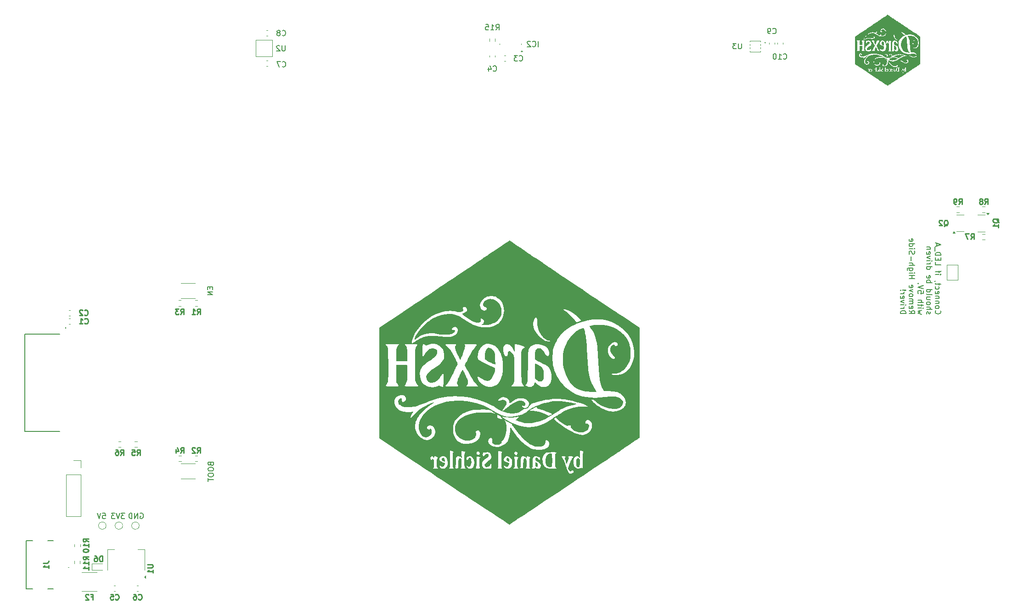
<source format=gbr>
%TF.GenerationSoftware,KiCad,Pcbnew,8.0.9*%
%TF.CreationDate,2025-09-15T10:43:43+02:00*%
%TF.ProjectId,iot_weatherstation_full_vcut,696f745f-7765-4617-9468-657273746174,rev?*%
%TF.SameCoordinates,Original*%
%TF.FileFunction,Legend,Bot*%
%TF.FilePolarity,Positive*%
%FSLAX46Y46*%
G04 Gerber Fmt 4.6, Leading zero omitted, Abs format (unit mm)*
G04 Created by KiCad (PCBNEW 8.0.9) date 2025-09-15 10:43:43*
%MOMM*%
%LPD*%
G01*
G04 APERTURE LIST*
%ADD10C,0.200000*%
%ADD11C,0.250000*%
%ADD12C,0.120000*%
%ADD13C,0.000000*%
%ADD14C,0.100000*%
G04 APERTURE END LIST*
D10*
X144772336Y-198130219D02*
X145248526Y-198130219D01*
X145248526Y-198130219D02*
X145296145Y-198606409D01*
X145296145Y-198606409D02*
X145248526Y-198558790D01*
X145248526Y-198558790D02*
X145153288Y-198511171D01*
X145153288Y-198511171D02*
X144915193Y-198511171D01*
X144915193Y-198511171D02*
X144819955Y-198558790D01*
X144819955Y-198558790D02*
X144772336Y-198606409D01*
X144772336Y-198606409D02*
X144724717Y-198701647D01*
X144724717Y-198701647D02*
X144724717Y-198939742D01*
X144724717Y-198939742D02*
X144772336Y-199034980D01*
X144772336Y-199034980D02*
X144819955Y-199082600D01*
X144819955Y-199082600D02*
X144915193Y-199130219D01*
X144915193Y-199130219D02*
X145153288Y-199130219D01*
X145153288Y-199130219D02*
X145248526Y-199082600D01*
X145248526Y-199082600D02*
X145296145Y-199034980D01*
X144439002Y-198130219D02*
X144105669Y-199130219D01*
X144105669Y-199130219D02*
X143772336Y-198130219D01*
X164570409Y-156376473D02*
X164570409Y-156709806D01*
X165094219Y-156852663D02*
X165094219Y-156376473D01*
X165094219Y-156376473D02*
X164094219Y-156376473D01*
X164094219Y-156376473D02*
X164094219Y-156852663D01*
X165094219Y-157281235D02*
X164094219Y-157281235D01*
X164094219Y-157281235D02*
X165094219Y-157852663D01*
X165094219Y-157852663D02*
X164094219Y-157852663D01*
X164697409Y-189069406D02*
X164745028Y-189212263D01*
X164745028Y-189212263D02*
X164792647Y-189259882D01*
X164792647Y-189259882D02*
X164887885Y-189307501D01*
X164887885Y-189307501D02*
X165030742Y-189307501D01*
X165030742Y-189307501D02*
X165125980Y-189259882D01*
X165125980Y-189259882D02*
X165173600Y-189212263D01*
X165173600Y-189212263D02*
X165221219Y-189117025D01*
X165221219Y-189117025D02*
X165221219Y-188736073D01*
X165221219Y-188736073D02*
X164221219Y-188736073D01*
X164221219Y-188736073D02*
X164221219Y-189069406D01*
X164221219Y-189069406D02*
X164268838Y-189164644D01*
X164268838Y-189164644D02*
X164316457Y-189212263D01*
X164316457Y-189212263D02*
X164411695Y-189259882D01*
X164411695Y-189259882D02*
X164506933Y-189259882D01*
X164506933Y-189259882D02*
X164602171Y-189212263D01*
X164602171Y-189212263D02*
X164649790Y-189164644D01*
X164649790Y-189164644D02*
X164697409Y-189069406D01*
X164697409Y-189069406D02*
X164697409Y-188736073D01*
X164221219Y-189926549D02*
X164221219Y-190117025D01*
X164221219Y-190117025D02*
X164268838Y-190212263D01*
X164268838Y-190212263D02*
X164364076Y-190307501D01*
X164364076Y-190307501D02*
X164554552Y-190355120D01*
X164554552Y-190355120D02*
X164887885Y-190355120D01*
X164887885Y-190355120D02*
X165078361Y-190307501D01*
X165078361Y-190307501D02*
X165173600Y-190212263D01*
X165173600Y-190212263D02*
X165221219Y-190117025D01*
X165221219Y-190117025D02*
X165221219Y-189926549D01*
X165221219Y-189926549D02*
X165173600Y-189831311D01*
X165173600Y-189831311D02*
X165078361Y-189736073D01*
X165078361Y-189736073D02*
X164887885Y-189688454D01*
X164887885Y-189688454D02*
X164554552Y-189688454D01*
X164554552Y-189688454D02*
X164364076Y-189736073D01*
X164364076Y-189736073D02*
X164268838Y-189831311D01*
X164268838Y-189831311D02*
X164221219Y-189926549D01*
X164221219Y-190974168D02*
X164221219Y-191164644D01*
X164221219Y-191164644D02*
X164268838Y-191259882D01*
X164268838Y-191259882D02*
X164364076Y-191355120D01*
X164364076Y-191355120D02*
X164554552Y-191402739D01*
X164554552Y-191402739D02*
X164887885Y-191402739D01*
X164887885Y-191402739D02*
X165078361Y-191355120D01*
X165078361Y-191355120D02*
X165173600Y-191259882D01*
X165173600Y-191259882D02*
X165221219Y-191164644D01*
X165221219Y-191164644D02*
X165221219Y-190974168D01*
X165221219Y-190974168D02*
X165173600Y-190878930D01*
X165173600Y-190878930D02*
X165078361Y-190783692D01*
X165078361Y-190783692D02*
X164887885Y-190736073D01*
X164887885Y-190736073D02*
X164554552Y-190736073D01*
X164554552Y-190736073D02*
X164364076Y-190783692D01*
X164364076Y-190783692D02*
X164268838Y-190878930D01*
X164268838Y-190878930D02*
X164221219Y-190974168D01*
X164221219Y-191688454D02*
X164221219Y-192259882D01*
X165221219Y-191974168D02*
X164221219Y-191974168D01*
X298412195Y-160755298D02*
X298364576Y-160802917D01*
X298364576Y-160802917D02*
X298316956Y-160945774D01*
X298316956Y-160945774D02*
X298316956Y-161041012D01*
X298316956Y-161041012D02*
X298364576Y-161183869D01*
X298364576Y-161183869D02*
X298459814Y-161279107D01*
X298459814Y-161279107D02*
X298555052Y-161326726D01*
X298555052Y-161326726D02*
X298745528Y-161374345D01*
X298745528Y-161374345D02*
X298888385Y-161374345D01*
X298888385Y-161374345D02*
X299078861Y-161326726D01*
X299078861Y-161326726D02*
X299174099Y-161279107D01*
X299174099Y-161279107D02*
X299269337Y-161183869D01*
X299269337Y-161183869D02*
X299316956Y-161041012D01*
X299316956Y-161041012D02*
X299316956Y-160945774D01*
X299316956Y-160945774D02*
X299269337Y-160802917D01*
X299269337Y-160802917D02*
X299221718Y-160755298D01*
X298316956Y-160183869D02*
X298364576Y-160279107D01*
X298364576Y-160279107D02*
X298412195Y-160326726D01*
X298412195Y-160326726D02*
X298507433Y-160374345D01*
X298507433Y-160374345D02*
X298793147Y-160374345D01*
X298793147Y-160374345D02*
X298888385Y-160326726D01*
X298888385Y-160326726D02*
X298936004Y-160279107D01*
X298936004Y-160279107D02*
X298983623Y-160183869D01*
X298983623Y-160183869D02*
X298983623Y-160041012D01*
X298983623Y-160041012D02*
X298936004Y-159945774D01*
X298936004Y-159945774D02*
X298888385Y-159898155D01*
X298888385Y-159898155D02*
X298793147Y-159850536D01*
X298793147Y-159850536D02*
X298507433Y-159850536D01*
X298507433Y-159850536D02*
X298412195Y-159898155D01*
X298412195Y-159898155D02*
X298364576Y-159945774D01*
X298364576Y-159945774D02*
X298316956Y-160041012D01*
X298316956Y-160041012D02*
X298316956Y-160183869D01*
X298983623Y-159421964D02*
X298316956Y-159421964D01*
X298888385Y-159421964D02*
X298936004Y-159374345D01*
X298936004Y-159374345D02*
X298983623Y-159279107D01*
X298983623Y-159279107D02*
X298983623Y-159136250D01*
X298983623Y-159136250D02*
X298936004Y-159041012D01*
X298936004Y-159041012D02*
X298840766Y-158993393D01*
X298840766Y-158993393D02*
X298316956Y-158993393D01*
X298983623Y-158517202D02*
X298316956Y-158517202D01*
X298888385Y-158517202D02*
X298936004Y-158469583D01*
X298936004Y-158469583D02*
X298983623Y-158374345D01*
X298983623Y-158374345D02*
X298983623Y-158231488D01*
X298983623Y-158231488D02*
X298936004Y-158136250D01*
X298936004Y-158136250D02*
X298840766Y-158088631D01*
X298840766Y-158088631D02*
X298316956Y-158088631D01*
X298364576Y-157231488D02*
X298316956Y-157326726D01*
X298316956Y-157326726D02*
X298316956Y-157517202D01*
X298316956Y-157517202D02*
X298364576Y-157612440D01*
X298364576Y-157612440D02*
X298459814Y-157660059D01*
X298459814Y-157660059D02*
X298840766Y-157660059D01*
X298840766Y-157660059D02*
X298936004Y-157612440D01*
X298936004Y-157612440D02*
X298983623Y-157517202D01*
X298983623Y-157517202D02*
X298983623Y-157326726D01*
X298983623Y-157326726D02*
X298936004Y-157231488D01*
X298936004Y-157231488D02*
X298840766Y-157183869D01*
X298840766Y-157183869D02*
X298745528Y-157183869D01*
X298745528Y-157183869D02*
X298650290Y-157660059D01*
X298364576Y-156326726D02*
X298316956Y-156421964D01*
X298316956Y-156421964D02*
X298316956Y-156612440D01*
X298316956Y-156612440D02*
X298364576Y-156707678D01*
X298364576Y-156707678D02*
X298412195Y-156755297D01*
X298412195Y-156755297D02*
X298507433Y-156802916D01*
X298507433Y-156802916D02*
X298793147Y-156802916D01*
X298793147Y-156802916D02*
X298888385Y-156755297D01*
X298888385Y-156755297D02*
X298936004Y-156707678D01*
X298936004Y-156707678D02*
X298983623Y-156612440D01*
X298983623Y-156612440D02*
X298983623Y-156421964D01*
X298983623Y-156421964D02*
X298936004Y-156326726D01*
X298983623Y-156041011D02*
X298983623Y-155660059D01*
X299316956Y-155898154D02*
X298459814Y-155898154D01*
X298459814Y-155898154D02*
X298364576Y-155850535D01*
X298364576Y-155850535D02*
X298316956Y-155755297D01*
X298316956Y-155755297D02*
X298316956Y-155660059D01*
X298364576Y-155279106D02*
X298316956Y-155279106D01*
X298316956Y-155279106D02*
X298221718Y-155326725D01*
X298221718Y-155326725D02*
X298174099Y-155374344D01*
X298316956Y-154088630D02*
X298983623Y-154088630D01*
X299316956Y-154088630D02*
X299269337Y-154136249D01*
X299269337Y-154136249D02*
X299221718Y-154088630D01*
X299221718Y-154088630D02*
X299269337Y-154041011D01*
X299269337Y-154041011D02*
X299316956Y-154088630D01*
X299316956Y-154088630D02*
X299221718Y-154088630D01*
X298983623Y-153755297D02*
X298983623Y-153374345D01*
X298316956Y-153612440D02*
X299174099Y-153612440D01*
X299174099Y-153612440D02*
X299269337Y-153564821D01*
X299269337Y-153564821D02*
X299316956Y-153469583D01*
X299316956Y-153469583D02*
X299316956Y-153374345D01*
X298316956Y-151802916D02*
X298316956Y-152279106D01*
X298316956Y-152279106D02*
X299316956Y-152279106D01*
X298840766Y-151469582D02*
X298840766Y-151136249D01*
X298316956Y-150993392D02*
X298316956Y-151469582D01*
X298316956Y-151469582D02*
X299316956Y-151469582D01*
X299316956Y-151469582D02*
X299316956Y-150993392D01*
X298316956Y-150564820D02*
X299316956Y-150564820D01*
X299316956Y-150564820D02*
X299316956Y-150326725D01*
X299316956Y-150326725D02*
X299269337Y-150183868D01*
X299269337Y-150183868D02*
X299174099Y-150088630D01*
X299174099Y-150088630D02*
X299078861Y-150041011D01*
X299078861Y-150041011D02*
X298888385Y-149993392D01*
X298888385Y-149993392D02*
X298745528Y-149993392D01*
X298745528Y-149993392D02*
X298555052Y-150041011D01*
X298555052Y-150041011D02*
X298459814Y-150088630D01*
X298459814Y-150088630D02*
X298364576Y-150183868D01*
X298364576Y-150183868D02*
X298316956Y-150326725D01*
X298316956Y-150326725D02*
X298316956Y-150564820D01*
X298221718Y-149802916D02*
X298221718Y-149041011D01*
X298602671Y-148850534D02*
X298602671Y-148374344D01*
X298316956Y-148945772D02*
X299316956Y-148612439D01*
X299316956Y-148612439D02*
X298316956Y-148279106D01*
X296754632Y-161374345D02*
X296707012Y-161279107D01*
X296707012Y-161279107D02*
X296707012Y-161088631D01*
X296707012Y-161088631D02*
X296754632Y-160993393D01*
X296754632Y-160993393D02*
X296849870Y-160945774D01*
X296849870Y-160945774D02*
X296897489Y-160945774D01*
X296897489Y-160945774D02*
X296992727Y-160993393D01*
X296992727Y-160993393D02*
X297040346Y-161088631D01*
X297040346Y-161088631D02*
X297040346Y-161231488D01*
X297040346Y-161231488D02*
X297087965Y-161326726D01*
X297087965Y-161326726D02*
X297183203Y-161374345D01*
X297183203Y-161374345D02*
X297230822Y-161374345D01*
X297230822Y-161374345D02*
X297326060Y-161326726D01*
X297326060Y-161326726D02*
X297373679Y-161231488D01*
X297373679Y-161231488D02*
X297373679Y-161088631D01*
X297373679Y-161088631D02*
X297326060Y-160993393D01*
X296707012Y-160517202D02*
X297707012Y-160517202D01*
X296707012Y-160088631D02*
X297230822Y-160088631D01*
X297230822Y-160088631D02*
X297326060Y-160136250D01*
X297326060Y-160136250D02*
X297373679Y-160231488D01*
X297373679Y-160231488D02*
X297373679Y-160374345D01*
X297373679Y-160374345D02*
X297326060Y-160469583D01*
X297326060Y-160469583D02*
X297278441Y-160517202D01*
X296707012Y-159469583D02*
X296754632Y-159564821D01*
X296754632Y-159564821D02*
X296802251Y-159612440D01*
X296802251Y-159612440D02*
X296897489Y-159660059D01*
X296897489Y-159660059D02*
X297183203Y-159660059D01*
X297183203Y-159660059D02*
X297278441Y-159612440D01*
X297278441Y-159612440D02*
X297326060Y-159564821D01*
X297326060Y-159564821D02*
X297373679Y-159469583D01*
X297373679Y-159469583D02*
X297373679Y-159326726D01*
X297373679Y-159326726D02*
X297326060Y-159231488D01*
X297326060Y-159231488D02*
X297278441Y-159183869D01*
X297278441Y-159183869D02*
X297183203Y-159136250D01*
X297183203Y-159136250D02*
X296897489Y-159136250D01*
X296897489Y-159136250D02*
X296802251Y-159183869D01*
X296802251Y-159183869D02*
X296754632Y-159231488D01*
X296754632Y-159231488D02*
X296707012Y-159326726D01*
X296707012Y-159326726D02*
X296707012Y-159469583D01*
X297373679Y-158279107D02*
X296707012Y-158279107D01*
X297373679Y-158707678D02*
X296849870Y-158707678D01*
X296849870Y-158707678D02*
X296754632Y-158660059D01*
X296754632Y-158660059D02*
X296707012Y-158564821D01*
X296707012Y-158564821D02*
X296707012Y-158421964D01*
X296707012Y-158421964D02*
X296754632Y-158326726D01*
X296754632Y-158326726D02*
X296802251Y-158279107D01*
X296707012Y-157660059D02*
X296754632Y-157755297D01*
X296754632Y-157755297D02*
X296849870Y-157802916D01*
X296849870Y-157802916D02*
X297707012Y-157802916D01*
X296707012Y-156850535D02*
X297707012Y-156850535D01*
X296754632Y-156850535D02*
X296707012Y-156945773D01*
X296707012Y-156945773D02*
X296707012Y-157136249D01*
X296707012Y-157136249D02*
X296754632Y-157231487D01*
X296754632Y-157231487D02*
X296802251Y-157279106D01*
X296802251Y-157279106D02*
X296897489Y-157326725D01*
X296897489Y-157326725D02*
X297183203Y-157326725D01*
X297183203Y-157326725D02*
X297278441Y-157279106D01*
X297278441Y-157279106D02*
X297326060Y-157231487D01*
X297326060Y-157231487D02*
X297373679Y-157136249D01*
X297373679Y-157136249D02*
X297373679Y-156945773D01*
X297373679Y-156945773D02*
X297326060Y-156850535D01*
X296707012Y-155612439D02*
X297707012Y-155612439D01*
X297326060Y-155612439D02*
X297373679Y-155517201D01*
X297373679Y-155517201D02*
X297373679Y-155326725D01*
X297373679Y-155326725D02*
X297326060Y-155231487D01*
X297326060Y-155231487D02*
X297278441Y-155183868D01*
X297278441Y-155183868D02*
X297183203Y-155136249D01*
X297183203Y-155136249D02*
X296897489Y-155136249D01*
X296897489Y-155136249D02*
X296802251Y-155183868D01*
X296802251Y-155183868D02*
X296754632Y-155231487D01*
X296754632Y-155231487D02*
X296707012Y-155326725D01*
X296707012Y-155326725D02*
X296707012Y-155517201D01*
X296707012Y-155517201D02*
X296754632Y-155612439D01*
X296754632Y-154326725D02*
X296707012Y-154421963D01*
X296707012Y-154421963D02*
X296707012Y-154612439D01*
X296707012Y-154612439D02*
X296754632Y-154707677D01*
X296754632Y-154707677D02*
X296849870Y-154755296D01*
X296849870Y-154755296D02*
X297230822Y-154755296D01*
X297230822Y-154755296D02*
X297326060Y-154707677D01*
X297326060Y-154707677D02*
X297373679Y-154612439D01*
X297373679Y-154612439D02*
X297373679Y-154421963D01*
X297373679Y-154421963D02*
X297326060Y-154326725D01*
X297326060Y-154326725D02*
X297230822Y-154279106D01*
X297230822Y-154279106D02*
X297135584Y-154279106D01*
X297135584Y-154279106D02*
X297040346Y-154755296D01*
X296707012Y-152660058D02*
X297707012Y-152660058D01*
X296754632Y-152660058D02*
X296707012Y-152755296D01*
X296707012Y-152755296D02*
X296707012Y-152945772D01*
X296707012Y-152945772D02*
X296754632Y-153041010D01*
X296754632Y-153041010D02*
X296802251Y-153088629D01*
X296802251Y-153088629D02*
X296897489Y-153136248D01*
X296897489Y-153136248D02*
X297183203Y-153136248D01*
X297183203Y-153136248D02*
X297278441Y-153088629D01*
X297278441Y-153088629D02*
X297326060Y-153041010D01*
X297326060Y-153041010D02*
X297373679Y-152945772D01*
X297373679Y-152945772D02*
X297373679Y-152755296D01*
X297373679Y-152755296D02*
X297326060Y-152660058D01*
X296707012Y-152183867D02*
X297373679Y-152183867D01*
X297183203Y-152183867D02*
X297278441Y-152136248D01*
X297278441Y-152136248D02*
X297326060Y-152088629D01*
X297326060Y-152088629D02*
X297373679Y-151993391D01*
X297373679Y-151993391D02*
X297373679Y-151898153D01*
X296707012Y-151564819D02*
X297373679Y-151564819D01*
X297707012Y-151564819D02*
X297659393Y-151612438D01*
X297659393Y-151612438D02*
X297611774Y-151564819D01*
X297611774Y-151564819D02*
X297659393Y-151517200D01*
X297659393Y-151517200D02*
X297707012Y-151564819D01*
X297707012Y-151564819D02*
X297611774Y-151564819D01*
X297373679Y-151183867D02*
X296707012Y-150945772D01*
X296707012Y-150945772D02*
X297373679Y-150707677D01*
X296754632Y-149945772D02*
X296707012Y-150041010D01*
X296707012Y-150041010D02*
X296707012Y-150231486D01*
X296707012Y-150231486D02*
X296754632Y-150326724D01*
X296754632Y-150326724D02*
X296849870Y-150374343D01*
X296849870Y-150374343D02*
X297230822Y-150374343D01*
X297230822Y-150374343D02*
X297326060Y-150326724D01*
X297326060Y-150326724D02*
X297373679Y-150231486D01*
X297373679Y-150231486D02*
X297373679Y-150041010D01*
X297373679Y-150041010D02*
X297326060Y-149945772D01*
X297326060Y-149945772D02*
X297230822Y-149898153D01*
X297230822Y-149898153D02*
X297135584Y-149898153D01*
X297135584Y-149898153D02*
X297040346Y-150374343D01*
X297373679Y-149469581D02*
X296707012Y-149469581D01*
X297278441Y-149469581D02*
X297326060Y-149421962D01*
X297326060Y-149421962D02*
X297373679Y-149326724D01*
X297373679Y-149326724D02*
X297373679Y-149183867D01*
X297373679Y-149183867D02*
X297326060Y-149088629D01*
X297326060Y-149088629D02*
X297230822Y-149041010D01*
X297230822Y-149041010D02*
X296707012Y-149041010D01*
X295763735Y-161421964D02*
X295097068Y-161231488D01*
X295097068Y-161231488D02*
X295573259Y-161041012D01*
X295573259Y-161041012D02*
X295097068Y-160850536D01*
X295097068Y-160850536D02*
X295763735Y-160660060D01*
X295097068Y-160279107D02*
X295763735Y-160279107D01*
X296097068Y-160279107D02*
X296049449Y-160326726D01*
X296049449Y-160326726D02*
X296001830Y-160279107D01*
X296001830Y-160279107D02*
X296049449Y-160231488D01*
X296049449Y-160231488D02*
X296097068Y-160279107D01*
X296097068Y-160279107D02*
X296001830Y-160279107D01*
X295763735Y-159945774D02*
X295763735Y-159564822D01*
X296097068Y-159802917D02*
X295239926Y-159802917D01*
X295239926Y-159802917D02*
X295144688Y-159755298D01*
X295144688Y-159755298D02*
X295097068Y-159660060D01*
X295097068Y-159660060D02*
X295097068Y-159564822D01*
X295097068Y-159231488D02*
X296097068Y-159231488D01*
X295097068Y-158802917D02*
X295620878Y-158802917D01*
X295620878Y-158802917D02*
X295716116Y-158850536D01*
X295716116Y-158850536D02*
X295763735Y-158945774D01*
X295763735Y-158945774D02*
X295763735Y-159088631D01*
X295763735Y-159088631D02*
X295716116Y-159183869D01*
X295716116Y-159183869D02*
X295668497Y-159231488D01*
X296097068Y-157088631D02*
X296097068Y-157564821D01*
X296097068Y-157564821D02*
X295620878Y-157612440D01*
X295620878Y-157612440D02*
X295668497Y-157564821D01*
X295668497Y-157564821D02*
X295716116Y-157469583D01*
X295716116Y-157469583D02*
X295716116Y-157231488D01*
X295716116Y-157231488D02*
X295668497Y-157136250D01*
X295668497Y-157136250D02*
X295620878Y-157088631D01*
X295620878Y-157088631D02*
X295525640Y-157041012D01*
X295525640Y-157041012D02*
X295287545Y-157041012D01*
X295287545Y-157041012D02*
X295192307Y-157088631D01*
X295192307Y-157088631D02*
X295144688Y-157136250D01*
X295144688Y-157136250D02*
X295097068Y-157231488D01*
X295097068Y-157231488D02*
X295097068Y-157469583D01*
X295097068Y-157469583D02*
X295144688Y-157564821D01*
X295144688Y-157564821D02*
X295192307Y-157612440D01*
X296097068Y-156755297D02*
X295097068Y-156421964D01*
X295097068Y-156421964D02*
X296097068Y-156088631D01*
X295192307Y-155755297D02*
X295144688Y-155707678D01*
X295144688Y-155707678D02*
X295097068Y-155755297D01*
X295097068Y-155755297D02*
X295144688Y-155802916D01*
X295144688Y-155802916D02*
X295192307Y-155755297D01*
X295192307Y-155755297D02*
X295097068Y-155755297D01*
X293487124Y-160755298D02*
X293963315Y-161088631D01*
X293487124Y-161326726D02*
X294487124Y-161326726D01*
X294487124Y-161326726D02*
X294487124Y-160945774D01*
X294487124Y-160945774D02*
X294439505Y-160850536D01*
X294439505Y-160850536D02*
X294391886Y-160802917D01*
X294391886Y-160802917D02*
X294296648Y-160755298D01*
X294296648Y-160755298D02*
X294153791Y-160755298D01*
X294153791Y-160755298D02*
X294058553Y-160802917D01*
X294058553Y-160802917D02*
X294010934Y-160850536D01*
X294010934Y-160850536D02*
X293963315Y-160945774D01*
X293963315Y-160945774D02*
X293963315Y-161326726D01*
X293534744Y-159945774D02*
X293487124Y-160041012D01*
X293487124Y-160041012D02*
X293487124Y-160231488D01*
X293487124Y-160231488D02*
X293534744Y-160326726D01*
X293534744Y-160326726D02*
X293629982Y-160374345D01*
X293629982Y-160374345D02*
X294010934Y-160374345D01*
X294010934Y-160374345D02*
X294106172Y-160326726D01*
X294106172Y-160326726D02*
X294153791Y-160231488D01*
X294153791Y-160231488D02*
X294153791Y-160041012D01*
X294153791Y-160041012D02*
X294106172Y-159945774D01*
X294106172Y-159945774D02*
X294010934Y-159898155D01*
X294010934Y-159898155D02*
X293915696Y-159898155D01*
X293915696Y-159898155D02*
X293820458Y-160374345D01*
X293487124Y-159469583D02*
X294153791Y-159469583D01*
X294058553Y-159469583D02*
X294106172Y-159421964D01*
X294106172Y-159421964D02*
X294153791Y-159326726D01*
X294153791Y-159326726D02*
X294153791Y-159183869D01*
X294153791Y-159183869D02*
X294106172Y-159088631D01*
X294106172Y-159088631D02*
X294010934Y-159041012D01*
X294010934Y-159041012D02*
X293487124Y-159041012D01*
X294010934Y-159041012D02*
X294106172Y-158993393D01*
X294106172Y-158993393D02*
X294153791Y-158898155D01*
X294153791Y-158898155D02*
X294153791Y-158755298D01*
X294153791Y-158755298D02*
X294106172Y-158660059D01*
X294106172Y-158660059D02*
X294010934Y-158612440D01*
X294010934Y-158612440D02*
X293487124Y-158612440D01*
X293487124Y-157993393D02*
X293534744Y-158088631D01*
X293534744Y-158088631D02*
X293582363Y-158136250D01*
X293582363Y-158136250D02*
X293677601Y-158183869D01*
X293677601Y-158183869D02*
X293963315Y-158183869D01*
X293963315Y-158183869D02*
X294058553Y-158136250D01*
X294058553Y-158136250D02*
X294106172Y-158088631D01*
X294106172Y-158088631D02*
X294153791Y-157993393D01*
X294153791Y-157993393D02*
X294153791Y-157850536D01*
X294153791Y-157850536D02*
X294106172Y-157755298D01*
X294106172Y-157755298D02*
X294058553Y-157707679D01*
X294058553Y-157707679D02*
X293963315Y-157660060D01*
X293963315Y-157660060D02*
X293677601Y-157660060D01*
X293677601Y-157660060D02*
X293582363Y-157707679D01*
X293582363Y-157707679D02*
X293534744Y-157755298D01*
X293534744Y-157755298D02*
X293487124Y-157850536D01*
X293487124Y-157850536D02*
X293487124Y-157993393D01*
X294153791Y-157326726D02*
X293487124Y-157088631D01*
X293487124Y-157088631D02*
X294153791Y-156850536D01*
X293534744Y-156088631D02*
X293487124Y-156183869D01*
X293487124Y-156183869D02*
X293487124Y-156374345D01*
X293487124Y-156374345D02*
X293534744Y-156469583D01*
X293534744Y-156469583D02*
X293629982Y-156517202D01*
X293629982Y-156517202D02*
X294010934Y-156517202D01*
X294010934Y-156517202D02*
X294106172Y-156469583D01*
X294106172Y-156469583D02*
X294153791Y-156374345D01*
X294153791Y-156374345D02*
X294153791Y-156183869D01*
X294153791Y-156183869D02*
X294106172Y-156088631D01*
X294106172Y-156088631D02*
X294010934Y-156041012D01*
X294010934Y-156041012D02*
X293915696Y-156041012D01*
X293915696Y-156041012D02*
X293820458Y-156517202D01*
X293487124Y-154850535D02*
X294487124Y-154850535D01*
X294010934Y-154850535D02*
X294010934Y-154279107D01*
X293487124Y-154279107D02*
X294487124Y-154279107D01*
X293487124Y-153802916D02*
X294153791Y-153802916D01*
X294487124Y-153802916D02*
X294439505Y-153850535D01*
X294439505Y-153850535D02*
X294391886Y-153802916D01*
X294391886Y-153802916D02*
X294439505Y-153755297D01*
X294439505Y-153755297D02*
X294487124Y-153802916D01*
X294487124Y-153802916D02*
X294391886Y-153802916D01*
X294153791Y-152898155D02*
X293344267Y-152898155D01*
X293344267Y-152898155D02*
X293249029Y-152945774D01*
X293249029Y-152945774D02*
X293201410Y-152993393D01*
X293201410Y-152993393D02*
X293153791Y-153088631D01*
X293153791Y-153088631D02*
X293153791Y-153231488D01*
X293153791Y-153231488D02*
X293201410Y-153326726D01*
X293534744Y-152898155D02*
X293487124Y-152993393D01*
X293487124Y-152993393D02*
X293487124Y-153183869D01*
X293487124Y-153183869D02*
X293534744Y-153279107D01*
X293534744Y-153279107D02*
X293582363Y-153326726D01*
X293582363Y-153326726D02*
X293677601Y-153374345D01*
X293677601Y-153374345D02*
X293963315Y-153374345D01*
X293963315Y-153374345D02*
X294058553Y-153326726D01*
X294058553Y-153326726D02*
X294106172Y-153279107D01*
X294106172Y-153279107D02*
X294153791Y-153183869D01*
X294153791Y-153183869D02*
X294153791Y-152993393D01*
X294153791Y-152993393D02*
X294106172Y-152898155D01*
X293487124Y-152421964D02*
X294487124Y-152421964D01*
X293487124Y-151993393D02*
X294010934Y-151993393D01*
X294010934Y-151993393D02*
X294106172Y-152041012D01*
X294106172Y-152041012D02*
X294153791Y-152136250D01*
X294153791Y-152136250D02*
X294153791Y-152279107D01*
X294153791Y-152279107D02*
X294106172Y-152374345D01*
X294106172Y-152374345D02*
X294058553Y-152421964D01*
X293868077Y-151517202D02*
X293868077Y-150755298D01*
X293534744Y-150326726D02*
X293487124Y-150183869D01*
X293487124Y-150183869D02*
X293487124Y-149945774D01*
X293487124Y-149945774D02*
X293534744Y-149850536D01*
X293534744Y-149850536D02*
X293582363Y-149802917D01*
X293582363Y-149802917D02*
X293677601Y-149755298D01*
X293677601Y-149755298D02*
X293772839Y-149755298D01*
X293772839Y-149755298D02*
X293868077Y-149802917D01*
X293868077Y-149802917D02*
X293915696Y-149850536D01*
X293915696Y-149850536D02*
X293963315Y-149945774D01*
X293963315Y-149945774D02*
X294010934Y-150136250D01*
X294010934Y-150136250D02*
X294058553Y-150231488D01*
X294058553Y-150231488D02*
X294106172Y-150279107D01*
X294106172Y-150279107D02*
X294201410Y-150326726D01*
X294201410Y-150326726D02*
X294296648Y-150326726D01*
X294296648Y-150326726D02*
X294391886Y-150279107D01*
X294391886Y-150279107D02*
X294439505Y-150231488D01*
X294439505Y-150231488D02*
X294487124Y-150136250D01*
X294487124Y-150136250D02*
X294487124Y-149898155D01*
X294487124Y-149898155D02*
X294439505Y-149755298D01*
X293487124Y-149326726D02*
X294153791Y-149326726D01*
X294487124Y-149326726D02*
X294439505Y-149374345D01*
X294439505Y-149374345D02*
X294391886Y-149326726D01*
X294391886Y-149326726D02*
X294439505Y-149279107D01*
X294439505Y-149279107D02*
X294487124Y-149326726D01*
X294487124Y-149326726D02*
X294391886Y-149326726D01*
X293487124Y-148421965D02*
X294487124Y-148421965D01*
X293534744Y-148421965D02*
X293487124Y-148517203D01*
X293487124Y-148517203D02*
X293487124Y-148707679D01*
X293487124Y-148707679D02*
X293534744Y-148802917D01*
X293534744Y-148802917D02*
X293582363Y-148850536D01*
X293582363Y-148850536D02*
X293677601Y-148898155D01*
X293677601Y-148898155D02*
X293963315Y-148898155D01*
X293963315Y-148898155D02*
X294058553Y-148850536D01*
X294058553Y-148850536D02*
X294106172Y-148802917D01*
X294106172Y-148802917D02*
X294153791Y-148707679D01*
X294153791Y-148707679D02*
X294153791Y-148517203D01*
X294153791Y-148517203D02*
X294106172Y-148421965D01*
X293534744Y-147564822D02*
X293487124Y-147660060D01*
X293487124Y-147660060D02*
X293487124Y-147850536D01*
X293487124Y-147850536D02*
X293534744Y-147945774D01*
X293534744Y-147945774D02*
X293629982Y-147993393D01*
X293629982Y-147993393D02*
X294010934Y-147993393D01*
X294010934Y-147993393D02*
X294106172Y-147945774D01*
X294106172Y-147945774D02*
X294153791Y-147850536D01*
X294153791Y-147850536D02*
X294153791Y-147660060D01*
X294153791Y-147660060D02*
X294106172Y-147564822D01*
X294106172Y-147564822D02*
X294010934Y-147517203D01*
X294010934Y-147517203D02*
X293915696Y-147517203D01*
X293915696Y-147517203D02*
X293820458Y-147993393D01*
X291877180Y-161326726D02*
X292877180Y-161326726D01*
X292877180Y-161326726D02*
X292877180Y-161088631D01*
X292877180Y-161088631D02*
X292829561Y-160945774D01*
X292829561Y-160945774D02*
X292734323Y-160850536D01*
X292734323Y-160850536D02*
X292639085Y-160802917D01*
X292639085Y-160802917D02*
X292448609Y-160755298D01*
X292448609Y-160755298D02*
X292305752Y-160755298D01*
X292305752Y-160755298D02*
X292115276Y-160802917D01*
X292115276Y-160802917D02*
X292020038Y-160850536D01*
X292020038Y-160850536D02*
X291924800Y-160945774D01*
X291924800Y-160945774D02*
X291877180Y-161088631D01*
X291877180Y-161088631D02*
X291877180Y-161326726D01*
X291877180Y-160326726D02*
X292543847Y-160326726D01*
X292353371Y-160326726D02*
X292448609Y-160279107D01*
X292448609Y-160279107D02*
X292496228Y-160231488D01*
X292496228Y-160231488D02*
X292543847Y-160136250D01*
X292543847Y-160136250D02*
X292543847Y-160041012D01*
X291877180Y-159707678D02*
X292543847Y-159707678D01*
X292877180Y-159707678D02*
X292829561Y-159755297D01*
X292829561Y-159755297D02*
X292781942Y-159707678D01*
X292781942Y-159707678D02*
X292829561Y-159660059D01*
X292829561Y-159660059D02*
X292877180Y-159707678D01*
X292877180Y-159707678D02*
X292781942Y-159707678D01*
X292543847Y-159326726D02*
X291877180Y-159088631D01*
X291877180Y-159088631D02*
X292543847Y-158850536D01*
X291924800Y-158088631D02*
X291877180Y-158183869D01*
X291877180Y-158183869D02*
X291877180Y-158374345D01*
X291877180Y-158374345D02*
X291924800Y-158469583D01*
X291924800Y-158469583D02*
X292020038Y-158517202D01*
X292020038Y-158517202D02*
X292400990Y-158517202D01*
X292400990Y-158517202D02*
X292496228Y-158469583D01*
X292496228Y-158469583D02*
X292543847Y-158374345D01*
X292543847Y-158374345D02*
X292543847Y-158183869D01*
X292543847Y-158183869D02*
X292496228Y-158088631D01*
X292496228Y-158088631D02*
X292400990Y-158041012D01*
X292400990Y-158041012D02*
X292305752Y-158041012D01*
X292305752Y-158041012D02*
X292210514Y-158517202D01*
X291877180Y-157612440D02*
X292543847Y-157612440D01*
X292353371Y-157612440D02*
X292448609Y-157564821D01*
X292448609Y-157564821D02*
X292496228Y-157517202D01*
X292496228Y-157517202D02*
X292543847Y-157421964D01*
X292543847Y-157421964D02*
X292543847Y-157326726D01*
X291972419Y-156993392D02*
X291924800Y-156945773D01*
X291924800Y-156945773D02*
X291877180Y-156993392D01*
X291877180Y-156993392D02*
X291924800Y-157041011D01*
X291924800Y-157041011D02*
X291972419Y-156993392D01*
X291972419Y-156993392D02*
X291877180Y-156993392D01*
X292258133Y-156993392D02*
X292829561Y-157041011D01*
X292829561Y-157041011D02*
X292877180Y-156993392D01*
X292877180Y-156993392D02*
X292829561Y-156945773D01*
X292829561Y-156945773D02*
X292258133Y-156993392D01*
X292258133Y-156993392D02*
X292877180Y-156993392D01*
X148848964Y-198155619D02*
X148229917Y-198155619D01*
X148229917Y-198155619D02*
X148563250Y-198536571D01*
X148563250Y-198536571D02*
X148420393Y-198536571D01*
X148420393Y-198536571D02*
X148325155Y-198584190D01*
X148325155Y-198584190D02*
X148277536Y-198631809D01*
X148277536Y-198631809D02*
X148229917Y-198727047D01*
X148229917Y-198727047D02*
X148229917Y-198965142D01*
X148229917Y-198965142D02*
X148277536Y-199060380D01*
X148277536Y-199060380D02*
X148325155Y-199108000D01*
X148325155Y-199108000D02*
X148420393Y-199155619D01*
X148420393Y-199155619D02*
X148706107Y-199155619D01*
X148706107Y-199155619D02*
X148801345Y-199108000D01*
X148801345Y-199108000D02*
X148848964Y-199060380D01*
X147944202Y-198155619D02*
X147610869Y-199155619D01*
X147610869Y-199155619D02*
X147277536Y-198155619D01*
X147039440Y-198155619D02*
X146420393Y-198155619D01*
X146420393Y-198155619D02*
X146753726Y-198536571D01*
X146753726Y-198536571D02*
X146610869Y-198536571D01*
X146610869Y-198536571D02*
X146515631Y-198584190D01*
X146515631Y-198584190D02*
X146468012Y-198631809D01*
X146468012Y-198631809D02*
X146420393Y-198727047D01*
X146420393Y-198727047D02*
X146420393Y-198965142D01*
X146420393Y-198965142D02*
X146468012Y-199060380D01*
X146468012Y-199060380D02*
X146515631Y-199108000D01*
X146515631Y-199108000D02*
X146610869Y-199155619D01*
X146610869Y-199155619D02*
X146896583Y-199155619D01*
X146896583Y-199155619D02*
X146991821Y-199108000D01*
X146991821Y-199108000D02*
X147039440Y-199060380D01*
X151709717Y-198152438D02*
X151804955Y-198104819D01*
X151804955Y-198104819D02*
X151947812Y-198104819D01*
X151947812Y-198104819D02*
X152090669Y-198152438D01*
X152090669Y-198152438D02*
X152185907Y-198247676D01*
X152185907Y-198247676D02*
X152233526Y-198342914D01*
X152233526Y-198342914D02*
X152281145Y-198533390D01*
X152281145Y-198533390D02*
X152281145Y-198676247D01*
X152281145Y-198676247D02*
X152233526Y-198866723D01*
X152233526Y-198866723D02*
X152185907Y-198961961D01*
X152185907Y-198961961D02*
X152090669Y-199057200D01*
X152090669Y-199057200D02*
X151947812Y-199104819D01*
X151947812Y-199104819D02*
X151852574Y-199104819D01*
X151852574Y-199104819D02*
X151709717Y-199057200D01*
X151709717Y-199057200D02*
X151662098Y-199009580D01*
X151662098Y-199009580D02*
X151662098Y-198676247D01*
X151662098Y-198676247D02*
X151852574Y-198676247D01*
X151233526Y-199104819D02*
X151233526Y-198104819D01*
X151233526Y-198104819D02*
X150662098Y-199104819D01*
X150662098Y-199104819D02*
X150662098Y-198104819D01*
X150185907Y-199104819D02*
X150185907Y-198104819D01*
X150185907Y-198104819D02*
X149947812Y-198104819D01*
X149947812Y-198104819D02*
X149804955Y-198152438D01*
X149804955Y-198152438D02*
X149709717Y-198247676D01*
X149709717Y-198247676D02*
X149662098Y-198342914D01*
X149662098Y-198342914D02*
X149614479Y-198533390D01*
X149614479Y-198533390D02*
X149614479Y-198676247D01*
X149614479Y-198676247D02*
X149662098Y-198866723D01*
X149662098Y-198866723D02*
X149709717Y-198961961D01*
X149709717Y-198961961D02*
X149804955Y-199057200D01*
X149804955Y-199057200D02*
X149947812Y-199104819D01*
X149947812Y-199104819D02*
X150185907Y-199104819D01*
D11*
X142207019Y-206697342D02*
X141730828Y-206364009D01*
X142207019Y-206125914D02*
X141207019Y-206125914D01*
X141207019Y-206125914D02*
X141207019Y-206506866D01*
X141207019Y-206506866D02*
X141254638Y-206602104D01*
X141254638Y-206602104D02*
X141302257Y-206649723D01*
X141302257Y-206649723D02*
X141397495Y-206697342D01*
X141397495Y-206697342D02*
X141540352Y-206697342D01*
X141540352Y-206697342D02*
X141635590Y-206649723D01*
X141635590Y-206649723D02*
X141683209Y-206602104D01*
X141683209Y-206602104D02*
X141730828Y-206506866D01*
X141730828Y-206506866D02*
X141730828Y-206125914D01*
X142207019Y-207649723D02*
X142207019Y-207078295D01*
X142207019Y-207364009D02*
X141207019Y-207364009D01*
X141207019Y-207364009D02*
X141349876Y-207268771D01*
X141349876Y-207268771D02*
X141445114Y-207173533D01*
X141445114Y-207173533D02*
X141492733Y-207078295D01*
X142207019Y-208602104D02*
X142207019Y-208030676D01*
X142207019Y-208316390D02*
X141207019Y-208316390D01*
X141207019Y-208316390D02*
X141349876Y-208221152D01*
X141349876Y-208221152D02*
X141445114Y-208125914D01*
X141445114Y-208125914D02*
X141492733Y-208030676D01*
X147131066Y-213993780D02*
X147178685Y-214041400D01*
X147178685Y-214041400D02*
X147321542Y-214089019D01*
X147321542Y-214089019D02*
X147416780Y-214089019D01*
X147416780Y-214089019D02*
X147559637Y-214041400D01*
X147559637Y-214041400D02*
X147654875Y-213946161D01*
X147654875Y-213946161D02*
X147702494Y-213850923D01*
X147702494Y-213850923D02*
X147750113Y-213660447D01*
X147750113Y-213660447D02*
X147750113Y-213517590D01*
X147750113Y-213517590D02*
X147702494Y-213327114D01*
X147702494Y-213327114D02*
X147654875Y-213231876D01*
X147654875Y-213231876D02*
X147559637Y-213136638D01*
X147559637Y-213136638D02*
X147416780Y-213089019D01*
X147416780Y-213089019D02*
X147321542Y-213089019D01*
X147321542Y-213089019D02*
X147178685Y-213136638D01*
X147178685Y-213136638D02*
X147131066Y-213184257D01*
X146226304Y-213089019D02*
X146702494Y-213089019D01*
X146702494Y-213089019D02*
X146750113Y-213565209D01*
X146750113Y-213565209D02*
X146702494Y-213517590D01*
X146702494Y-213517590D02*
X146607256Y-213469971D01*
X146607256Y-213469971D02*
X146369161Y-213469971D01*
X146369161Y-213469971D02*
X146273923Y-213517590D01*
X146273923Y-213517590D02*
X146226304Y-213565209D01*
X146226304Y-213565209D02*
X146178685Y-213660447D01*
X146178685Y-213660447D02*
X146178685Y-213898542D01*
X146178685Y-213898542D02*
X146226304Y-213993780D01*
X146226304Y-213993780D02*
X146273923Y-214041400D01*
X146273923Y-214041400D02*
X146369161Y-214089019D01*
X146369161Y-214089019D02*
X146607256Y-214089019D01*
X146607256Y-214089019D02*
X146702494Y-214041400D01*
X146702494Y-214041400D02*
X146750113Y-213993780D01*
X302629866Y-141132619D02*
X302963199Y-140656428D01*
X303201294Y-141132619D02*
X303201294Y-140132619D01*
X303201294Y-140132619D02*
X302820342Y-140132619D01*
X302820342Y-140132619D02*
X302725104Y-140180238D01*
X302725104Y-140180238D02*
X302677485Y-140227857D01*
X302677485Y-140227857D02*
X302629866Y-140323095D01*
X302629866Y-140323095D02*
X302629866Y-140465952D01*
X302629866Y-140465952D02*
X302677485Y-140561190D01*
X302677485Y-140561190D02*
X302725104Y-140608809D01*
X302725104Y-140608809D02*
X302820342Y-140656428D01*
X302820342Y-140656428D02*
X303201294Y-140656428D01*
X302153675Y-141132619D02*
X301963199Y-141132619D01*
X301963199Y-141132619D02*
X301867961Y-141085000D01*
X301867961Y-141085000D02*
X301820342Y-141037380D01*
X301820342Y-141037380D02*
X301725104Y-140894523D01*
X301725104Y-140894523D02*
X301677485Y-140704047D01*
X301677485Y-140704047D02*
X301677485Y-140323095D01*
X301677485Y-140323095D02*
X301725104Y-140227857D01*
X301725104Y-140227857D02*
X301772723Y-140180238D01*
X301772723Y-140180238D02*
X301867961Y-140132619D01*
X301867961Y-140132619D02*
X302058437Y-140132619D01*
X302058437Y-140132619D02*
X302153675Y-140180238D01*
X302153675Y-140180238D02*
X302201294Y-140227857D01*
X302201294Y-140227857D02*
X302248913Y-140323095D01*
X302248913Y-140323095D02*
X302248913Y-140561190D01*
X302248913Y-140561190D02*
X302201294Y-140656428D01*
X302201294Y-140656428D02*
X302153675Y-140704047D01*
X302153675Y-140704047D02*
X302058437Y-140751666D01*
X302058437Y-140751666D02*
X301867961Y-140751666D01*
X301867961Y-140751666D02*
X301772723Y-140704047D01*
X301772723Y-140704047D02*
X301725104Y-140656428D01*
X301725104Y-140656428D02*
X301677485Y-140561190D01*
X148068666Y-187419019D02*
X148401999Y-186942828D01*
X148640094Y-187419019D02*
X148640094Y-186419019D01*
X148640094Y-186419019D02*
X148259142Y-186419019D01*
X148259142Y-186419019D02*
X148163904Y-186466638D01*
X148163904Y-186466638D02*
X148116285Y-186514257D01*
X148116285Y-186514257D02*
X148068666Y-186609495D01*
X148068666Y-186609495D02*
X148068666Y-186752352D01*
X148068666Y-186752352D02*
X148116285Y-186847590D01*
X148116285Y-186847590D02*
X148163904Y-186895209D01*
X148163904Y-186895209D02*
X148259142Y-186942828D01*
X148259142Y-186942828D02*
X148640094Y-186942828D01*
X147211523Y-186419019D02*
X147401999Y-186419019D01*
X147401999Y-186419019D02*
X147497237Y-186466638D01*
X147497237Y-186466638D02*
X147544856Y-186514257D01*
X147544856Y-186514257D02*
X147640094Y-186657114D01*
X147640094Y-186657114D02*
X147687713Y-186847590D01*
X147687713Y-186847590D02*
X147687713Y-187228542D01*
X147687713Y-187228542D02*
X147640094Y-187323780D01*
X147640094Y-187323780D02*
X147592475Y-187371400D01*
X147592475Y-187371400D02*
X147497237Y-187419019D01*
X147497237Y-187419019D02*
X147306761Y-187419019D01*
X147306761Y-187419019D02*
X147211523Y-187371400D01*
X147211523Y-187371400D02*
X147163904Y-187323780D01*
X147163904Y-187323780D02*
X147116285Y-187228542D01*
X147116285Y-187228542D02*
X147116285Y-186990447D01*
X147116285Y-186990447D02*
X147163904Y-186895209D01*
X147163904Y-186895209D02*
X147211523Y-186847590D01*
X147211523Y-186847590D02*
X147306761Y-186799971D01*
X147306761Y-186799971D02*
X147497237Y-186799971D01*
X147497237Y-186799971D02*
X147592475Y-186847590D01*
X147592475Y-186847590D02*
X147640094Y-186895209D01*
X147640094Y-186895209D02*
X147687713Y-186990447D01*
D10*
X177915866Y-115723780D02*
X177963485Y-115771400D01*
X177963485Y-115771400D02*
X178106342Y-115819019D01*
X178106342Y-115819019D02*
X178201580Y-115819019D01*
X178201580Y-115819019D02*
X178344437Y-115771400D01*
X178344437Y-115771400D02*
X178439675Y-115676161D01*
X178439675Y-115676161D02*
X178487294Y-115580923D01*
X178487294Y-115580923D02*
X178534913Y-115390447D01*
X178534913Y-115390447D02*
X178534913Y-115247590D01*
X178534913Y-115247590D02*
X178487294Y-115057114D01*
X178487294Y-115057114D02*
X178439675Y-114961876D01*
X178439675Y-114961876D02*
X178344437Y-114866638D01*
X178344437Y-114866638D02*
X178201580Y-114819019D01*
X178201580Y-114819019D02*
X178106342Y-114819019D01*
X178106342Y-114819019D02*
X177963485Y-114866638D01*
X177963485Y-114866638D02*
X177915866Y-114914257D01*
X177582532Y-114819019D02*
X176915866Y-114819019D01*
X176915866Y-114819019D02*
X177344437Y-115819019D01*
D11*
X151372866Y-213993780D02*
X151420485Y-214041400D01*
X151420485Y-214041400D02*
X151563342Y-214089019D01*
X151563342Y-214089019D02*
X151658580Y-214089019D01*
X151658580Y-214089019D02*
X151801437Y-214041400D01*
X151801437Y-214041400D02*
X151896675Y-213946161D01*
X151896675Y-213946161D02*
X151944294Y-213850923D01*
X151944294Y-213850923D02*
X151991913Y-213660447D01*
X151991913Y-213660447D02*
X151991913Y-213517590D01*
X151991913Y-213517590D02*
X151944294Y-213327114D01*
X151944294Y-213327114D02*
X151896675Y-213231876D01*
X151896675Y-213231876D02*
X151801437Y-213136638D01*
X151801437Y-213136638D02*
X151658580Y-213089019D01*
X151658580Y-213089019D02*
X151563342Y-213089019D01*
X151563342Y-213089019D02*
X151420485Y-213136638D01*
X151420485Y-213136638D02*
X151372866Y-213184257D01*
X150515723Y-213089019D02*
X150706199Y-213089019D01*
X150706199Y-213089019D02*
X150801437Y-213136638D01*
X150801437Y-213136638D02*
X150849056Y-213184257D01*
X150849056Y-213184257D02*
X150944294Y-213327114D01*
X150944294Y-213327114D02*
X150991913Y-213517590D01*
X150991913Y-213517590D02*
X150991913Y-213898542D01*
X150991913Y-213898542D02*
X150944294Y-213993780D01*
X150944294Y-213993780D02*
X150896675Y-214041400D01*
X150896675Y-214041400D02*
X150801437Y-214089019D01*
X150801437Y-214089019D02*
X150610961Y-214089019D01*
X150610961Y-214089019D02*
X150515723Y-214041400D01*
X150515723Y-214041400D02*
X150468104Y-213993780D01*
X150468104Y-213993780D02*
X150420485Y-213898542D01*
X150420485Y-213898542D02*
X150420485Y-213660447D01*
X150420485Y-213660447D02*
X150468104Y-213565209D01*
X150468104Y-213565209D02*
X150515723Y-213517590D01*
X150515723Y-213517590D02*
X150610961Y-213469971D01*
X150610961Y-213469971D02*
X150801437Y-213469971D01*
X150801437Y-213469971D02*
X150896675Y-213517590D01*
X150896675Y-213517590D02*
X150944294Y-213565209D01*
X150944294Y-213565209D02*
X150991913Y-213660447D01*
D10*
X221629266Y-114606180D02*
X221676885Y-114653800D01*
X221676885Y-114653800D02*
X221819742Y-114701419D01*
X221819742Y-114701419D02*
X221914980Y-114701419D01*
X221914980Y-114701419D02*
X222057837Y-114653800D01*
X222057837Y-114653800D02*
X222153075Y-114558561D01*
X222153075Y-114558561D02*
X222200694Y-114463323D01*
X222200694Y-114463323D02*
X222248313Y-114272847D01*
X222248313Y-114272847D02*
X222248313Y-114129990D01*
X222248313Y-114129990D02*
X222200694Y-113939514D01*
X222200694Y-113939514D02*
X222153075Y-113844276D01*
X222153075Y-113844276D02*
X222057837Y-113749038D01*
X222057837Y-113749038D02*
X221914980Y-113701419D01*
X221914980Y-113701419D02*
X221819742Y-113701419D01*
X221819742Y-113701419D02*
X221676885Y-113749038D01*
X221676885Y-113749038D02*
X221629266Y-113796657D01*
X221295932Y-113701419D02*
X220676885Y-113701419D01*
X220676885Y-113701419D02*
X221010218Y-114082371D01*
X221010218Y-114082371D02*
X220867361Y-114082371D01*
X220867361Y-114082371D02*
X220772123Y-114129990D01*
X220772123Y-114129990D02*
X220724504Y-114177609D01*
X220724504Y-114177609D02*
X220676885Y-114272847D01*
X220676885Y-114272847D02*
X220676885Y-114510942D01*
X220676885Y-114510942D02*
X220724504Y-114606180D01*
X220724504Y-114606180D02*
X220772123Y-114653800D01*
X220772123Y-114653800D02*
X220867361Y-114701419D01*
X220867361Y-114701419D02*
X221153075Y-114701419D01*
X221153075Y-114701419D02*
X221248313Y-114653800D01*
X221248313Y-114653800D02*
X221295932Y-114606180D01*
D11*
X162212866Y-161460219D02*
X162546199Y-160984028D01*
X162784294Y-161460219D02*
X162784294Y-160460219D01*
X162784294Y-160460219D02*
X162403342Y-160460219D01*
X162403342Y-160460219D02*
X162308104Y-160507838D01*
X162308104Y-160507838D02*
X162260485Y-160555457D01*
X162260485Y-160555457D02*
X162212866Y-160650695D01*
X162212866Y-160650695D02*
X162212866Y-160793552D01*
X162212866Y-160793552D02*
X162260485Y-160888790D01*
X162260485Y-160888790D02*
X162308104Y-160936409D01*
X162308104Y-160936409D02*
X162403342Y-160984028D01*
X162403342Y-160984028D02*
X162784294Y-160984028D01*
X161260485Y-161460219D02*
X161831913Y-161460219D01*
X161546199Y-161460219D02*
X161546199Y-160460219D01*
X161546199Y-160460219D02*
X161641437Y-160603076D01*
X161641437Y-160603076D02*
X161736675Y-160698314D01*
X161736675Y-160698314D02*
X161831913Y-160745933D01*
X142163819Y-203408542D02*
X141687628Y-203075209D01*
X142163819Y-202837114D02*
X141163819Y-202837114D01*
X141163819Y-202837114D02*
X141163819Y-203218066D01*
X141163819Y-203218066D02*
X141211438Y-203313304D01*
X141211438Y-203313304D02*
X141259057Y-203360923D01*
X141259057Y-203360923D02*
X141354295Y-203408542D01*
X141354295Y-203408542D02*
X141497152Y-203408542D01*
X141497152Y-203408542D02*
X141592390Y-203360923D01*
X141592390Y-203360923D02*
X141640009Y-203313304D01*
X141640009Y-203313304D02*
X141687628Y-203218066D01*
X141687628Y-203218066D02*
X141687628Y-202837114D01*
X142163819Y-204360923D02*
X142163819Y-203789495D01*
X142163819Y-204075209D02*
X141163819Y-204075209D01*
X141163819Y-204075209D02*
X141306676Y-203979971D01*
X141306676Y-203979971D02*
X141401914Y-203884733D01*
X141401914Y-203884733D02*
X141449533Y-203789495D01*
X141163819Y-204979971D02*
X141163819Y-205075209D01*
X141163819Y-205075209D02*
X141211438Y-205170447D01*
X141211438Y-205170447D02*
X141259057Y-205218066D01*
X141259057Y-205218066D02*
X141354295Y-205265685D01*
X141354295Y-205265685D02*
X141544771Y-205313304D01*
X141544771Y-205313304D02*
X141782866Y-205313304D01*
X141782866Y-205313304D02*
X141973342Y-205265685D01*
X141973342Y-205265685D02*
X142068580Y-205218066D01*
X142068580Y-205218066D02*
X142116200Y-205170447D01*
X142116200Y-205170447D02*
X142163819Y-205075209D01*
X142163819Y-205075209D02*
X142163819Y-204979971D01*
X142163819Y-204979971D02*
X142116200Y-204884733D01*
X142116200Y-204884733D02*
X142068580Y-204837114D01*
X142068580Y-204837114D02*
X141973342Y-204789495D01*
X141973342Y-204789495D02*
X141782866Y-204741876D01*
X141782866Y-204741876D02*
X141544771Y-204741876D01*
X141544771Y-204741876D02*
X141354295Y-204789495D01*
X141354295Y-204789495D02*
X141259057Y-204837114D01*
X141259057Y-204837114D02*
X141211438Y-204884733D01*
X141211438Y-204884733D02*
X141163819Y-204979971D01*
X159170666Y-187038019D02*
X159503999Y-186561828D01*
X159742094Y-187038019D02*
X159742094Y-186038019D01*
X159742094Y-186038019D02*
X159361142Y-186038019D01*
X159361142Y-186038019D02*
X159265904Y-186085638D01*
X159265904Y-186085638D02*
X159218285Y-186133257D01*
X159218285Y-186133257D02*
X159170666Y-186228495D01*
X159170666Y-186228495D02*
X159170666Y-186371352D01*
X159170666Y-186371352D02*
X159218285Y-186466590D01*
X159218285Y-186466590D02*
X159265904Y-186514209D01*
X159265904Y-186514209D02*
X159361142Y-186561828D01*
X159361142Y-186561828D02*
X159742094Y-186561828D01*
X158313523Y-186371352D02*
X158313523Y-187038019D01*
X158551618Y-185990400D02*
X158789713Y-186704685D01*
X158789713Y-186704685D02*
X158170666Y-186704685D01*
X141466866Y-163092180D02*
X141514485Y-163139800D01*
X141514485Y-163139800D02*
X141657342Y-163187419D01*
X141657342Y-163187419D02*
X141752580Y-163187419D01*
X141752580Y-163187419D02*
X141895437Y-163139800D01*
X141895437Y-163139800D02*
X141990675Y-163044561D01*
X141990675Y-163044561D02*
X142038294Y-162949323D01*
X142038294Y-162949323D02*
X142085913Y-162758847D01*
X142085913Y-162758847D02*
X142085913Y-162615990D01*
X142085913Y-162615990D02*
X142038294Y-162425514D01*
X142038294Y-162425514D02*
X141990675Y-162330276D01*
X141990675Y-162330276D02*
X141895437Y-162235038D01*
X141895437Y-162235038D02*
X141752580Y-162187419D01*
X141752580Y-162187419D02*
X141657342Y-162187419D01*
X141657342Y-162187419D02*
X141514485Y-162235038D01*
X141514485Y-162235038D02*
X141466866Y-162282657D01*
X140514485Y-163187419D02*
X141085913Y-163187419D01*
X140800199Y-163187419D02*
X140800199Y-162187419D01*
X140800199Y-162187419D02*
X140895437Y-162330276D01*
X140895437Y-162330276D02*
X140990675Y-162425514D01*
X140990675Y-162425514D02*
X141085913Y-162473133D01*
X310043857Y-144532361D02*
X309996238Y-144437123D01*
X309996238Y-144437123D02*
X309901000Y-144341885D01*
X309901000Y-144341885D02*
X309758142Y-144199028D01*
X309758142Y-144199028D02*
X309710523Y-144103790D01*
X309710523Y-144103790D02*
X309710523Y-144008552D01*
X309948619Y-144056171D02*
X309901000Y-143960933D01*
X309901000Y-143960933D02*
X309805761Y-143865695D01*
X309805761Y-143865695D02*
X309615285Y-143818076D01*
X309615285Y-143818076D02*
X309281952Y-143818076D01*
X309281952Y-143818076D02*
X309091476Y-143865695D01*
X309091476Y-143865695D02*
X308996238Y-143960933D01*
X308996238Y-143960933D02*
X308948619Y-144056171D01*
X308948619Y-144056171D02*
X308948619Y-144246647D01*
X308948619Y-144246647D02*
X308996238Y-144341885D01*
X308996238Y-144341885D02*
X309091476Y-144437123D01*
X309091476Y-144437123D02*
X309281952Y-144484742D01*
X309281952Y-144484742D02*
X309615285Y-144484742D01*
X309615285Y-144484742D02*
X309805761Y-144437123D01*
X309805761Y-144437123D02*
X309901000Y-144341885D01*
X309901000Y-144341885D02*
X309948619Y-144246647D01*
X309948619Y-144246647D02*
X309948619Y-144056171D01*
X309948619Y-145437123D02*
X309948619Y-144865695D01*
X309948619Y-145151409D02*
X308948619Y-145151409D01*
X308948619Y-145151409D02*
X309091476Y-145056171D01*
X309091476Y-145056171D02*
X309186714Y-144960933D01*
X309186714Y-144960933D02*
X309234333Y-144865695D01*
X133801019Y-207309666D02*
X134515304Y-207309666D01*
X134515304Y-207309666D02*
X134658161Y-207262047D01*
X134658161Y-207262047D02*
X134753400Y-207166809D01*
X134753400Y-207166809D02*
X134801019Y-207023952D01*
X134801019Y-207023952D02*
X134801019Y-206928714D01*
X134801019Y-208309666D02*
X134801019Y-207738238D01*
X134801019Y-208023952D02*
X133801019Y-208023952D01*
X133801019Y-208023952D02*
X133943876Y-207928714D01*
X133943876Y-207928714D02*
X134039114Y-207833476D01*
X134039114Y-207833476D02*
X134086733Y-207738238D01*
D10*
X225080389Y-112059819D02*
X225080389Y-111059819D01*
X224032771Y-111964580D02*
X224080390Y-112012200D01*
X224080390Y-112012200D02*
X224223247Y-112059819D01*
X224223247Y-112059819D02*
X224318485Y-112059819D01*
X224318485Y-112059819D02*
X224461342Y-112012200D01*
X224461342Y-112012200D02*
X224556580Y-111916961D01*
X224556580Y-111916961D02*
X224604199Y-111821723D01*
X224604199Y-111821723D02*
X224651818Y-111631247D01*
X224651818Y-111631247D02*
X224651818Y-111488390D01*
X224651818Y-111488390D02*
X224604199Y-111297914D01*
X224604199Y-111297914D02*
X224556580Y-111202676D01*
X224556580Y-111202676D02*
X224461342Y-111107438D01*
X224461342Y-111107438D02*
X224318485Y-111059819D01*
X224318485Y-111059819D02*
X224223247Y-111059819D01*
X224223247Y-111059819D02*
X224080390Y-111107438D01*
X224080390Y-111107438D02*
X224032771Y-111155057D01*
X223651818Y-111155057D02*
X223604199Y-111107438D01*
X223604199Y-111107438D02*
X223508961Y-111059819D01*
X223508961Y-111059819D02*
X223270866Y-111059819D01*
X223270866Y-111059819D02*
X223175628Y-111107438D01*
X223175628Y-111107438D02*
X223128009Y-111155057D01*
X223128009Y-111155057D02*
X223080390Y-111250295D01*
X223080390Y-111250295D02*
X223080390Y-111345533D01*
X223080390Y-111345533D02*
X223128009Y-111488390D01*
X223128009Y-111488390D02*
X223699437Y-112059819D01*
X223699437Y-112059819D02*
X223080390Y-112059819D01*
D11*
X153018019Y-207594295D02*
X153827542Y-207594295D01*
X153827542Y-207594295D02*
X153922780Y-207641914D01*
X153922780Y-207641914D02*
X153970400Y-207689533D01*
X153970400Y-207689533D02*
X154018019Y-207784771D01*
X154018019Y-207784771D02*
X154018019Y-207975247D01*
X154018019Y-207975247D02*
X153970400Y-208070485D01*
X153970400Y-208070485D02*
X153922780Y-208118104D01*
X153922780Y-208118104D02*
X153827542Y-208165723D01*
X153827542Y-208165723D02*
X153018019Y-208165723D01*
X154018019Y-209165723D02*
X154018019Y-208594295D01*
X154018019Y-208880009D02*
X153018019Y-208880009D01*
X153018019Y-208880009D02*
X153160876Y-208784771D01*
X153160876Y-208784771D02*
X153256114Y-208689533D01*
X153256114Y-208689533D02*
X153303733Y-208594295D01*
D10*
X262559704Y-111466219D02*
X262559704Y-112275742D01*
X262559704Y-112275742D02*
X262512085Y-112370980D01*
X262512085Y-112370980D02*
X262464466Y-112418600D01*
X262464466Y-112418600D02*
X262369228Y-112466219D01*
X262369228Y-112466219D02*
X262178752Y-112466219D01*
X262178752Y-112466219D02*
X262083514Y-112418600D01*
X262083514Y-112418600D02*
X262035895Y-112370980D01*
X262035895Y-112370980D02*
X261988276Y-112275742D01*
X261988276Y-112275742D02*
X261988276Y-111466219D01*
X261607323Y-111466219D02*
X260988276Y-111466219D01*
X260988276Y-111466219D02*
X261321609Y-111847171D01*
X261321609Y-111847171D02*
X261178752Y-111847171D01*
X261178752Y-111847171D02*
X261083514Y-111894790D01*
X261083514Y-111894790D02*
X261035895Y-111942409D01*
X261035895Y-111942409D02*
X260988276Y-112037647D01*
X260988276Y-112037647D02*
X260988276Y-112275742D01*
X260988276Y-112275742D02*
X261035895Y-112370980D01*
X261035895Y-112370980D02*
X261083514Y-112418600D01*
X261083514Y-112418600D02*
X261178752Y-112466219D01*
X261178752Y-112466219D02*
X261464466Y-112466219D01*
X261464466Y-112466219D02*
X261559704Y-112418600D01*
X261559704Y-112418600D02*
X261607323Y-112370980D01*
X270314657Y-114275980D02*
X270362276Y-114323600D01*
X270362276Y-114323600D02*
X270505133Y-114371219D01*
X270505133Y-114371219D02*
X270600371Y-114371219D01*
X270600371Y-114371219D02*
X270743228Y-114323600D01*
X270743228Y-114323600D02*
X270838466Y-114228361D01*
X270838466Y-114228361D02*
X270886085Y-114133123D01*
X270886085Y-114133123D02*
X270933704Y-113942647D01*
X270933704Y-113942647D02*
X270933704Y-113799790D01*
X270933704Y-113799790D02*
X270886085Y-113609314D01*
X270886085Y-113609314D02*
X270838466Y-113514076D01*
X270838466Y-113514076D02*
X270743228Y-113418838D01*
X270743228Y-113418838D02*
X270600371Y-113371219D01*
X270600371Y-113371219D02*
X270505133Y-113371219D01*
X270505133Y-113371219D02*
X270362276Y-113418838D01*
X270362276Y-113418838D02*
X270314657Y-113466457D01*
X269362276Y-114371219D02*
X269933704Y-114371219D01*
X269647990Y-114371219D02*
X269647990Y-113371219D01*
X269647990Y-113371219D02*
X269743228Y-113514076D01*
X269743228Y-113514076D02*
X269838466Y-113609314D01*
X269838466Y-113609314D02*
X269933704Y-113656933D01*
X268743228Y-113371219D02*
X268647990Y-113371219D01*
X268647990Y-113371219D02*
X268552752Y-113418838D01*
X268552752Y-113418838D02*
X268505133Y-113466457D01*
X268505133Y-113466457D02*
X268457514Y-113561695D01*
X268457514Y-113561695D02*
X268409895Y-113752171D01*
X268409895Y-113752171D02*
X268409895Y-113990266D01*
X268409895Y-113990266D02*
X268457514Y-114180742D01*
X268457514Y-114180742D02*
X268505133Y-114275980D01*
X268505133Y-114275980D02*
X268552752Y-114323600D01*
X268552752Y-114323600D02*
X268647990Y-114371219D01*
X268647990Y-114371219D02*
X268743228Y-114371219D01*
X268743228Y-114371219D02*
X268838466Y-114323600D01*
X268838466Y-114323600D02*
X268886085Y-114275980D01*
X268886085Y-114275980D02*
X268933704Y-114180742D01*
X268933704Y-114180742D02*
X268981323Y-113990266D01*
X268981323Y-113990266D02*
X268981323Y-113752171D01*
X268981323Y-113752171D02*
X268933704Y-113561695D01*
X268933704Y-113561695D02*
X268886085Y-113466457D01*
X268886085Y-113466457D02*
X268838466Y-113418838D01*
X268838466Y-113418838D02*
X268743228Y-113371219D01*
D11*
X144730694Y-207027819D02*
X144730694Y-206027819D01*
X144730694Y-206027819D02*
X144492599Y-206027819D01*
X144492599Y-206027819D02*
X144349742Y-206075438D01*
X144349742Y-206075438D02*
X144254504Y-206170676D01*
X144254504Y-206170676D02*
X144206885Y-206265914D01*
X144206885Y-206265914D02*
X144159266Y-206456390D01*
X144159266Y-206456390D02*
X144159266Y-206599247D01*
X144159266Y-206599247D02*
X144206885Y-206789723D01*
X144206885Y-206789723D02*
X144254504Y-206884961D01*
X144254504Y-206884961D02*
X144349742Y-206980200D01*
X144349742Y-206980200D02*
X144492599Y-207027819D01*
X144492599Y-207027819D02*
X144730694Y-207027819D01*
X143302123Y-206027819D02*
X143492599Y-206027819D01*
X143492599Y-206027819D02*
X143587837Y-206075438D01*
X143587837Y-206075438D02*
X143635456Y-206123057D01*
X143635456Y-206123057D02*
X143730694Y-206265914D01*
X143730694Y-206265914D02*
X143778313Y-206456390D01*
X143778313Y-206456390D02*
X143778313Y-206837342D01*
X143778313Y-206837342D02*
X143730694Y-206932580D01*
X143730694Y-206932580D02*
X143683075Y-206980200D01*
X143683075Y-206980200D02*
X143587837Y-207027819D01*
X143587837Y-207027819D02*
X143397361Y-207027819D01*
X143397361Y-207027819D02*
X143302123Y-206980200D01*
X143302123Y-206980200D02*
X143254504Y-206932580D01*
X143254504Y-206932580D02*
X143206885Y-206837342D01*
X143206885Y-206837342D02*
X143206885Y-206599247D01*
X143206885Y-206599247D02*
X143254504Y-206504009D01*
X143254504Y-206504009D02*
X143302123Y-206456390D01*
X143302123Y-206456390D02*
X143397361Y-206408771D01*
X143397361Y-206408771D02*
X143587837Y-206408771D01*
X143587837Y-206408771D02*
X143683075Y-206456390D01*
X143683075Y-206456390D02*
X143730694Y-206504009D01*
X143730694Y-206504009D02*
X143778313Y-206599247D01*
X141441466Y-161542780D02*
X141489085Y-161590400D01*
X141489085Y-161590400D02*
X141631942Y-161638019D01*
X141631942Y-161638019D02*
X141727180Y-161638019D01*
X141727180Y-161638019D02*
X141870037Y-161590400D01*
X141870037Y-161590400D02*
X141965275Y-161495161D01*
X141965275Y-161495161D02*
X142012894Y-161399923D01*
X142012894Y-161399923D02*
X142060513Y-161209447D01*
X142060513Y-161209447D02*
X142060513Y-161066590D01*
X142060513Y-161066590D02*
X142012894Y-160876114D01*
X142012894Y-160876114D02*
X141965275Y-160780876D01*
X141965275Y-160780876D02*
X141870037Y-160685638D01*
X141870037Y-160685638D02*
X141727180Y-160638019D01*
X141727180Y-160638019D02*
X141631942Y-160638019D01*
X141631942Y-160638019D02*
X141489085Y-160685638D01*
X141489085Y-160685638D02*
X141441466Y-160733257D01*
X141060513Y-160733257D02*
X141012894Y-160685638D01*
X141012894Y-160685638D02*
X140917656Y-160638019D01*
X140917656Y-160638019D02*
X140679561Y-160638019D01*
X140679561Y-160638019D02*
X140584323Y-160685638D01*
X140584323Y-160685638D02*
X140536704Y-160733257D01*
X140536704Y-160733257D02*
X140489085Y-160828495D01*
X140489085Y-160828495D02*
X140489085Y-160923733D01*
X140489085Y-160923733D02*
X140536704Y-161066590D01*
X140536704Y-161066590D02*
X141108132Y-161638019D01*
X141108132Y-161638019D02*
X140489085Y-161638019D01*
D10*
X178434904Y-111847219D02*
X178434904Y-112656742D01*
X178434904Y-112656742D02*
X178387285Y-112751980D01*
X178387285Y-112751980D02*
X178339666Y-112799600D01*
X178339666Y-112799600D02*
X178244428Y-112847219D01*
X178244428Y-112847219D02*
X178053952Y-112847219D01*
X178053952Y-112847219D02*
X177958714Y-112799600D01*
X177958714Y-112799600D02*
X177911095Y-112751980D01*
X177911095Y-112751980D02*
X177863476Y-112656742D01*
X177863476Y-112656742D02*
X177863476Y-111847219D01*
X177434904Y-111942457D02*
X177387285Y-111894838D01*
X177387285Y-111894838D02*
X177292047Y-111847219D01*
X177292047Y-111847219D02*
X177053952Y-111847219D01*
X177053952Y-111847219D02*
X176958714Y-111894838D01*
X176958714Y-111894838D02*
X176911095Y-111942457D01*
X176911095Y-111942457D02*
X176863476Y-112037695D01*
X176863476Y-112037695D02*
X176863476Y-112132933D01*
X176863476Y-112132933D02*
X176911095Y-112275790D01*
X176911095Y-112275790D02*
X177482523Y-112847219D01*
X177482523Y-112847219D02*
X176863476Y-112847219D01*
D11*
X304865066Y-147591819D02*
X305198399Y-147115628D01*
X305436494Y-147591819D02*
X305436494Y-146591819D01*
X305436494Y-146591819D02*
X305055542Y-146591819D01*
X305055542Y-146591819D02*
X304960304Y-146639438D01*
X304960304Y-146639438D02*
X304912685Y-146687057D01*
X304912685Y-146687057D02*
X304865066Y-146782295D01*
X304865066Y-146782295D02*
X304865066Y-146925152D01*
X304865066Y-146925152D02*
X304912685Y-147020390D01*
X304912685Y-147020390D02*
X304960304Y-147068009D01*
X304960304Y-147068009D02*
X305055542Y-147115628D01*
X305055542Y-147115628D02*
X305436494Y-147115628D01*
X304531732Y-146591819D02*
X303865066Y-146591819D01*
X303865066Y-146591819D02*
X304293637Y-147591819D01*
X307405066Y-141132619D02*
X307738399Y-140656428D01*
X307976494Y-141132619D02*
X307976494Y-140132619D01*
X307976494Y-140132619D02*
X307595542Y-140132619D01*
X307595542Y-140132619D02*
X307500304Y-140180238D01*
X307500304Y-140180238D02*
X307452685Y-140227857D01*
X307452685Y-140227857D02*
X307405066Y-140323095D01*
X307405066Y-140323095D02*
X307405066Y-140465952D01*
X307405066Y-140465952D02*
X307452685Y-140561190D01*
X307452685Y-140561190D02*
X307500304Y-140608809D01*
X307500304Y-140608809D02*
X307595542Y-140656428D01*
X307595542Y-140656428D02*
X307976494Y-140656428D01*
X306833637Y-140561190D02*
X306928875Y-140513571D01*
X306928875Y-140513571D02*
X306976494Y-140465952D01*
X306976494Y-140465952D02*
X307024113Y-140370714D01*
X307024113Y-140370714D02*
X307024113Y-140323095D01*
X307024113Y-140323095D02*
X306976494Y-140227857D01*
X306976494Y-140227857D02*
X306928875Y-140180238D01*
X306928875Y-140180238D02*
X306833637Y-140132619D01*
X306833637Y-140132619D02*
X306643161Y-140132619D01*
X306643161Y-140132619D02*
X306547923Y-140180238D01*
X306547923Y-140180238D02*
X306500304Y-140227857D01*
X306500304Y-140227857D02*
X306452685Y-140323095D01*
X306452685Y-140323095D02*
X306452685Y-140370714D01*
X306452685Y-140370714D02*
X306500304Y-140465952D01*
X306500304Y-140465952D02*
X306547923Y-140513571D01*
X306547923Y-140513571D02*
X306643161Y-140561190D01*
X306643161Y-140561190D02*
X306833637Y-140561190D01*
X306833637Y-140561190D02*
X306928875Y-140608809D01*
X306928875Y-140608809D02*
X306976494Y-140656428D01*
X306976494Y-140656428D02*
X307024113Y-140751666D01*
X307024113Y-140751666D02*
X307024113Y-140942142D01*
X307024113Y-140942142D02*
X306976494Y-141037380D01*
X306976494Y-141037380D02*
X306928875Y-141085000D01*
X306928875Y-141085000D02*
X306833637Y-141132619D01*
X306833637Y-141132619D02*
X306643161Y-141132619D01*
X306643161Y-141132619D02*
X306547923Y-141085000D01*
X306547923Y-141085000D02*
X306500304Y-141037380D01*
X306500304Y-141037380D02*
X306452685Y-140942142D01*
X306452685Y-140942142D02*
X306452685Y-140751666D01*
X306452685Y-140751666D02*
X306500304Y-140656428D01*
X306500304Y-140656428D02*
X306547923Y-140608809D01*
X306547923Y-140608809D02*
X306643161Y-140561190D01*
X151091266Y-187424419D02*
X151424599Y-186948228D01*
X151662694Y-187424419D02*
X151662694Y-186424419D01*
X151662694Y-186424419D02*
X151281742Y-186424419D01*
X151281742Y-186424419D02*
X151186504Y-186472038D01*
X151186504Y-186472038D02*
X151138885Y-186519657D01*
X151138885Y-186519657D02*
X151091266Y-186614895D01*
X151091266Y-186614895D02*
X151091266Y-186757752D01*
X151091266Y-186757752D02*
X151138885Y-186852990D01*
X151138885Y-186852990D02*
X151186504Y-186900609D01*
X151186504Y-186900609D02*
X151281742Y-186948228D01*
X151281742Y-186948228D02*
X151662694Y-186948228D01*
X150186504Y-186424419D02*
X150662694Y-186424419D01*
X150662694Y-186424419D02*
X150710313Y-186900609D01*
X150710313Y-186900609D02*
X150662694Y-186852990D01*
X150662694Y-186852990D02*
X150567456Y-186805371D01*
X150567456Y-186805371D02*
X150329361Y-186805371D01*
X150329361Y-186805371D02*
X150234123Y-186852990D01*
X150234123Y-186852990D02*
X150186504Y-186900609D01*
X150186504Y-186900609D02*
X150138885Y-186995847D01*
X150138885Y-186995847D02*
X150138885Y-187233942D01*
X150138885Y-187233942D02*
X150186504Y-187329180D01*
X150186504Y-187329180D02*
X150234123Y-187376800D01*
X150234123Y-187376800D02*
X150329361Y-187424419D01*
X150329361Y-187424419D02*
X150567456Y-187424419D01*
X150567456Y-187424419D02*
X150662694Y-187376800D01*
X150662694Y-187376800D02*
X150710313Y-187329180D01*
X299899638Y-145161257D02*
X299994876Y-145113638D01*
X299994876Y-145113638D02*
X300090114Y-145018400D01*
X300090114Y-145018400D02*
X300232971Y-144875542D01*
X300232971Y-144875542D02*
X300328209Y-144827923D01*
X300328209Y-144827923D02*
X300423447Y-144827923D01*
X300375828Y-145066019D02*
X300471066Y-145018400D01*
X300471066Y-145018400D02*
X300566304Y-144923161D01*
X300566304Y-144923161D02*
X300613923Y-144732685D01*
X300613923Y-144732685D02*
X300613923Y-144399352D01*
X300613923Y-144399352D02*
X300566304Y-144208876D01*
X300566304Y-144208876D02*
X300471066Y-144113638D01*
X300471066Y-144113638D02*
X300375828Y-144066019D01*
X300375828Y-144066019D02*
X300185352Y-144066019D01*
X300185352Y-144066019D02*
X300090114Y-144113638D01*
X300090114Y-144113638D02*
X299994876Y-144208876D01*
X299994876Y-144208876D02*
X299947257Y-144399352D01*
X299947257Y-144399352D02*
X299947257Y-144732685D01*
X299947257Y-144732685D02*
X299994876Y-144923161D01*
X299994876Y-144923161D02*
X300090114Y-145018400D01*
X300090114Y-145018400D02*
X300185352Y-145066019D01*
X300185352Y-145066019D02*
X300375828Y-145066019D01*
X299566304Y-144161257D02*
X299518685Y-144113638D01*
X299518685Y-144113638D02*
X299423447Y-144066019D01*
X299423447Y-144066019D02*
X299185352Y-144066019D01*
X299185352Y-144066019D02*
X299090114Y-144113638D01*
X299090114Y-144113638D02*
X299042495Y-144161257D01*
X299042495Y-144161257D02*
X298994876Y-144256495D01*
X298994876Y-144256495D02*
X298994876Y-144351733D01*
X298994876Y-144351733D02*
X299042495Y-144494590D01*
X299042495Y-144494590D02*
X299613923Y-145066019D01*
X299613923Y-145066019D02*
X298994876Y-145066019D01*
D10*
X217279457Y-108986419D02*
X217612790Y-108510228D01*
X217850885Y-108986419D02*
X217850885Y-107986419D01*
X217850885Y-107986419D02*
X217469933Y-107986419D01*
X217469933Y-107986419D02*
X217374695Y-108034038D01*
X217374695Y-108034038D02*
X217327076Y-108081657D01*
X217327076Y-108081657D02*
X217279457Y-108176895D01*
X217279457Y-108176895D02*
X217279457Y-108319752D01*
X217279457Y-108319752D02*
X217327076Y-108414990D01*
X217327076Y-108414990D02*
X217374695Y-108462609D01*
X217374695Y-108462609D02*
X217469933Y-108510228D01*
X217469933Y-108510228D02*
X217850885Y-108510228D01*
X216327076Y-108986419D02*
X216898504Y-108986419D01*
X216612790Y-108986419D02*
X216612790Y-107986419D01*
X216612790Y-107986419D02*
X216708028Y-108129276D01*
X216708028Y-108129276D02*
X216803266Y-108224514D01*
X216803266Y-108224514D02*
X216898504Y-108272133D01*
X215422314Y-107986419D02*
X215898504Y-107986419D01*
X215898504Y-107986419D02*
X215946123Y-108462609D01*
X215946123Y-108462609D02*
X215898504Y-108414990D01*
X215898504Y-108414990D02*
X215803266Y-108367371D01*
X215803266Y-108367371D02*
X215565171Y-108367371D01*
X215565171Y-108367371D02*
X215469933Y-108414990D01*
X215469933Y-108414990D02*
X215422314Y-108462609D01*
X215422314Y-108462609D02*
X215374695Y-108557847D01*
X215374695Y-108557847D02*
X215374695Y-108795942D01*
X215374695Y-108795942D02*
X215422314Y-108891180D01*
X215422314Y-108891180D02*
X215469933Y-108938800D01*
X215469933Y-108938800D02*
X215565171Y-108986419D01*
X215565171Y-108986419D02*
X215803266Y-108986419D01*
X215803266Y-108986419D02*
X215898504Y-108938800D01*
X215898504Y-108938800D02*
X215946123Y-108891180D01*
X268339866Y-109576980D02*
X268387485Y-109624600D01*
X268387485Y-109624600D02*
X268530342Y-109672219D01*
X268530342Y-109672219D02*
X268625580Y-109672219D01*
X268625580Y-109672219D02*
X268768437Y-109624600D01*
X268768437Y-109624600D02*
X268863675Y-109529361D01*
X268863675Y-109529361D02*
X268911294Y-109434123D01*
X268911294Y-109434123D02*
X268958913Y-109243647D01*
X268958913Y-109243647D02*
X268958913Y-109100790D01*
X268958913Y-109100790D02*
X268911294Y-108910314D01*
X268911294Y-108910314D02*
X268863675Y-108815076D01*
X268863675Y-108815076D02*
X268768437Y-108719838D01*
X268768437Y-108719838D02*
X268625580Y-108672219D01*
X268625580Y-108672219D02*
X268530342Y-108672219D01*
X268530342Y-108672219D02*
X268387485Y-108719838D01*
X268387485Y-108719838D02*
X268339866Y-108767457D01*
X267863675Y-109672219D02*
X267673199Y-109672219D01*
X267673199Y-109672219D02*
X267577961Y-109624600D01*
X267577961Y-109624600D02*
X267530342Y-109576980D01*
X267530342Y-109576980D02*
X267435104Y-109434123D01*
X267435104Y-109434123D02*
X267387485Y-109243647D01*
X267387485Y-109243647D02*
X267387485Y-108862695D01*
X267387485Y-108862695D02*
X267435104Y-108767457D01*
X267435104Y-108767457D02*
X267482723Y-108719838D01*
X267482723Y-108719838D02*
X267577961Y-108672219D01*
X267577961Y-108672219D02*
X267768437Y-108672219D01*
X267768437Y-108672219D02*
X267863675Y-108719838D01*
X267863675Y-108719838D02*
X267911294Y-108767457D01*
X267911294Y-108767457D02*
X267958913Y-108862695D01*
X267958913Y-108862695D02*
X267958913Y-109100790D01*
X267958913Y-109100790D02*
X267911294Y-109196028D01*
X267911294Y-109196028D02*
X267863675Y-109243647D01*
X267863675Y-109243647D02*
X267768437Y-109291266D01*
X267768437Y-109291266D02*
X267577961Y-109291266D01*
X267577961Y-109291266D02*
X267482723Y-109243647D01*
X267482723Y-109243647D02*
X267435104Y-109196028D01*
X267435104Y-109196028D02*
X267387485Y-109100790D01*
D11*
X142661933Y-213557609D02*
X142995266Y-213557609D01*
X142995266Y-214081419D02*
X142995266Y-213081419D01*
X142995266Y-213081419D02*
X142519076Y-213081419D01*
X142185742Y-213176657D02*
X142138123Y-213129038D01*
X142138123Y-213129038D02*
X142042885Y-213081419D01*
X142042885Y-213081419D02*
X141804790Y-213081419D01*
X141804790Y-213081419D02*
X141709552Y-213129038D01*
X141709552Y-213129038D02*
X141661933Y-213176657D01*
X141661933Y-213176657D02*
X141614314Y-213271895D01*
X141614314Y-213271895D02*
X141614314Y-213367133D01*
X141614314Y-213367133D02*
X141661933Y-213509990D01*
X141661933Y-213509990D02*
X142233361Y-214081419D01*
X142233361Y-214081419D02*
X141614314Y-214081419D01*
X162206866Y-187012619D02*
X162540199Y-186536428D01*
X162778294Y-187012619D02*
X162778294Y-186012619D01*
X162778294Y-186012619D02*
X162397342Y-186012619D01*
X162397342Y-186012619D02*
X162302104Y-186060238D01*
X162302104Y-186060238D02*
X162254485Y-186107857D01*
X162254485Y-186107857D02*
X162206866Y-186203095D01*
X162206866Y-186203095D02*
X162206866Y-186345952D01*
X162206866Y-186345952D02*
X162254485Y-186441190D01*
X162254485Y-186441190D02*
X162302104Y-186488809D01*
X162302104Y-186488809D02*
X162397342Y-186536428D01*
X162397342Y-186536428D02*
X162778294Y-186536428D01*
X161825913Y-186107857D02*
X161778294Y-186060238D01*
X161778294Y-186060238D02*
X161683056Y-186012619D01*
X161683056Y-186012619D02*
X161444961Y-186012619D01*
X161444961Y-186012619D02*
X161349723Y-186060238D01*
X161349723Y-186060238D02*
X161302104Y-186107857D01*
X161302104Y-186107857D02*
X161254485Y-186203095D01*
X161254485Y-186203095D02*
X161254485Y-186298333D01*
X161254485Y-186298333D02*
X161302104Y-186441190D01*
X161302104Y-186441190D02*
X161873532Y-187012619D01*
X161873532Y-187012619D02*
X161254485Y-187012619D01*
D10*
X216803266Y-116511180D02*
X216850885Y-116558800D01*
X216850885Y-116558800D02*
X216993742Y-116606419D01*
X216993742Y-116606419D02*
X217088980Y-116606419D01*
X217088980Y-116606419D02*
X217231837Y-116558800D01*
X217231837Y-116558800D02*
X217327075Y-116463561D01*
X217327075Y-116463561D02*
X217374694Y-116368323D01*
X217374694Y-116368323D02*
X217422313Y-116177847D01*
X217422313Y-116177847D02*
X217422313Y-116034990D01*
X217422313Y-116034990D02*
X217374694Y-115844514D01*
X217374694Y-115844514D02*
X217327075Y-115749276D01*
X217327075Y-115749276D02*
X217231837Y-115654038D01*
X217231837Y-115654038D02*
X217088980Y-115606419D01*
X217088980Y-115606419D02*
X216993742Y-115606419D01*
X216993742Y-115606419D02*
X216850885Y-115654038D01*
X216850885Y-115654038D02*
X216803266Y-115701657D01*
X215946123Y-115939752D02*
X215946123Y-116606419D01*
X216184218Y-115558800D02*
X216422313Y-116273085D01*
X216422313Y-116273085D02*
X215803266Y-116273085D01*
D11*
X159164866Y-161460219D02*
X159498199Y-160984028D01*
X159736294Y-161460219D02*
X159736294Y-160460219D01*
X159736294Y-160460219D02*
X159355342Y-160460219D01*
X159355342Y-160460219D02*
X159260104Y-160507838D01*
X159260104Y-160507838D02*
X159212485Y-160555457D01*
X159212485Y-160555457D02*
X159164866Y-160650695D01*
X159164866Y-160650695D02*
X159164866Y-160793552D01*
X159164866Y-160793552D02*
X159212485Y-160888790D01*
X159212485Y-160888790D02*
X159260104Y-160936409D01*
X159260104Y-160936409D02*
X159355342Y-160984028D01*
X159355342Y-160984028D02*
X159736294Y-160984028D01*
X158831532Y-160460219D02*
X158212485Y-160460219D01*
X158212485Y-160460219D02*
X158545818Y-160841171D01*
X158545818Y-160841171D02*
X158402961Y-160841171D01*
X158402961Y-160841171D02*
X158307723Y-160888790D01*
X158307723Y-160888790D02*
X158260104Y-160936409D01*
X158260104Y-160936409D02*
X158212485Y-161031647D01*
X158212485Y-161031647D02*
X158212485Y-161269742D01*
X158212485Y-161269742D02*
X158260104Y-161364980D01*
X158260104Y-161364980D02*
X158307723Y-161412600D01*
X158307723Y-161412600D02*
X158402961Y-161460219D01*
X158402961Y-161460219D02*
X158688675Y-161460219D01*
X158688675Y-161460219D02*
X158783913Y-161412600D01*
X158783913Y-161412600D02*
X158831532Y-161364980D01*
D10*
X177890466Y-109957980D02*
X177938085Y-110005600D01*
X177938085Y-110005600D02*
X178080942Y-110053219D01*
X178080942Y-110053219D02*
X178176180Y-110053219D01*
X178176180Y-110053219D02*
X178319037Y-110005600D01*
X178319037Y-110005600D02*
X178414275Y-109910361D01*
X178414275Y-109910361D02*
X178461894Y-109815123D01*
X178461894Y-109815123D02*
X178509513Y-109624647D01*
X178509513Y-109624647D02*
X178509513Y-109481790D01*
X178509513Y-109481790D02*
X178461894Y-109291314D01*
X178461894Y-109291314D02*
X178414275Y-109196076D01*
X178414275Y-109196076D02*
X178319037Y-109100838D01*
X178319037Y-109100838D02*
X178176180Y-109053219D01*
X178176180Y-109053219D02*
X178080942Y-109053219D01*
X178080942Y-109053219D02*
X177938085Y-109100838D01*
X177938085Y-109100838D02*
X177890466Y-109148457D01*
X177319037Y-109481790D02*
X177414275Y-109434171D01*
X177414275Y-109434171D02*
X177461894Y-109386552D01*
X177461894Y-109386552D02*
X177509513Y-109291314D01*
X177509513Y-109291314D02*
X177509513Y-109243695D01*
X177509513Y-109243695D02*
X177461894Y-109148457D01*
X177461894Y-109148457D02*
X177414275Y-109100838D01*
X177414275Y-109100838D02*
X177319037Y-109053219D01*
X177319037Y-109053219D02*
X177128561Y-109053219D01*
X177128561Y-109053219D02*
X177033323Y-109100838D01*
X177033323Y-109100838D02*
X176985704Y-109148457D01*
X176985704Y-109148457D02*
X176938085Y-109243695D01*
X176938085Y-109243695D02*
X176938085Y-109291314D01*
X176938085Y-109291314D02*
X176985704Y-109386552D01*
X176985704Y-109386552D02*
X177033323Y-109434171D01*
X177033323Y-109434171D02*
X177128561Y-109481790D01*
X177128561Y-109481790D02*
X177319037Y-109481790D01*
X177319037Y-109481790D02*
X177414275Y-109529409D01*
X177414275Y-109529409D02*
X177461894Y-109577028D01*
X177461894Y-109577028D02*
X177509513Y-109672266D01*
X177509513Y-109672266D02*
X177509513Y-109862742D01*
X177509513Y-109862742D02*
X177461894Y-109957980D01*
X177461894Y-109957980D02*
X177414275Y-110005600D01*
X177414275Y-110005600D02*
X177319037Y-110053219D01*
X177319037Y-110053219D02*
X177128561Y-110053219D01*
X177128561Y-110053219D02*
X177033323Y-110005600D01*
X177033323Y-110005600D02*
X176985704Y-109957980D01*
X176985704Y-109957980D02*
X176938085Y-109862742D01*
X176938085Y-109862742D02*
X176938085Y-109672266D01*
X176938085Y-109672266D02*
X176985704Y-109577028D01*
X176985704Y-109577028D02*
X177033323Y-109529409D01*
X177033323Y-109529409D02*
X177128561Y-109481790D01*
D12*
%TO.C,R11*%
X139573403Y-207425458D02*
X139573403Y-206950942D01*
X140618403Y-207425458D02*
X140618403Y-206950942D01*
%TO.C,C5*%
X147117980Y-211503800D02*
X146836820Y-211503800D01*
X147117980Y-212523800D02*
X146836820Y-212523800D01*
%TO.C,R9*%
X302225942Y-141590500D02*
X302700458Y-141590500D01*
X302225942Y-142635500D02*
X302700458Y-142635500D01*
%TO.C,SW1*%
X159210000Y-155673600D02*
X161810000Y-155673600D01*
X159210000Y-158473600D02*
X161810000Y-158473600D01*
%TO.C,R6*%
X148139258Y-184884500D02*
X147664742Y-184884500D01*
X148139258Y-185929500D02*
X147664742Y-185929500D01*
%TO.C,C7*%
X175227343Y-114675585D02*
X174946183Y-114675585D01*
X175227343Y-115695585D02*
X174946183Y-115695585D01*
%TO.C,C6*%
X151359780Y-211503800D02*
X151078620Y-211503800D01*
X151359780Y-212523800D02*
X151078620Y-212523800D01*
%TO.C,C3*%
X218789138Y-113738404D02*
X219070298Y-113738404D01*
X218789138Y-114758404D02*
X219070298Y-114758404D01*
%TO.C,R1*%
X162283458Y-158862500D02*
X161808942Y-158862500D01*
X162283458Y-159907500D02*
X161808942Y-159907500D01*
%TO.C,R10*%
X139609300Y-203864942D02*
X139609300Y-204339458D01*
X140654300Y-203864942D02*
X140654300Y-204339458D01*
D13*
%TO.C,G\u002A\u002A\u002A*%
G36*
X289459166Y-116182673D02*
G01*
X289489118Y-116203270D01*
X289512554Y-116247231D01*
X289526747Y-116309959D01*
X289527318Y-116314729D01*
X289529111Y-116352582D01*
X289519840Y-116368930D01*
X289494789Y-116365959D01*
X289449241Y-116345853D01*
X289428236Y-116334396D01*
X289402815Y-116309316D01*
X289393279Y-116272316D01*
X289395725Y-116228690D01*
X289415405Y-116194161D01*
X289450698Y-116181713D01*
X289459166Y-116182673D01*
G37*
G36*
X286492188Y-116182509D02*
G01*
X286525484Y-116198188D01*
X286546966Y-116236181D01*
X286558613Y-116299452D01*
X286560501Y-116325677D01*
X286560332Y-116359156D01*
X286556255Y-116372249D01*
X286549126Y-116370395D01*
X286520942Y-116359229D01*
X286481107Y-116341322D01*
X286444931Y-116322038D01*
X286421670Y-116300282D01*
X286415312Y-116274403D01*
X286421999Y-116230428D01*
X286444758Y-116194804D01*
X286479988Y-116181713D01*
X286492188Y-116182509D01*
G37*
G36*
X290749771Y-116391643D02*
G01*
X290779314Y-116409163D01*
X290810148Y-116432007D01*
X290830407Y-116452011D01*
X290835931Y-116465905D01*
X290840786Y-116503974D01*
X290839802Y-116547983D01*
X290832728Y-116583572D01*
X290832614Y-116583864D01*
X290811941Y-116603473D01*
X290780054Y-116603433D01*
X290747403Y-116583724D01*
X290736623Y-116560802D01*
X290728674Y-116522017D01*
X290724085Y-116476304D01*
X290723386Y-116432593D01*
X290727104Y-116399816D01*
X290735766Y-116386906D01*
X290749771Y-116391643D01*
G37*
G36*
X292738182Y-116216037D02*
G01*
X292746616Y-116221729D01*
X292760761Y-116234396D01*
X292769506Y-116251990D01*
X292774147Y-116280608D01*
X292775981Y-116326346D01*
X292776304Y-116395300D01*
X292776061Y-116430383D01*
X292772868Y-116505580D01*
X292765529Y-116558394D01*
X292753481Y-116593720D01*
X292745377Y-116608084D01*
X292722833Y-116630422D01*
X292691299Y-116633298D01*
X292685638Y-116632451D01*
X292650517Y-116614668D01*
X292626698Y-116575125D01*
X292613388Y-116511767D01*
X292609791Y-116422539D01*
X292610271Y-116400462D01*
X292618632Y-116314727D01*
X292636490Y-116251991D01*
X292662959Y-116213680D01*
X292697152Y-116201220D01*
X292738182Y-116216037D01*
G37*
G36*
X291483586Y-116008764D02*
G01*
X291485880Y-116012682D01*
X291491931Y-116041972D01*
X291496587Y-116093008D01*
X291499847Y-116160122D01*
X291501711Y-116237643D01*
X291502180Y-116319902D01*
X291501252Y-116401228D01*
X291498929Y-116475954D01*
X291495211Y-116538408D01*
X291490096Y-116582922D01*
X291483586Y-116603825D01*
X291471465Y-116611926D01*
X291431062Y-116621224D01*
X291379982Y-116620303D01*
X291329362Y-116609913D01*
X291290336Y-116590805D01*
X291268429Y-116571929D01*
X291235869Y-116531766D01*
X291215244Y-116482050D01*
X291204368Y-116416362D01*
X291201060Y-116328279D01*
X291202648Y-116264728D01*
X291214238Y-116175296D01*
X291238398Y-116107437D01*
X291276722Y-116057384D01*
X291330803Y-116021370D01*
X291394805Y-115997445D01*
X291447612Y-115992836D01*
X291483586Y-116008764D01*
G37*
G36*
X288601336Y-111116484D02*
G01*
X288680972Y-111138824D01*
X288747639Y-111181560D01*
X288800403Y-111246902D01*
X288842352Y-111337685D01*
X288849008Y-111358580D01*
X288858814Y-111404130D01*
X288865968Y-111463416D01*
X288871014Y-111541625D01*
X288874498Y-111643944D01*
X288880283Y-111876919D01*
X288830273Y-111868803D01*
X288829345Y-111868648D01*
X288790243Y-111857274D01*
X288735103Y-111835317D01*
X288670081Y-111805903D01*
X288601332Y-111772159D01*
X288535010Y-111737211D01*
X288477271Y-111704185D01*
X288434269Y-111676208D01*
X288412158Y-111656408D01*
X288402361Y-111636216D01*
X288396219Y-111604405D01*
X288395051Y-111556997D01*
X288398307Y-111487262D01*
X288404684Y-111414943D01*
X288425029Y-111299648D01*
X288456288Y-111211457D01*
X288498485Y-111150295D01*
X288530372Y-111122653D01*
X288559674Y-111112963D01*
X288601336Y-111116484D01*
G37*
G36*
X290773857Y-111857949D02*
G01*
X290821460Y-111878825D01*
X290875582Y-111907598D01*
X290929205Y-111940683D01*
X290975311Y-111974494D01*
X291000879Y-112000376D01*
X291037425Y-112048839D01*
X291068728Y-112101998D01*
X291085814Y-112138386D01*
X291099719Y-112177211D01*
X291108493Y-112219791D01*
X291113803Y-112274644D01*
X291117316Y-112350290D01*
X291119216Y-112418311D01*
X291118677Y-112472647D01*
X291114548Y-112511703D01*
X291106003Y-112542830D01*
X291092214Y-112573378D01*
X291083805Y-112588275D01*
X291052845Y-112629281D01*
X291021088Y-112656566D01*
X291008987Y-112662336D01*
X290952402Y-112673159D01*
X290889866Y-112666658D01*
X290834713Y-112643750D01*
X290825487Y-112636972D01*
X290791778Y-112605441D01*
X290758324Y-112566664D01*
X290717043Y-112512581D01*
X290712598Y-112185129D01*
X290711458Y-112087344D01*
X290711101Y-112002631D01*
X290711889Y-111940595D01*
X290714004Y-111897736D01*
X290717630Y-111870556D01*
X290722950Y-111855555D01*
X290730146Y-111849236D01*
X290739790Y-111848554D01*
X290773857Y-111857949D01*
G37*
G36*
X292958395Y-110209467D02*
G01*
X292975919Y-110241171D01*
X292991107Y-110296281D01*
X293008605Y-110377333D01*
X293021445Y-110439837D01*
X293035097Y-110513209D01*
X293047329Y-110588688D01*
X293058428Y-110669295D01*
X293068685Y-110758050D01*
X293078389Y-110857973D01*
X293087830Y-110972085D01*
X293097297Y-111103405D01*
X293107079Y-111254954D01*
X293117467Y-111429751D01*
X293128749Y-111630818D01*
X293131382Y-111677795D01*
X293142508Y-111854845D01*
X293154474Y-112007464D01*
X293167858Y-112139583D01*
X293183242Y-112255131D01*
X293201206Y-112358040D01*
X293222331Y-112452240D01*
X293247197Y-112541660D01*
X293276386Y-112630233D01*
X293291274Y-112671593D01*
X293327844Y-112763943D01*
X293366985Y-112846892D01*
X293414027Y-112931135D01*
X293474300Y-113027370D01*
X293496016Y-113061181D01*
X293525427Y-113108318D01*
X293545611Y-113142443D01*
X293553107Y-113157829D01*
X293546504Y-113160774D01*
X293515994Y-113162717D01*
X293465661Y-113162201D01*
X293401030Y-113159571D01*
X293327631Y-113155174D01*
X293250989Y-113149353D01*
X293176631Y-113142456D01*
X293110087Y-113134827D01*
X293056881Y-113126812D01*
X292947630Y-113103961D01*
X292815651Y-113067466D01*
X292700243Y-113025108D01*
X292607752Y-112978976D01*
X292551695Y-112942106D01*
X292432384Y-112839993D01*
X292323423Y-112713101D01*
X292226200Y-112563729D01*
X292142103Y-112394174D01*
X292072519Y-112206735D01*
X292018838Y-112003711D01*
X292016981Y-111994776D01*
X292002879Y-111897300D01*
X291994689Y-111781290D01*
X291992388Y-111655935D01*
X291995953Y-111530425D01*
X292005360Y-111413950D01*
X292020586Y-111315700D01*
X292050115Y-111195299D01*
X292118565Y-111000051D01*
X292211371Y-110815631D01*
X292331013Y-110636615D01*
X292367843Y-110589652D01*
X292490141Y-110459882D01*
X292628819Y-110350608D01*
X292789087Y-110257518D01*
X292845361Y-110229442D01*
X292897761Y-110206138D01*
X292933890Y-110198635D01*
X292958395Y-110209467D01*
G37*
G36*
X295531623Y-112723849D02*
G01*
X295531731Y-114754223D01*
X295531757Y-115253233D01*
X295498780Y-115283278D01*
X295486949Y-115292431D01*
X295451682Y-115317578D01*
X295396602Y-115355823D01*
X295324343Y-115405370D01*
X295237538Y-115464423D01*
X295138819Y-115531186D01*
X295082918Y-115568805D01*
X295030821Y-115603864D01*
X294916177Y-115680659D01*
X294853262Y-115722711D01*
X294763214Y-115782904D01*
X294651762Y-115857410D01*
X294594308Y-115895819D01*
X294520445Y-115945198D01*
X294370802Y-116045240D01*
X294204374Y-116156507D01*
X294022699Y-116277969D01*
X293827317Y-116408597D01*
X293619767Y-116547362D01*
X293401589Y-116693235D01*
X293243232Y-116799113D01*
X293174322Y-116845186D01*
X292939506Y-117002186D01*
X292698679Y-117163207D01*
X292453381Y-117327218D01*
X292205152Y-117493191D01*
X291955531Y-117660097D01*
X291873751Y-117714768D01*
X291635086Y-117874200D01*
X291403222Y-118028915D01*
X291179329Y-118178139D01*
X290964575Y-118321099D01*
X290760132Y-118457022D01*
X290567169Y-118585133D01*
X290386856Y-118704659D01*
X290220362Y-118814826D01*
X290068859Y-118914861D01*
X289933516Y-119003990D01*
X289815502Y-119081440D01*
X289715988Y-119146437D01*
X289636144Y-119198206D01*
X289577139Y-119235976D01*
X289540143Y-119258971D01*
X289526327Y-119266419D01*
X289522495Y-119264463D01*
X289497206Y-119249051D01*
X289451297Y-119219891D01*
X289387441Y-119178718D01*
X289308311Y-119127268D01*
X289216581Y-119067277D01*
X289114925Y-119000479D01*
X289006016Y-118928612D01*
X288736837Y-118750603D01*
X288403664Y-118530213D01*
X288089835Y-118322541D01*
X287792438Y-118125655D01*
X287508562Y-117937623D01*
X287235293Y-117756512D01*
X286969719Y-117580391D01*
X286708929Y-117407327D01*
X286450010Y-117235389D01*
X286190050Y-117062644D01*
X285926137Y-116887161D01*
X285655358Y-116707006D01*
X285374801Y-116520249D01*
X285081555Y-116324957D01*
X284894146Y-116200124D01*
X285892260Y-116200124D01*
X285904944Y-116249731D01*
X285912879Y-116264490D01*
X285934898Y-116290511D01*
X285953011Y-116291709D01*
X285963489Y-116266983D01*
X285969765Y-116245979D01*
X285989787Y-116229463D01*
X286015717Y-116236838D01*
X286040719Y-116268013D01*
X286044502Y-116276190D01*
X286055460Y-116317074D01*
X286061622Y-116377477D01*
X286063552Y-116462181D01*
X286063136Y-116521832D01*
X286060895Y-116572042D01*
X286055670Y-116605081D01*
X286046315Y-116627566D01*
X286031683Y-116646117D01*
X285999815Y-116680039D01*
X286121895Y-116680039D01*
X286243975Y-116680039D01*
X286216054Y-116649233D01*
X286205134Y-116634101D01*
X286196109Y-116610218D01*
X286190044Y-116574024D01*
X286187778Y-116543370D01*
X286299883Y-116543370D01*
X286302730Y-116569097D01*
X286320186Y-116603698D01*
X286347134Y-116638606D01*
X286378460Y-116665253D01*
X286409711Y-116680039D01*
X286422995Y-116686324D01*
X286491310Y-116695425D01*
X286547709Y-116680039D01*
X286732648Y-116680039D01*
X286854728Y-116680039D01*
X286976808Y-116680039D01*
X286964991Y-116666995D01*
X287018659Y-116666995D01*
X287039484Y-116676937D01*
X287087950Y-116680039D01*
X287115193Y-116679267D01*
X287152230Y-116672310D01*
X287168562Y-116656856D01*
X287171871Y-116635696D01*
X287174771Y-116591057D01*
X287176736Y-116530221D01*
X287177458Y-116459945D01*
X287178386Y-116394460D01*
X287181263Y-116329476D01*
X287185624Y-116279076D01*
X287190992Y-116250621D01*
X287212622Y-116217128D01*
X287247521Y-116203823D01*
X287289448Y-116218360D01*
X287291539Y-116219740D01*
X287304863Y-116230208D01*
X287313936Y-116244122D01*
X287319573Y-116266657D01*
X287322590Y-116302984D01*
X287323802Y-116358278D01*
X287324025Y-116437711D01*
X287323763Y-116516853D01*
X287322459Y-116572535D01*
X287319345Y-116609231D01*
X287313652Y-116632122D01*
X287304610Y-116646392D01*
X287291450Y-116657223D01*
X287279025Y-116666908D01*
X287277016Y-116674092D01*
X287291980Y-116678036D01*
X287328028Y-116679698D01*
X287389273Y-116680039D01*
X287519671Y-116680039D01*
X287487803Y-116646117D01*
X287479041Y-116636069D01*
X287470772Y-116622447D01*
X287464753Y-116603491D01*
X287460628Y-116575205D01*
X287459037Y-116549619D01*
X287542069Y-116549619D01*
X287547435Y-116569193D01*
X287567228Y-116599889D01*
X287600777Y-116637794D01*
X287634424Y-116668345D01*
X287654838Y-116680039D01*
X287669896Y-116688665D01*
X287707038Y-116693767D01*
X287757954Y-116687482D01*
X287792907Y-116671619D01*
X287976879Y-116671619D01*
X287986819Y-116677333D01*
X288016541Y-116679622D01*
X288070811Y-116680039D01*
X288085737Y-116680015D01*
X288134311Y-116678970D01*
X288160137Y-116675320D01*
X288168546Y-116667612D01*
X288164866Y-116654390D01*
X288163589Y-116650753D01*
X288158739Y-116620481D01*
X288154192Y-116568731D01*
X288150409Y-116501698D01*
X288149532Y-116475624D01*
X288269854Y-116475624D01*
X288270270Y-116492777D01*
X288282635Y-116565868D01*
X288314507Y-116621582D01*
X288369108Y-116666103D01*
X288372006Y-116667847D01*
X288400433Y-116681304D01*
X288434455Y-116688937D01*
X288481940Y-116691826D01*
X288550756Y-116691053D01*
X288601506Y-116689552D01*
X288651448Y-116685083D01*
X288681149Y-116672992D01*
X288681464Y-116672455D01*
X288988875Y-116672455D01*
X289001148Y-116677598D01*
X289033343Y-116679662D01*
X289090153Y-116680039D01*
X289126949Y-116679922D01*
X289168581Y-116678634D01*
X289188400Y-116674832D01*
X289191116Y-116667192D01*
X289181442Y-116654390D01*
X289176154Y-116646881D01*
X289169553Y-116629054D01*
X289164536Y-116600336D01*
X289160823Y-116557042D01*
X289158133Y-116495488D01*
X289156187Y-116411989D01*
X289154703Y-116302863D01*
X289154598Y-116293134D01*
X289154482Y-116279349D01*
X289272697Y-116279349D01*
X289284578Y-116322838D01*
X289286961Y-116325429D01*
X289310809Y-116340832D01*
X289352672Y-116362281D01*
X289405271Y-116385970D01*
X289420376Y-116392428D01*
X289470449Y-116414694D01*
X289507726Y-116432585D01*
X289525052Y-116442710D01*
X289528295Y-116453550D01*
X289523130Y-116484661D01*
X289508826Y-116523829D01*
X289489415Y-116560809D01*
X289468928Y-116585354D01*
X289431615Y-116603235D01*
X289383618Y-116599911D01*
X289326705Y-116570556D01*
X289318042Y-116564723D01*
X289289167Y-116547296D01*
X289276299Y-116546113D01*
X289273361Y-116559967D01*
X289284105Y-116597771D01*
X289315864Y-116639534D01*
X289361463Y-116672795D01*
X289395079Y-116686484D01*
X289464080Y-116692245D01*
X289501957Y-116680039D01*
X289707951Y-116680039D01*
X289830314Y-116680039D01*
X289952677Y-116680039D01*
X289941681Y-116668334D01*
X290009065Y-116668334D01*
X290032282Y-116676882D01*
X290083142Y-116677141D01*
X290160089Y-116672711D01*
X290167418Y-116464203D01*
X290170238Y-116391133D01*
X290173741Y-116328860D01*
X290178292Y-116286199D01*
X290184746Y-116257935D01*
X290193955Y-116238849D01*
X290206774Y-116223725D01*
X290227822Y-116204849D01*
X290247421Y-116200576D01*
X290274169Y-116214927D01*
X290287562Y-116225281D01*
X290302591Y-116246994D01*
X290312091Y-116281937D01*
X290318985Y-116338153D01*
X290326743Y-116435747D01*
X290329156Y-116516546D01*
X290325148Y-116575995D01*
X290314446Y-116617913D01*
X290296773Y-116646117D01*
X290264905Y-116680039D01*
X290387268Y-116680039D01*
X290509631Y-116680039D01*
X290489635Y-116658754D01*
X290567985Y-116658754D01*
X290586446Y-116675484D01*
X290592248Y-116679356D01*
X290594573Y-116680039D01*
X290634134Y-116691661D01*
X290674852Y-116682887D01*
X290703084Y-116655020D01*
X290719117Y-116622673D01*
X290748907Y-116652462D01*
X290754216Y-116657154D01*
X290792161Y-116677769D01*
X290838359Y-116690254D01*
X290884760Y-116689607D01*
X290932502Y-116667461D01*
X290962764Y-116623371D01*
X290973015Y-116559788D01*
X290972452Y-116541222D01*
X290963606Y-116490003D01*
X290940471Y-116449165D01*
X290898414Y-116412570D01*
X290832799Y-116374081D01*
X290808244Y-116361042D01*
X290766328Y-116336707D01*
X290742677Y-116316974D01*
X290731572Y-116296113D01*
X290727294Y-116268398D01*
X290726686Y-116256164D01*
X290735579Y-116210997D01*
X290762530Y-116187632D01*
X290805735Y-116187920D01*
X290832459Y-116201478D01*
X290858657Y-116240855D01*
X290859433Y-116243038D01*
X290878868Y-116275017D01*
X290909013Y-116284309D01*
X290912404Y-116284266D01*
X290937582Y-116276250D01*
X290943544Y-116251659D01*
X291056283Y-116251659D01*
X291061609Y-116358543D01*
X291067088Y-116392422D01*
X291093683Y-116490314D01*
X291131449Y-116559788D01*
X291134438Y-116565286D01*
X291191517Y-116620501D01*
X291267085Y-116659126D01*
X291270166Y-116660198D01*
X291309733Y-116669451D01*
X291366367Y-116677836D01*
X291433477Y-116684934D01*
X291504472Y-116690325D01*
X291572763Y-116693590D01*
X291631760Y-116694307D01*
X291674872Y-116692058D01*
X291695509Y-116686423D01*
X291696331Y-116685323D01*
X291692999Y-116666606D01*
X291673524Y-116639677D01*
X291670494Y-116636406D01*
X291659751Y-116622746D01*
X291651802Y-116605930D01*
X291646130Y-116581600D01*
X291642220Y-116545395D01*
X291639556Y-116492957D01*
X291637621Y-116419926D01*
X291635898Y-116321942D01*
X291632862Y-116131963D01*
X291940874Y-116131963D01*
X291941147Y-116133411D01*
X291952296Y-116152171D01*
X291974727Y-116181071D01*
X291984231Y-116194700D01*
X292006936Y-116237392D01*
X292032498Y-116295017D01*
X292056983Y-116359067D01*
X292063270Y-116376935D01*
X292093998Y-116463723D01*
X292125936Y-116553152D01*
X292156895Y-116639164D01*
X292173657Y-116685323D01*
X292184688Y-116715700D01*
X292207126Y-116776701D01*
X292222023Y-116816110D01*
X292242307Y-116851052D01*
X292274610Y-116885729D01*
X292279450Y-116889335D01*
X292327519Y-116910770D01*
X292380697Y-116915851D01*
X292428925Y-116904965D01*
X292462143Y-116878500D01*
X292474407Y-116852983D01*
X292476242Y-116799113D01*
X292469425Y-116776906D01*
X292450284Y-116750820D01*
X292427847Y-116749703D01*
X292407217Y-116775315D01*
X292390320Y-116802761D01*
X292359415Y-116822016D01*
X292324865Y-116814773D01*
X292289531Y-116781994D01*
X292256277Y-116724641D01*
X292230517Y-116667515D01*
X292315176Y-116442935D01*
X292333604Y-116395238D01*
X292339685Y-116380447D01*
X292483888Y-116380447D01*
X292487321Y-116457362D01*
X292498980Y-116523864D01*
X292501878Y-116533565D01*
X292535909Y-116601875D01*
X292585822Y-116653023D01*
X292646253Y-116684106D01*
X292711835Y-116692219D01*
X292777203Y-116674459D01*
X292782727Y-116671752D01*
X292817532Y-116656817D01*
X292839693Y-116650726D01*
X292855107Y-116656175D01*
X292881411Y-116674983D01*
X292885302Y-116678350D01*
X292892632Y-116682355D01*
X292898206Y-116678889D01*
X292902264Y-116664834D01*
X292905046Y-116637067D01*
X292906792Y-116592470D01*
X292907742Y-116527920D01*
X292908136Y-116440298D01*
X292908214Y-116326484D01*
X292908474Y-116209141D01*
X292909388Y-116116517D01*
X292911142Y-116046381D01*
X292913924Y-115995305D01*
X292917922Y-115959864D01*
X292923323Y-115936630D01*
X292930313Y-115922178D01*
X292937666Y-115911161D01*
X292943065Y-115895819D01*
X292933234Y-115885356D01*
X292903600Y-115876613D01*
X292849587Y-115866432D01*
X292844471Y-115865527D01*
X292807533Y-115858857D01*
X292785523Y-115854658D01*
X292780793Y-115867048D01*
X292777268Y-115903173D01*
X292775327Y-115957445D01*
X292775308Y-116024264D01*
X292777858Y-116196591D01*
X292741105Y-116159838D01*
X292731673Y-116151162D01*
X292681208Y-116124695D01*
X292627688Y-116123678D01*
X292576215Y-116146130D01*
X292531893Y-116190071D01*
X292499822Y-116253519D01*
X292488641Y-116306442D01*
X292483888Y-116380447D01*
X292339685Y-116380447D01*
X292364532Y-116320011D01*
X292393354Y-116255401D01*
X292417495Y-116207074D01*
X292434379Y-116180697D01*
X292438666Y-116175857D01*
X292456830Y-116149191D01*
X292458948Y-116133062D01*
X292451114Y-116129562D01*
X292420616Y-116125229D01*
X292376375Y-116123311D01*
X292326992Y-116123663D01*
X292281068Y-116126139D01*
X292247206Y-116130593D01*
X292234007Y-116136878D01*
X292234567Y-116140990D01*
X292248664Y-116159728D01*
X292256413Y-116168730D01*
X292263321Y-116196468D01*
X292263102Y-116200096D01*
X292256688Y-116229786D01*
X292243305Y-116274664D01*
X292225553Y-116327528D01*
X292206030Y-116381179D01*
X292187337Y-116428416D01*
X292172072Y-116462038D01*
X292162835Y-116474846D01*
X292156365Y-116466566D01*
X292144136Y-116436243D01*
X292129378Y-116390743D01*
X292114210Y-116337585D01*
X292100751Y-116284290D01*
X292091122Y-116238376D01*
X292087441Y-116207362D01*
X292091071Y-116179773D01*
X292102097Y-116159728D01*
X292115396Y-116148521D01*
X292112623Y-116134893D01*
X292083259Y-116126164D01*
X292028814Y-116123086D01*
X291988809Y-116124064D01*
X291954193Y-116127281D01*
X291940874Y-116131963D01*
X291632862Y-116131963D01*
X291631383Y-116039416D01*
X291669254Y-115994410D01*
X291677680Y-115983746D01*
X291693859Y-115956211D01*
X291693965Y-115941271D01*
X291688849Y-115939982D01*
X291658793Y-115937696D01*
X291607422Y-115936279D01*
X291540239Y-115935845D01*
X291462745Y-115936508D01*
X291404294Y-115937581D01*
X291332639Y-115939914D01*
X291281255Y-115943634D01*
X291244608Y-115949432D01*
X291217165Y-115957993D01*
X291193392Y-115970008D01*
X291187214Y-115974804D01*
X291150851Y-116003031D01*
X291102461Y-116069313D01*
X291070419Y-116153719D01*
X291056283Y-116251659D01*
X290943544Y-116251659D01*
X290944221Y-116248866D01*
X290944192Y-116245468D01*
X290932548Y-116190640D01*
X290898979Y-116152539D01*
X290842237Y-116130306D01*
X290761074Y-116123086D01*
X290754339Y-116123109D01*
X290704204Y-116126265D01*
X290670826Y-116137120D01*
X290643093Y-116159062D01*
X290642215Y-116159941D01*
X290627900Y-116175840D01*
X290618120Y-116193350D01*
X290612013Y-116218012D01*
X290608719Y-116255365D01*
X290607374Y-116310950D01*
X290607118Y-116390307D01*
X290606642Y-116463065D01*
X290604533Y-116526628D01*
X290600224Y-116570538D01*
X290593162Y-116600020D01*
X290582795Y-116620303D01*
X290569111Y-116641723D01*
X290567985Y-116658754D01*
X290489635Y-116658754D01*
X290477763Y-116646117D01*
X290468433Y-116635312D01*
X290458190Y-116617648D01*
X290451613Y-116593114D01*
X290447904Y-116556102D01*
X290446264Y-116501001D01*
X290445894Y-116422200D01*
X290446178Y-116367081D01*
X290448073Y-116298649D01*
X290452211Y-116251193D01*
X290459132Y-116219581D01*
X290469374Y-116198683D01*
X290471894Y-116195100D01*
X290485176Y-116174603D01*
X290484413Y-116162472D01*
X290464969Y-116152977D01*
X290422209Y-116140386D01*
X290413984Y-116138043D01*
X290367505Y-116126552D01*
X290341851Y-116126643D01*
X290330928Y-116140181D01*
X290328641Y-116169033D01*
X290328641Y-116214979D01*
X290299099Y-116177422D01*
X290285226Y-116162070D01*
X290235470Y-116128961D01*
X290179780Y-116115869D01*
X290127957Y-116125751D01*
X290127301Y-116126067D01*
X290098832Y-116143575D01*
X290078243Y-116167442D01*
X290064318Y-116202246D01*
X290055843Y-116252569D01*
X290051603Y-116322990D01*
X290050380Y-116418089D01*
X290049832Y-116492644D01*
X290047792Y-116555390D01*
X290043808Y-116597216D01*
X290037423Y-116622612D01*
X290028179Y-116636069D01*
X290012889Y-116651046D01*
X290009065Y-116668334D01*
X289941681Y-116668334D01*
X289920809Y-116646117D01*
X289911773Y-116635692D01*
X289901401Y-116618058D01*
X289894739Y-116593664D01*
X289890980Y-116556872D01*
X289889316Y-116502046D01*
X289888941Y-116423548D01*
X289889067Y-116372108D01*
X289890158Y-116308767D01*
X289893039Y-116265652D01*
X289898507Y-116237140D01*
X289907358Y-116217606D01*
X289920388Y-116201427D01*
X289951835Y-116167953D01*
X289912199Y-116152883D01*
X289910583Y-116152278D01*
X289867080Y-116139382D01*
X289818461Y-116129143D01*
X289764359Y-116120472D01*
X289768470Y-116351255D01*
X289768725Y-116365587D01*
X289769951Y-116440009D01*
X289770498Y-116510276D01*
X289769502Y-116559793D01*
X289766485Y-116593309D01*
X289760969Y-116615577D01*
X289752474Y-116631348D01*
X289740521Y-116645371D01*
X289707951Y-116680039D01*
X289501957Y-116680039D01*
X289536139Y-116669024D01*
X289563851Y-116653363D01*
X289603436Y-116620149D01*
X289629129Y-116576796D01*
X289644006Y-116517038D01*
X289651140Y-116434608D01*
X289652201Y-116408704D01*
X289652867Y-116351255D01*
X289648939Y-116310324D01*
X289638992Y-116276540D01*
X289621598Y-116240529D01*
X289619172Y-116236090D01*
X289569168Y-116171583D01*
X289505843Y-116132822D01*
X289430287Y-116120491D01*
X289390925Y-116124163D01*
X289356857Y-116139578D01*
X289320995Y-116173293D01*
X289318331Y-116176249D01*
X289284513Y-116228167D01*
X289272697Y-116279349D01*
X289154482Y-116279349D01*
X289153709Y-116187754D01*
X289153739Y-116107542D01*
X289154915Y-116048666D01*
X289157463Y-116007299D01*
X289161610Y-115979610D01*
X289167584Y-115961769D01*
X289167726Y-115961560D01*
X289760430Y-115961560D01*
X289761850Y-116006733D01*
X289789606Y-116041643D01*
X289815039Y-116056677D01*
X289838103Y-116064459D01*
X289859748Y-116058093D01*
X289890092Y-116032122D01*
X289910196Y-115995590D01*
X289912223Y-115974804D01*
X289898326Y-115942079D01*
X289869167Y-115917588D01*
X289832955Y-115905137D01*
X289797897Y-115908534D01*
X289788584Y-115916889D01*
X289772203Y-115931586D01*
X289760430Y-115961560D01*
X289167726Y-115961560D01*
X289175611Y-115949949D01*
X289188041Y-115935599D01*
X289197514Y-115916889D01*
X289184287Y-115906376D01*
X289145115Y-115898601D01*
X289140577Y-115897885D01*
X289094264Y-115889232D01*
X289057175Y-115880306D01*
X289024198Y-115870504D01*
X289024198Y-116248468D01*
X289024137Y-116320070D01*
X289023666Y-116421487D01*
X289022548Y-116499134D01*
X289021242Y-116537137D01*
X289020576Y-116556508D01*
X289017539Y-116597107D01*
X289013227Y-116624429D01*
X289007431Y-116641973D01*
X288999941Y-116653236D01*
X288991826Y-116662835D01*
X288988875Y-116672455D01*
X288681464Y-116672455D01*
X288695882Y-116647893D01*
X288700925Y-116604403D01*
X288701551Y-116537137D01*
X288701461Y-116522443D01*
X288697886Y-116471577D01*
X288689260Y-116449037D01*
X288675784Y-116455039D01*
X288657658Y-116489799D01*
X288629306Y-116537375D01*
X288583748Y-116580201D01*
X288530872Y-116607390D01*
X288477666Y-116615505D01*
X288431119Y-116601114D01*
X288429088Y-116599763D01*
X288392790Y-116562647D01*
X288385128Y-116519715D01*
X288406040Y-116471116D01*
X288455465Y-116416994D01*
X288533342Y-116357497D01*
X288597661Y-116311622D01*
X288645961Y-116268936D01*
X288675537Y-116228342D01*
X288690364Y-116184247D01*
X288694423Y-116131059D01*
X288694357Y-116125005D01*
X288680494Y-116049145D01*
X288644920Y-115990547D01*
X288591175Y-115951841D01*
X288522802Y-115935656D01*
X288443343Y-115944623D01*
X288426282Y-115948618D01*
X288378349Y-115954883D01*
X288342016Y-115953062D01*
X288330075Y-115950314D01*
X288316266Y-115951085D01*
X288309114Y-115963799D01*
X288307152Y-115986051D01*
X288306429Y-115994245D01*
X288306021Y-116048214D01*
X288306507Y-116075750D01*
X288310929Y-116123994D01*
X288319092Y-116149597D01*
X288329930Y-116150336D01*
X288342376Y-116123989D01*
X288347522Y-116112403D01*
X288374454Y-116077554D01*
X288413070Y-116042942D01*
X288453766Y-116016418D01*
X288486938Y-116005833D01*
X288526234Y-116013800D01*
X288560554Y-116041720D01*
X288573505Y-116083878D01*
X288573502Y-116085110D01*
X288570216Y-116112950D01*
X288558031Y-116138193D01*
X288532884Y-116165253D01*
X288515608Y-116178889D01*
X288490711Y-116198540D01*
X288427448Y-116242469D01*
X288426705Y-116242970D01*
X288359133Y-116291499D01*
X288313716Y-116333031D01*
X288286400Y-116373564D01*
X288273131Y-116419095D01*
X288269854Y-116475624D01*
X288149532Y-116475624D01*
X288147849Y-116425577D01*
X288147107Y-116390399D01*
X288146333Y-116316993D01*
X288147586Y-116265839D01*
X288151307Y-116231858D01*
X288157940Y-116209974D01*
X288167925Y-116195107D01*
X288181271Y-116178889D01*
X288180850Y-116165639D01*
X288155625Y-116153730D01*
X288154426Y-116153279D01*
X288113014Y-116140627D01*
X288065751Y-116129741D01*
X288012888Y-116119824D01*
X288012888Y-116373128D01*
X288012643Y-116439580D01*
X288012554Y-116463580D01*
X288011242Y-116534331D01*
X288008573Y-116584301D01*
X288004167Y-116617861D01*
X287997646Y-116639382D01*
X287988631Y-116653236D01*
X287981957Y-116660926D01*
X287976879Y-116671619D01*
X287792907Y-116671619D01*
X287822832Y-116658038D01*
X287870634Y-116605923D01*
X287900180Y-116532612D01*
X287910291Y-116439580D01*
X287907108Y-116382142D01*
X287888196Y-116293842D01*
X287854612Y-116219968D01*
X287809056Y-116163494D01*
X287754227Y-116127391D01*
X287692824Y-116114632D01*
X287627547Y-116128191D01*
X287609265Y-116137600D01*
X287573990Y-116169502D01*
X287553335Y-116208353D01*
X287548727Y-116247137D01*
X287561592Y-116278836D01*
X287593356Y-116296430D01*
X287616524Y-116287640D01*
X287639198Y-116249798D01*
X287643091Y-116240703D01*
X287665013Y-116201241D01*
X287688270Y-116185392D01*
X287718661Y-116188694D01*
X287735891Y-116198855D01*
X287759518Y-116238490D01*
X287773671Y-116305664D01*
X287778381Y-116400489D01*
X287773706Y-116472482D01*
X287756219Y-116540751D01*
X287727343Y-116585993D01*
X287688736Y-116606734D01*
X287642058Y-116601498D01*
X287588969Y-116568811D01*
X287577294Y-116559493D01*
X287551799Y-116545081D01*
X287542069Y-116549619D01*
X287459037Y-116549619D01*
X287458040Y-116533591D01*
X287456633Y-116474654D01*
X287456050Y-116394397D01*
X287455935Y-116288824D01*
X287456033Y-116220555D01*
X287456736Y-116127910D01*
X287458310Y-116058863D01*
X287460985Y-116009841D01*
X287464992Y-115977272D01*
X287469011Y-115963063D01*
X288013802Y-115963063D01*
X288018801Y-116005690D01*
X288039691Y-116040203D01*
X288040880Y-116041264D01*
X288081664Y-116062245D01*
X288119951Y-116057807D01*
X288148346Y-116031294D01*
X288159455Y-115986051D01*
X288153475Y-115943410D01*
X288129668Y-115912971D01*
X288086171Y-115903236D01*
X288057883Y-115907281D01*
X288030476Y-115920824D01*
X288025780Y-115926379D01*
X288013802Y-115963063D01*
X287469011Y-115963063D01*
X287470560Y-115957585D01*
X287477920Y-115947206D01*
X287485434Y-115940608D01*
X287498201Y-115921099D01*
X287485312Y-115907737D01*
X287444942Y-115897789D01*
X287440715Y-115897071D01*
X287393603Y-115888014D01*
X287354971Y-115879018D01*
X287319963Y-115869442D01*
X287330629Y-116036570D01*
X287341296Y-116203698D01*
X287297950Y-116162500D01*
X287251360Y-116131403D01*
X287194045Y-116118005D01*
X287138851Y-116127081D01*
X287093946Y-116158777D01*
X287091911Y-116161162D01*
X287079192Y-116178253D01*
X287070416Y-116197795D01*
X287064857Y-116225160D01*
X287061788Y-116265720D01*
X287060479Y-116324847D01*
X287060205Y-116407914D01*
X287060204Y-116411697D01*
X287059576Y-116497223D01*
X287057488Y-116558021D01*
X287053515Y-116598494D01*
X287047234Y-116623043D01*
X287038220Y-116636069D01*
X287024400Y-116649263D01*
X287018659Y-116666995D01*
X286964991Y-116666995D01*
X286948887Y-116649220D01*
X286945420Y-116645171D01*
X286937032Y-116631743D01*
X286930657Y-116612538D01*
X286925941Y-116583633D01*
X286922527Y-116541105D01*
X286920059Y-116481031D01*
X286918182Y-116399490D01*
X286916541Y-116292559D01*
X286915406Y-116194934D01*
X286915066Y-116110051D01*
X286915900Y-116047535D01*
X286918102Y-116003720D01*
X286921866Y-115974943D01*
X286927388Y-115957537D01*
X286934862Y-115947838D01*
X286955534Y-115921026D01*
X286949154Y-115898323D01*
X286915348Y-115883792D01*
X286879713Y-115876217D01*
X286834736Y-115865714D01*
X286796385Y-115856088D01*
X286796385Y-116234142D01*
X286796367Y-116300655D01*
X286796127Y-116401217D01*
X286795692Y-116446060D01*
X286795382Y-116478103D01*
X286793849Y-116534955D01*
X286791247Y-116575412D01*
X286787295Y-116603116D01*
X286781710Y-116621708D01*
X286774211Y-116634828D01*
X286764517Y-116646117D01*
X286732648Y-116680039D01*
X286547709Y-116680039D01*
X286556132Y-116677741D01*
X286613380Y-116634690D01*
X286658974Y-116567691D01*
X286676369Y-116529790D01*
X286689112Y-116489138D01*
X286692732Y-116446060D01*
X286689471Y-116387297D01*
X286675601Y-116300358D01*
X286644078Y-116220619D01*
X286594951Y-116162355D01*
X286527092Y-116123738D01*
X286499349Y-116116322D01*
X286437029Y-116118956D01*
X286378892Y-116144363D01*
X286332181Y-116188528D01*
X286304136Y-116247432D01*
X286303084Y-116251960D01*
X286303112Y-116288681D01*
X286322608Y-116319913D01*
X286364750Y-116348904D01*
X286432717Y-116378904D01*
X286443658Y-116383158D01*
X286494812Y-116404041D01*
X286533954Y-116421601D01*
X286553347Y-116432407D01*
X286558838Y-116445341D01*
X286555912Y-116478641D01*
X286542680Y-116519602D01*
X286522707Y-116558158D01*
X286499561Y-116584241D01*
X286458347Y-116603397D01*
X286409355Y-116600028D01*
X286357190Y-116568291D01*
X286346266Y-116559542D01*
X286318202Y-116541519D01*
X286302795Y-116538507D01*
X286299883Y-116543370D01*
X286187778Y-116543370D01*
X286186039Y-116519852D01*
X286183196Y-116442034D01*
X286182294Y-116407752D01*
X286181387Y-116342069D01*
X286182912Y-116296963D01*
X286187614Y-116266260D01*
X286196234Y-116243785D01*
X286209516Y-116223363D01*
X286213573Y-116217675D01*
X286230300Y-116187439D01*
X286233023Y-116168545D01*
X286223051Y-116161855D01*
X286191875Y-116149642D01*
X286150334Y-116136999D01*
X286109150Y-116127092D01*
X286079046Y-116123086D01*
X286077871Y-116123223D01*
X286067702Y-116138301D01*
X286063497Y-116170720D01*
X286063442Y-116218354D01*
X286033849Y-116169817D01*
X286016027Y-116144058D01*
X285992007Y-116127141D01*
X285958085Y-116125847D01*
X285933528Y-116132019D01*
X285902697Y-116158768D01*
X285892260Y-116200124D01*
X284894146Y-116200124D01*
X283535277Y-115294985D01*
X283535277Y-113652809D01*
X284233780Y-113652809D01*
X284255557Y-113740468D01*
X284300847Y-113826968D01*
X284370783Y-113908706D01*
X284391180Y-113927381D01*
X284477273Y-113992373D01*
X284569951Y-114038846D01*
X284674208Y-114068330D01*
X284795039Y-114082357D01*
X284937440Y-114082459D01*
X285108443Y-114075446D01*
X285073452Y-114128321D01*
X285068992Y-114135328D01*
X285047414Y-114174284D01*
X285023634Y-114223123D01*
X285000743Y-114274640D01*
X284981835Y-114321629D01*
X284970002Y-114356887D01*
X284968337Y-114373208D01*
X284974125Y-114369882D01*
X284995393Y-114348876D01*
X285028104Y-114312724D01*
X285068060Y-114265939D01*
X285177818Y-114147283D01*
X285338863Y-114006611D01*
X285522762Y-113877567D01*
X285726448Y-113762496D01*
X285741495Y-113754989D01*
X285810931Y-113722297D01*
X285880930Y-113692031D01*
X285946093Y-113666243D01*
X286001022Y-113646985D01*
X286040320Y-113636307D01*
X286058589Y-113636262D01*
X286054299Y-113642359D01*
X286030553Y-113661880D01*
X285990552Y-113691038D01*
X285939112Y-113726206D01*
X285910445Y-113745656D01*
X285812089Y-113817240D01*
X285711938Y-113896606D01*
X285616733Y-113978053D01*
X285533218Y-114055883D01*
X285468135Y-114124394D01*
X285426358Y-114174860D01*
X285355790Y-114270404D01*
X285293907Y-114367139D01*
X285245031Y-114458079D01*
X285213480Y-114536239D01*
X285201148Y-114582989D01*
X285185668Y-114708231D01*
X285192242Y-114836261D01*
X285220023Y-114958860D01*
X285268167Y-115067806D01*
X285311133Y-115129058D01*
X285379492Y-115203603D01*
X285457430Y-115271260D01*
X285535225Y-115322748D01*
X285537346Y-115323889D01*
X285637757Y-115362576D01*
X285738979Y-115373579D01*
X285837037Y-115357535D01*
X285927956Y-115315083D01*
X286007760Y-115246862D01*
X286019707Y-115233348D01*
X286070893Y-115164884D01*
X286101908Y-115098137D01*
X286117670Y-115023097D01*
X286120364Y-114989401D01*
X286117235Y-114950976D01*
X286104146Y-114909436D01*
X286089470Y-114877511D01*
X286931562Y-114877511D01*
X286951491Y-115034776D01*
X286973491Y-115121972D01*
X287024643Y-115249750D01*
X287094260Y-115355390D01*
X287182994Y-115439787D01*
X287291492Y-115503836D01*
X287315023Y-115514107D01*
X287356886Y-115528705D01*
X287401964Y-115537963D01*
X287458952Y-115543395D01*
X287536546Y-115546517D01*
X287601188Y-115546721D01*
X287739567Y-115533899D01*
X287860672Y-115501245D01*
X287968702Y-115447372D01*
X288001462Y-115422103D01*
X288555281Y-115422103D01*
X288555295Y-115424166D01*
X288569869Y-115495576D01*
X288609125Y-115559136D01*
X288669089Y-115612686D01*
X288745785Y-115654067D01*
X288835239Y-115681118D01*
X288933476Y-115691680D01*
X289036520Y-115683592D01*
X289151155Y-115654074D01*
X289268223Y-115598220D01*
X289367788Y-115518983D01*
X289450386Y-115416017D01*
X289480190Y-115363841D01*
X289510395Y-115289884D01*
X289532891Y-115202921D01*
X289548987Y-115097598D01*
X289559997Y-114968561D01*
X289564326Y-114909214D01*
X289569850Y-114852832D01*
X289575362Y-114813479D01*
X289580144Y-114797281D01*
X289582158Y-114797384D01*
X289597912Y-114811784D01*
X289623739Y-114843941D01*
X289655185Y-114888446D01*
X289720773Y-114984357D01*
X289861341Y-115176051D01*
X289996806Y-115340701D01*
X290128277Y-115479331D01*
X290256865Y-115592965D01*
X290383679Y-115682630D01*
X290509831Y-115749349D01*
X290636431Y-115794148D01*
X290702990Y-115808074D01*
X290802702Y-115819592D01*
X290908062Y-115823647D01*
X291007836Y-115819897D01*
X291090788Y-115807999D01*
X291124226Y-115799333D01*
X291217613Y-115761241D01*
X291290611Y-115708589D01*
X291340586Y-115643677D01*
X291364902Y-115568805D01*
X291363685Y-115497994D01*
X291337607Y-115436010D01*
X291286556Y-115388957D01*
X291250290Y-115370245D01*
X291217393Y-115367003D01*
X291199066Y-115388643D01*
X291193384Y-115436139D01*
X291190973Y-115468402D01*
X291167055Y-115542206D01*
X291121450Y-115604539D01*
X291059011Y-115647762D01*
X291035899Y-115656986D01*
X290991063Y-115668241D01*
X290934116Y-115673918D01*
X290856549Y-115675170D01*
X290842836Y-115675053D01*
X290773666Y-115672759D01*
X290721042Y-115666336D01*
X290674049Y-115653839D01*
X290621774Y-115633324D01*
X290584891Y-115616685D01*
X290480856Y-115560407D01*
X290377263Y-115489348D01*
X290269200Y-115399902D01*
X290151757Y-115288468D01*
X290144287Y-115280962D01*
X290077633Y-115210789D01*
X290005013Y-115129543D01*
X289930154Y-115041850D01*
X289856783Y-114952339D01*
X289788625Y-114865637D01*
X289729406Y-114786372D01*
X289682853Y-114719171D01*
X289652693Y-114668662D01*
X289645357Y-114654942D01*
X289626458Y-114625276D01*
X289613829Y-114613450D01*
X289600231Y-114608056D01*
X289565717Y-114590952D01*
X289516195Y-114564924D01*
X289457234Y-114532838D01*
X289404002Y-114503607D01*
X289354749Y-114476954D01*
X289320503Y-114458881D01*
X289306566Y-114452226D01*
X289306205Y-114452752D01*
X289313861Y-114466977D01*
X289333092Y-114494555D01*
X289354039Y-114530113D01*
X289380828Y-114607354D01*
X289397590Y-114702564D01*
X289403766Y-114809595D01*
X289398798Y-114922298D01*
X289382127Y-115034524D01*
X289354395Y-115147341D01*
X289317074Y-115250075D01*
X289271982Y-115329754D01*
X289217692Y-115389459D01*
X289188110Y-115415534D01*
X289166645Y-115439024D01*
X289162206Y-115455583D01*
X289171256Y-115471457D01*
X289181723Y-115488216D01*
X289177229Y-115505730D01*
X289151943Y-115530488D01*
X289123454Y-115551261D01*
X289052250Y-115582014D01*
X288973309Y-115594361D01*
X288894397Y-115588462D01*
X288823275Y-115564477D01*
X288767706Y-115522567D01*
X288765409Y-115519919D01*
X288749127Y-115492893D01*
X288741709Y-115456096D01*
X288741076Y-115399946D01*
X288740656Y-115358342D01*
X288736124Y-115315495D01*
X288728289Y-115291640D01*
X288719969Y-115283758D01*
X288684501Y-115273442D01*
X288641313Y-115284609D01*
X288598027Y-115315842D01*
X288580515Y-115335074D01*
X288560459Y-115372628D01*
X288555281Y-115422103D01*
X288001462Y-115422103D01*
X288067856Y-115370891D01*
X288093244Y-115346139D01*
X288148225Y-115273930D01*
X288178792Y-115194394D01*
X288188446Y-115099656D01*
X288187793Y-115056662D01*
X288182735Y-115018623D01*
X288169877Y-114991265D01*
X288145925Y-114964082D01*
X288142115Y-114960332D01*
X288098994Y-114928891D01*
X288058565Y-114924166D01*
X288014454Y-114945243D01*
X288009987Y-114948429D01*
X287993919Y-114963311D01*
X287986301Y-114982962D01*
X287985533Y-115015488D01*
X287990014Y-115068994D01*
X287993214Y-115135321D01*
X287984545Y-115193061D01*
X287959656Y-115241559D01*
X287915264Y-115290535D01*
X287852591Y-115338035D01*
X287758164Y-115379281D01*
X287651791Y-115398357D01*
X287537774Y-115395053D01*
X287420410Y-115369158D01*
X287304001Y-115320461D01*
X287250980Y-115288449D01*
X287162411Y-115211273D01*
X287094591Y-115118298D01*
X287048644Y-115013811D01*
X287025696Y-114902099D01*
X287026872Y-114787448D01*
X287053298Y-114674147D01*
X287106098Y-114566483D01*
X287132852Y-114528002D01*
X287227353Y-114424993D01*
X287346685Y-114333772D01*
X287488899Y-114255474D01*
X287652046Y-114191235D01*
X287669460Y-114186546D01*
X288965571Y-114186546D01*
X288965571Y-114247230D01*
X288966206Y-114266472D01*
X288977521Y-114311002D01*
X289008414Y-114350757D01*
X289021193Y-114362972D01*
X289049468Y-114382637D01*
X289083458Y-114391521D01*
X289134893Y-114393600D01*
X289218530Y-114393600D01*
X289167649Y-114331309D01*
X289146406Y-114308237D01*
X289094772Y-114263523D01*
X289041170Y-114227782D01*
X288965571Y-114186546D01*
X287669460Y-114186546D01*
X287834176Y-114142193D01*
X287921529Y-114127522D01*
X288032075Y-114115893D01*
X288156733Y-114107957D01*
X288289336Y-114103734D01*
X288423715Y-114103242D01*
X288553704Y-114106502D01*
X288673134Y-114113532D01*
X288775837Y-114124352D01*
X288855646Y-114138982D01*
X288858890Y-114137453D01*
X288844878Y-114123784D01*
X288812534Y-114099330D01*
X288765554Y-114067043D01*
X288760248Y-114063524D01*
X288704768Y-114027723D01*
X288662989Y-114004826D01*
X288625296Y-113991302D01*
X288582077Y-113983624D01*
X288523719Y-113978261D01*
X288314893Y-113967289D01*
X288086451Y-113969819D01*
X287879865Y-113989546D01*
X287693987Y-114026645D01*
X287527666Y-114081294D01*
X287379750Y-114153669D01*
X287242727Y-114245488D01*
X287125541Y-114351687D01*
X287035885Y-114467878D01*
X286973706Y-114594173D01*
X286938949Y-114730680D01*
X286931562Y-114877511D01*
X286089470Y-114877511D01*
X286078551Y-114853760D01*
X286054523Y-114807618D01*
X286029642Y-114771023D01*
X286002068Y-114747006D01*
X285964553Y-114727543D01*
X285957286Y-114724462D01*
X285896350Y-114708515D01*
X285840249Y-114709094D01*
X285793062Y-114723346D01*
X285758868Y-114748421D01*
X285741744Y-114781466D01*
X285745771Y-114819629D01*
X285775027Y-114860058D01*
X285785174Y-114869389D01*
X285812404Y-114888390D01*
X285833335Y-114885094D01*
X285857993Y-114859424D01*
X285868649Y-114847128D01*
X285887496Y-114835896D01*
X285907227Y-114845940D01*
X285921011Y-114861229D01*
X285943582Y-114907624D01*
X285956340Y-114964670D01*
X285955875Y-115020149D01*
X285944524Y-115064027D01*
X285904774Y-115135801D01*
X285844920Y-115192437D01*
X285770091Y-115229703D01*
X285685415Y-115243364D01*
X285662712Y-115242690D01*
X285603358Y-115230375D01*
X285548191Y-115199483D01*
X285489044Y-115145962D01*
X285480115Y-115136422D01*
X285414967Y-115043862D01*
X285370778Y-114935470D01*
X285348573Y-114816413D01*
X285349377Y-114691856D01*
X285374214Y-114566967D01*
X285420426Y-114443781D01*
X285503128Y-114293976D01*
X285609974Y-114155242D01*
X285738934Y-114028498D01*
X285887974Y-113914661D01*
X286055063Y-113814652D01*
X286238170Y-113729388D01*
X286435262Y-113659788D01*
X286644307Y-113606772D01*
X286863274Y-113571257D01*
X287090131Y-113554163D01*
X287322846Y-113556408D01*
X287559387Y-113578911D01*
X287780796Y-113616435D01*
X288058330Y-113685346D01*
X288318093Y-113776444D01*
X288561413Y-113890212D01*
X288789619Y-114027134D01*
X288924728Y-114111540D01*
X288976136Y-114137453D01*
X289092911Y-114196315D01*
X289258183Y-114254794D01*
X289424513Y-114287694D01*
X289595871Y-114295729D01*
X289776226Y-114279617D01*
X289969547Y-114240073D01*
X290037469Y-114221463D01*
X290127335Y-114189886D01*
X290206790Y-114150588D01*
X290285438Y-114098537D01*
X290372882Y-114028699D01*
X290399769Y-114006852D01*
X290475585Y-114006852D01*
X290476787Y-114014927D01*
X290497292Y-114017002D01*
X290542053Y-114014840D01*
X290558251Y-114014196D01*
X290645906Y-114019490D01*
X290754403Y-114037606D01*
X290879637Y-114067729D01*
X291017504Y-114109048D01*
X291060567Y-114123780D01*
X291137172Y-114152664D01*
X291207919Y-114182310D01*
X291261678Y-114208198D01*
X291351956Y-114257084D01*
X291419177Y-114219081D01*
X291444749Y-114203828D01*
X291474743Y-114183046D01*
X291486458Y-114170502D01*
X291483272Y-114166565D01*
X291459858Y-114151219D01*
X291418660Y-114128706D01*
X291365600Y-114102365D01*
X291326425Y-114084316D01*
X291265904Y-114058986D01*
X291198402Y-114034069D01*
X291118543Y-114007732D01*
X291020951Y-113978138D01*
X290900251Y-113943452D01*
X290851261Y-113928550D01*
X290820676Y-113914819D01*
X290805902Y-113898973D01*
X290800345Y-113876601D01*
X290794486Y-113849301D01*
X290785801Y-113836646D01*
X290779538Y-113837962D01*
X290749900Y-113849902D01*
X290704700Y-113871339D01*
X290650798Y-113898665D01*
X290595054Y-113928270D01*
X290544331Y-113956546D01*
X290505488Y-113979883D01*
X290485387Y-113994672D01*
X290475585Y-114006852D01*
X290399769Y-114006852D01*
X290403184Y-114004077D01*
X290472042Y-113953310D01*
X290541973Y-113907334D01*
X290601734Y-113873762D01*
X290621674Y-113864215D01*
X290737969Y-113813745D01*
X290870910Y-113763152D01*
X291013352Y-113714643D01*
X291158153Y-113670423D01*
X291298167Y-113632698D01*
X291426252Y-113603673D01*
X291535262Y-113585553D01*
X291543259Y-113584611D01*
X291649712Y-113577684D01*
X291776418Y-113577673D01*
X291915952Y-113583973D01*
X292060887Y-113595981D01*
X292203800Y-113613093D01*
X292337266Y-113634707D01*
X292453857Y-113660218D01*
X292462128Y-113662353D01*
X292514039Y-113675790D01*
X292567447Y-113689658D01*
X292584730Y-113694598D01*
X292616955Y-113706976D01*
X292629737Y-113717100D01*
X292628844Y-113718654D01*
X292609302Y-113726851D01*
X292569422Y-113736878D01*
X292516148Y-113746913D01*
X292425862Y-113762610D01*
X292330246Y-113782493D01*
X292243440Y-113805526D01*
X292160795Y-113833719D01*
X292077665Y-113869080D01*
X291989400Y-113913618D01*
X291891351Y-113969343D01*
X291778872Y-114038261D01*
X291647313Y-114122384D01*
X291646038Y-114123209D01*
X291571269Y-114170502D01*
X291477674Y-114229703D01*
X291325983Y-114320445D01*
X291192394Y-114394642D01*
X291078335Y-114451501D01*
X290985234Y-114490229D01*
X290909339Y-114515569D01*
X290729592Y-114561919D01*
X290551662Y-114589562D01*
X290381748Y-114597720D01*
X290226044Y-114585615D01*
X290177471Y-114576644D01*
X290107053Y-114560069D01*
X290033121Y-114539634D01*
X289962100Y-114517380D01*
X289900418Y-114495348D01*
X289854501Y-114475578D01*
X289830776Y-114460110D01*
X289828160Y-114456307D01*
X289827768Y-114439251D01*
X289844744Y-114414342D01*
X289882105Y-114376679D01*
X289915235Y-114346426D01*
X289946253Y-114320088D01*
X289963349Y-114308102D01*
X289965772Y-114307045D01*
X289976881Y-114291929D01*
X289970076Y-114289151D01*
X289942127Y-114291953D01*
X289899934Y-114301567D01*
X289870713Y-114308580D01*
X289773658Y-114323340D01*
X289660278Y-114331222D01*
X289539500Y-114332305D01*
X289420252Y-114326667D01*
X289311464Y-114314388D01*
X289222063Y-114295548D01*
X289203390Y-114290941D01*
X289202108Y-114296518D01*
X289220769Y-114318478D01*
X289227538Y-114325205D01*
X289259821Y-114351542D01*
X289306610Y-114385471D01*
X289318764Y-114393600D01*
X289360267Y-114421359D01*
X289437431Y-114468978D01*
X289636445Y-114575347D01*
X289837499Y-114660250D01*
X290037780Y-114723053D01*
X290234473Y-114763121D01*
X290424763Y-114779818D01*
X290605836Y-114772510D01*
X290774877Y-114740561D01*
X290778543Y-114739551D01*
X290897888Y-114702958D01*
X291014981Y-114659067D01*
X291133814Y-114605810D01*
X291258377Y-114541116D01*
X291392663Y-114462919D01*
X291488121Y-114402438D01*
X291585599Y-114402438D01*
X291686289Y-114495442D01*
X291739616Y-114543194D01*
X291890179Y-114664843D01*
X292053018Y-114779845D01*
X292222303Y-114884736D01*
X292392205Y-114976050D01*
X292556892Y-115050323D01*
X292710536Y-115104091D01*
X292760750Y-115118135D01*
X292823076Y-115132487D01*
X292872773Y-115137947D01*
X292918955Y-115135253D01*
X292970733Y-115125142D01*
X293062706Y-115094323D01*
X293159159Y-115039301D01*
X293238483Y-114967680D01*
X293295210Y-114883534D01*
X293314080Y-114842309D01*
X293327504Y-114799751D01*
X293332278Y-114754223D01*
X293330840Y-114692675D01*
X293323273Y-114620895D01*
X293304399Y-114561358D01*
X293270244Y-114514132D01*
X293216439Y-114470740D01*
X293169647Y-114450651D01*
X293116973Y-114451095D01*
X293070761Y-114472527D01*
X293037947Y-114511535D01*
X293025467Y-114564706D01*
X293026270Y-114586510D01*
X293034141Y-114607479D01*
X293056497Y-114615074D01*
X293100629Y-114614085D01*
X293138880Y-114621855D01*
X293171946Y-114651423D01*
X293193129Y-114696829D01*
X293200693Y-114751641D01*
X293192902Y-114809429D01*
X293168021Y-114863761D01*
X293158436Y-114876958D01*
X293096639Y-114935808D01*
X293015865Y-114982309D01*
X292923773Y-115012853D01*
X292828022Y-115023836D01*
X292798181Y-115022868D01*
X292707662Y-115009353D01*
X292618241Y-114982106D01*
X292534596Y-114943930D01*
X292461399Y-114897627D01*
X292403328Y-114846000D01*
X292365057Y-114791853D01*
X292351261Y-114737989D01*
X292349218Y-114705520D01*
X292338090Y-114690128D01*
X292310955Y-114687252D01*
X292276900Y-114692302D01*
X292234007Y-114708307D01*
X292228200Y-114711456D01*
X292207707Y-114718834D01*
X292185192Y-114716823D01*
X292152913Y-114703591D01*
X292103126Y-114677303D01*
X292000011Y-114614225D01*
X291872780Y-114520331D01*
X291748291Y-114411774D01*
X291665632Y-114333596D01*
X291625616Y-114368017D01*
X291585599Y-114402438D01*
X291488121Y-114402438D01*
X291540663Y-114369148D01*
X291706368Y-114257734D01*
X291713412Y-114252900D01*
X291799482Y-114195079D01*
X291886008Y-114138990D01*
X291966903Y-114088443D01*
X292036077Y-114047248D01*
X292087441Y-114019218D01*
X292292952Y-113931969D01*
X292514799Y-113868512D01*
X292744075Y-113832479D01*
X292977837Y-113824516D01*
X292982743Y-113824646D01*
X293050744Y-113826269D01*
X293106253Y-113827263D01*
X293143666Y-113827548D01*
X293157381Y-113827047D01*
X293152612Y-113823402D01*
X293128982Y-113808533D01*
X293092219Y-113786590D01*
X293084617Y-113782244D01*
X293012959Y-113747593D01*
X292918223Y-113709882D01*
X292805557Y-113670651D01*
X292680107Y-113631440D01*
X292547019Y-113593790D01*
X292411440Y-113559240D01*
X292278517Y-113529332D01*
X292153396Y-113505606D01*
X292098279Y-113497686D01*
X291977844Y-113486650D01*
X291841655Y-113480481D01*
X291698276Y-113479188D01*
X291556272Y-113482780D01*
X291424204Y-113491268D01*
X291310638Y-113504660D01*
X291232907Y-113517782D01*
X291109475Y-113542074D01*
X290984865Y-113570273D01*
X290864105Y-113601000D01*
X290752222Y-113632875D01*
X290654242Y-113664518D01*
X290575195Y-113694551D01*
X290520106Y-113721592D01*
X290514338Y-113725593D01*
X290508251Y-113731925D01*
X290485463Y-113755631D01*
X290459467Y-113795491D01*
X290457722Y-113798811D01*
X290406544Y-113865822D01*
X290338077Y-113913056D01*
X290258928Y-113935886D01*
X290214747Y-113944688D01*
X290165633Y-113966826D01*
X290108791Y-114006596D01*
X290049066Y-114049330D01*
X289945914Y-114103799D01*
X289835922Y-114136591D01*
X289713513Y-114149124D01*
X289573107Y-114142816D01*
X289529456Y-114137875D01*
X289428691Y-114121252D01*
X289333090Y-114096547D01*
X289237151Y-114061582D01*
X289135373Y-114014179D01*
X289022253Y-113952161D01*
X288892288Y-113873350D01*
X288839340Y-113840874D01*
X288662248Y-113743106D01*
X288475523Y-113657152D01*
X288269380Y-113578380D01*
X288215192Y-113560064D01*
X288169417Y-113545490D01*
X289009541Y-113545490D01*
X289016036Y-113554081D01*
X289044024Y-113557596D01*
X289088045Y-113551474D01*
X289141451Y-113536185D01*
X289156304Y-113531263D01*
X289203213Y-113519078D01*
X289239290Y-113514200D01*
X289245251Y-113514336D01*
X289304795Y-113530197D01*
X289355964Y-113567577D01*
X289391782Y-113619540D01*
X289405271Y-113679154D01*
X289403993Y-113689896D01*
X289388352Y-113731972D01*
X289357577Y-113787934D01*
X289315037Y-113852068D01*
X289264101Y-113918658D01*
X289245698Y-113942335D01*
X289223426Y-113975610D01*
X289214735Y-113995715D01*
X289215644Y-114003050D01*
X289230773Y-114012092D01*
X289264112Y-113999097D01*
X289315127Y-113964343D01*
X289383286Y-113908108D01*
X289451753Y-113850128D01*
X289594715Y-113741837D01*
X289728703Y-113658390D01*
X289852972Y-113600102D01*
X289966778Y-113567289D01*
X290069375Y-113560267D01*
X290160020Y-113579349D01*
X290164769Y-113581199D01*
X290224897Y-113614532D01*
X290259150Y-113657875D01*
X290270014Y-113714279D01*
X290263121Y-113757644D01*
X290238068Y-113792909D01*
X290199017Y-113805176D01*
X290150542Y-113791489D01*
X290126650Y-113782048D01*
X290111381Y-113788927D01*
X290114930Y-113818241D01*
X290134162Y-113842783D01*
X290171527Y-113867988D01*
X290215971Y-113887463D01*
X290256583Y-113895273D01*
X290288881Y-113889169D01*
X290328075Y-113873581D01*
X290369992Y-113845496D01*
X290412056Y-113793117D01*
X290430872Y-113731925D01*
X290426974Y-113666580D01*
X290400895Y-113601741D01*
X290353172Y-113542066D01*
X290284337Y-113492215D01*
X290261732Y-113480171D01*
X290223437Y-113463135D01*
X290185564Y-113453499D01*
X290138212Y-113449217D01*
X290071478Y-113448245D01*
X290023109Y-113448624D01*
X289970512Y-113451717D01*
X289928217Y-113460093D01*
X289885001Y-113476283D01*
X289829643Y-113502820D01*
X289829081Y-113503101D01*
X289762210Y-113539619D01*
X289691846Y-113582831D01*
X289633132Y-113623443D01*
X289599243Y-113648145D01*
X289560609Y-113670616D01*
X289537372Y-113672252D01*
X289525947Y-113652664D01*
X289522749Y-113611464D01*
X289519628Y-113584404D01*
X289496361Y-113524622D01*
X289455987Y-113468993D01*
X289405212Y-113427988D01*
X289400082Y-113425204D01*
X289328085Y-113401704D01*
X289247659Y-113398182D01*
X289167360Y-113413125D01*
X289095744Y-113445019D01*
X289041367Y-113492350D01*
X289038182Y-113496462D01*
X289017853Y-113526401D01*
X289009541Y-113545490D01*
X288169417Y-113545490D01*
X288129437Y-113532761D01*
X288035300Y-113504226D01*
X287940022Y-113476551D01*
X287850845Y-113451828D01*
X287775009Y-113432149D01*
X287719755Y-113419606D01*
X287697350Y-113415361D01*
X287539780Y-113390835D01*
X287369257Y-113372294D01*
X287194002Y-113360174D01*
X287022238Y-113354911D01*
X286862184Y-113356942D01*
X286722063Y-113366701D01*
X286703965Y-113368680D01*
X286572415Y-113384899D01*
X286452238Y-113403733D01*
X286338047Y-113426652D01*
X286224458Y-113455123D01*
X286106084Y-113490615D01*
X285977541Y-113534594D01*
X285833442Y-113588530D01*
X285668403Y-113653889D01*
X285578146Y-113689913D01*
X285456587Y-113736504D01*
X285352853Y-113773191D01*
X285261670Y-113801567D01*
X285177761Y-113823229D01*
X285095852Y-113839772D01*
X285010666Y-113852790D01*
X284936377Y-113860579D01*
X284794313Y-113862033D01*
X284669573Y-113843990D01*
X284563975Y-113806800D01*
X284479337Y-113750812D01*
X284466094Y-113738814D01*
X284434818Y-113704723D01*
X284418903Y-113670627D01*
X284411536Y-113623760D01*
X284409689Y-113579931D01*
X284417481Y-113539487D01*
X284439604Y-113499543D01*
X284459599Y-113473340D01*
X284487615Y-113453308D01*
X284525186Y-113448245D01*
X284575900Y-113448245D01*
X284575900Y-113519756D01*
X284579145Y-113565147D01*
X284594479Y-113601625D01*
X284624922Y-113615054D01*
X284673232Y-113607931D01*
X284713690Y-113587684D01*
X284750852Y-113541346D01*
X284762829Y-113518221D01*
X284771482Y-113491306D01*
X284768351Y-113463651D01*
X284753758Y-113422070D01*
X284730359Y-113373740D01*
X284691140Y-113331703D01*
X284636609Y-113309319D01*
X284561243Y-113303178D01*
X284533419Y-113304310D01*
X284437920Y-113323250D01*
X284359133Y-113362652D01*
X284298193Y-113418912D01*
X284256231Y-113488427D01*
X284234383Y-113567594D01*
X284233780Y-113652809D01*
X283535277Y-113652809D01*
X283535277Y-112885436D01*
X283821082Y-112885436D01*
X283822080Y-112886529D01*
X283843088Y-112890421D01*
X283888309Y-112893748D01*
X283953705Y-112896339D01*
X284035239Y-112898021D01*
X284128872Y-112898620D01*
X284214419Y-112898245D01*
X284309951Y-112896546D01*
X284379591Y-112893525D01*
X284422205Y-112889237D01*
X284436662Y-112883738D01*
X284429294Y-112865227D01*
X284409525Y-112830065D01*
X284381699Y-112786114D01*
X284326737Y-112703373D01*
X284322410Y-112302670D01*
X284318083Y-111901967D01*
X284557649Y-111901967D01*
X284587610Y-111902028D01*
X284683191Y-111903416D01*
X284751742Y-111906719D01*
X284795025Y-111912058D01*
X284814804Y-111919555D01*
X284816185Y-111921315D01*
X284822317Y-111941888D01*
X284826892Y-111983283D01*
X284830022Y-112047618D01*
X284831818Y-112137011D01*
X284832392Y-112253579D01*
X284832301Y-112299039D01*
X284830677Y-112421956D01*
X284826506Y-112521139D01*
X284819120Y-112600772D01*
X284807853Y-112665036D01*
X284792040Y-112718115D01*
X284771012Y-112764190D01*
X284744103Y-112807444D01*
X284728235Y-112831239D01*
X284708281Y-112865083D01*
X284700482Y-112884392D01*
X284714195Y-112889165D01*
X284754906Y-112893143D01*
X284820274Y-112896115D01*
X284907954Y-112897976D01*
X285015600Y-112898620D01*
X285016808Y-112898620D01*
X285133148Y-112898011D01*
X285221460Y-112896163D01*
X285282992Y-112893012D01*
X285318995Y-112888495D01*
X285330718Y-112882548D01*
X285324858Y-112868862D01*
X285303872Y-112838495D01*
X285272891Y-112800781D01*
X285269572Y-112796972D01*
X285223853Y-112730564D01*
X285199073Y-112658059D01*
X285196236Y-112637794D01*
X285192450Y-112581638D01*
X285189580Y-112496283D01*
X285187627Y-112381789D01*
X285187007Y-112295822D01*
X285406896Y-112295822D01*
X285409145Y-112426625D01*
X285434141Y-112556847D01*
X285482197Y-112670472D01*
X285552688Y-112766429D01*
X285644992Y-112843644D01*
X285721915Y-112882548D01*
X285758485Y-112901043D01*
X285866129Y-112929427D01*
X285990840Y-112937451D01*
X286116354Y-112922406D01*
X286234101Y-112884589D01*
X286247410Y-112878799D01*
X286285646Y-112864962D01*
X286310900Y-112863730D01*
X286333322Y-112874021D01*
X286368465Y-112892522D01*
X286411557Y-112910056D01*
X286441116Y-112918463D01*
X286461600Y-112915009D01*
X286477256Y-112894162D01*
X286480325Y-112884940D01*
X286576535Y-112884940D01*
X286576562Y-112885145D01*
X286591840Y-112889586D01*
X286632901Y-112893307D01*
X286696366Y-112896156D01*
X286778858Y-112897978D01*
X286876997Y-112898620D01*
X286974990Y-112898164D01*
X287065270Y-112896405D01*
X287128352Y-112893267D01*
X287165371Y-112888689D01*
X287177458Y-112882611D01*
X287177450Y-112882231D01*
X287168623Y-112859950D01*
X287148145Y-112829336D01*
X287129663Y-112797359D01*
X287120428Y-112748365D01*
X287126640Y-112684641D01*
X287148303Y-112601096D01*
X287159827Y-112568209D01*
X287181752Y-112513336D01*
X287209856Y-112447668D01*
X287241630Y-112376603D01*
X287274561Y-112305543D01*
X287306139Y-112239889D01*
X287333854Y-112185040D01*
X287355192Y-112146397D01*
X287367645Y-112129361D01*
X287368610Y-112129163D01*
X287380968Y-112142224D01*
X287402221Y-112176754D01*
X287430094Y-112227998D01*
X287462310Y-112291200D01*
X287496594Y-112361605D01*
X287530669Y-112434458D01*
X287562260Y-112505005D01*
X287589090Y-112568489D01*
X287608884Y-112620156D01*
X287619364Y-112655251D01*
X287620358Y-112660269D01*
X287626193Y-112699923D01*
X287625118Y-112734943D01*
X287615262Y-112772872D01*
X287594753Y-112821253D01*
X287561722Y-112887627D01*
X287572589Y-112890967D01*
X287608375Y-112894030D01*
X287664716Y-112896453D01*
X287737129Y-112898046D01*
X287821130Y-112898620D01*
X287900889Y-112898200D01*
X287975029Y-112896933D01*
X288033699Y-112894974D01*
X288072284Y-112892479D01*
X288086171Y-112889606D01*
X288078645Y-112878405D01*
X288054563Y-112849860D01*
X288017856Y-112808891D01*
X287972582Y-112760124D01*
X287963811Y-112750790D01*
X287933605Y-112717805D01*
X287906108Y-112685629D01*
X287879477Y-112651302D01*
X287851866Y-112611867D01*
X287821431Y-112564367D01*
X287786326Y-112505844D01*
X287744707Y-112433340D01*
X287694729Y-112343897D01*
X287634548Y-112234557D01*
X287562318Y-112102364D01*
X287467773Y-111929016D01*
X287543699Y-111779917D01*
X287567250Y-111733883D01*
X287649111Y-111577343D01*
X287666658Y-111545048D01*
X288071515Y-111545048D01*
X288071902Y-111572441D01*
X288076758Y-111612351D01*
X288090823Y-111640991D01*
X288118619Y-111670388D01*
X288139688Y-111685669D01*
X288185149Y-111713130D01*
X288249398Y-111749037D01*
X288328329Y-111791158D01*
X288417840Y-111837264D01*
X288513826Y-111885126D01*
X288861928Y-112055862D01*
X288862451Y-112115073D01*
X288858208Y-112175232D01*
X288839610Y-112264623D01*
X288809205Y-112357392D01*
X288770244Y-112445373D01*
X288725978Y-112520399D01*
X288679658Y-112574303D01*
X288606380Y-112621670D01*
X288522422Y-112643127D01*
X288432135Y-112636178D01*
X288363492Y-112612579D01*
X288285566Y-112573116D01*
X288211522Y-112524889D01*
X288153048Y-112474661D01*
X288129626Y-112452167D01*
X288097427Y-112432190D01*
X288078014Y-112438454D01*
X288071515Y-112470966D01*
X288071779Y-112482181D01*
X288089189Y-112566823D01*
X288131289Y-112651856D01*
X288194503Y-112732592D01*
X288275255Y-112804342D01*
X288369971Y-112862415D01*
X288439526Y-112889606D01*
X288467281Y-112900456D01*
X288587802Y-112922102D01*
X288706878Y-112917309D01*
X288820566Y-112886756D01*
X288924920Y-112831123D01*
X289015997Y-112751089D01*
X289030922Y-112733340D01*
X289078254Y-112663015D01*
X289124016Y-112576452D01*
X289163496Y-112483239D01*
X289191982Y-112392965D01*
X289198851Y-112363990D01*
X289226789Y-112186582D01*
X289235176Y-111996938D01*
X289224383Y-111802908D01*
X289194780Y-111612337D01*
X289146736Y-111433074D01*
X289133230Y-111396153D01*
X289078016Y-111283525D01*
X289016349Y-111193126D01*
X289248423Y-111193126D01*
X289250766Y-111272890D01*
X289263866Y-111349312D01*
X289287288Y-111416256D01*
X289320598Y-111467583D01*
X289363364Y-111497157D01*
X289399622Y-111506075D01*
X289429153Y-111499075D01*
X289444710Y-111469556D01*
X289449241Y-111414690D01*
X289452229Y-111366995D01*
X289468708Y-111310953D01*
X289498610Y-111279677D01*
X289540818Y-111274088D01*
X289594216Y-111295106D01*
X289636061Y-111329629D01*
X289685718Y-111398006D01*
X289732191Y-111493668D01*
X289733664Y-111497279D01*
X289741737Y-111518394D01*
X289748256Y-111539989D01*
X289753386Y-111565269D01*
X289757293Y-111597436D01*
X289760144Y-111639695D01*
X289762104Y-111695249D01*
X289763340Y-111767302D01*
X289764017Y-111859057D01*
X289764301Y-111973718D01*
X289764311Y-111996938D01*
X289764359Y-112114488D01*
X289764360Y-112140601D01*
X289764289Y-112282886D01*
X289763775Y-112399593D01*
X289762379Y-112493927D01*
X289759665Y-112569097D01*
X289755195Y-112628307D01*
X289748530Y-112674765D01*
X289739235Y-112711677D01*
X289726870Y-112742250D01*
X289710998Y-112769690D01*
X289691182Y-112797203D01*
X289666984Y-112827997D01*
X289663414Y-112832529D01*
X289638787Y-112867173D01*
X289632098Y-112887531D01*
X289641127Y-112899764D01*
X289651289Y-112902265D01*
X289687317Y-112905540D01*
X289742909Y-112908114D01*
X289812174Y-112909950D01*
X289889221Y-112911009D01*
X289968162Y-112911253D01*
X290043104Y-112910643D01*
X290108158Y-112909141D01*
X290157433Y-112906709D01*
X290185039Y-112903308D01*
X290193127Y-112900160D01*
X290197662Y-112889405D01*
X290187508Y-112867284D01*
X290172669Y-112845475D01*
X290270014Y-112845475D01*
X290270194Y-112846786D01*
X290285720Y-112861684D01*
X290320535Y-112880131D01*
X290366462Y-112898765D01*
X290415321Y-112914224D01*
X290458933Y-112923145D01*
X290472737Y-112924398D01*
X290547593Y-112916042D01*
X290610062Y-112882117D01*
X290657838Y-112824414D01*
X290688613Y-112744725D01*
X290697733Y-112710772D01*
X290705241Y-112689822D01*
X290707703Y-112689327D01*
X290725657Y-112701372D01*
X290756324Y-112729404D01*
X290794819Y-112769098D01*
X290833042Y-112807392D01*
X290895183Y-112858953D01*
X290951549Y-112893477D01*
X291020576Y-112917532D01*
X291116816Y-112927390D01*
X291210974Y-112912513D01*
X291297738Y-112874648D01*
X291371797Y-112815539D01*
X291427841Y-112736932D01*
X291453810Y-112669728D01*
X291472965Y-112570140D01*
X291478163Y-112459471D01*
X291469614Y-112345713D01*
X291447530Y-112236862D01*
X291412120Y-112140909D01*
X291387806Y-112095483D01*
X291353683Y-112046569D01*
X291311001Y-112001830D01*
X291255990Y-111958352D01*
X291184880Y-111913221D01*
X291093901Y-111863523D01*
X290979284Y-111806344D01*
X290977025Y-111805248D01*
X290898119Y-111765938D01*
X290828577Y-111729372D01*
X290772698Y-111697965D01*
X290734782Y-111674130D01*
X290719128Y-111660281D01*
X290716123Y-111647144D01*
X290712458Y-111605264D01*
X290710860Y-111546284D01*
X290711239Y-111477966D01*
X290713505Y-111408072D01*
X290717570Y-111344364D01*
X290723342Y-111294603D01*
X290736502Y-111244635D01*
X290772303Y-111186836D01*
X290826485Y-111151682D01*
X290898315Y-111139820D01*
X290913861Y-111140158D01*
X290977462Y-111151481D01*
X291030006Y-111181454D01*
X291076037Y-111233593D01*
X291120101Y-111311415D01*
X291162922Y-111390570D01*
X291209873Y-111455620D01*
X291254289Y-111493473D01*
X291295341Y-111503221D01*
X291311656Y-111499292D01*
X291314414Y-111496995D01*
X291517812Y-111496995D01*
X291519419Y-111647404D01*
X291520717Y-111689587D01*
X291524699Y-111782019D01*
X291530278Y-111855741D01*
X291538350Y-111918409D01*
X291549812Y-111977679D01*
X291565561Y-112041205D01*
X291602294Y-112155508D01*
X291657659Y-112290123D01*
X291724575Y-112426616D01*
X291743391Y-112459471D01*
X291798233Y-112555233D01*
X291873821Y-112666222D01*
X291895646Y-112694424D01*
X292016757Y-112833471D01*
X292151882Y-112963452D01*
X292295300Y-113079649D01*
X292441288Y-113177344D01*
X292584123Y-113251820D01*
X292723200Y-113307378D01*
X292897143Y-113360741D01*
X293077160Y-113397628D01*
X293267127Y-113418432D01*
X293470925Y-113423543D01*
X293692431Y-113413353D01*
X293935525Y-113388254D01*
X293958486Y-113385367D01*
X294107145Y-113368666D01*
X294231382Y-113359171D01*
X294334806Y-113357326D01*
X294421028Y-113363578D01*
X294493657Y-113378373D01*
X294556304Y-113402155D01*
X294612579Y-113435372D01*
X294666093Y-113478469D01*
X294673964Y-113485685D01*
X294729217Y-113546344D01*
X294760041Y-113604605D01*
X294769610Y-113666227D01*
X294756539Y-113721752D01*
X294719905Y-113780855D01*
X294664153Y-113837608D01*
X294593730Y-113886446D01*
X294571587Y-113898720D01*
X294539267Y-113914349D01*
X294507995Y-113924061D01*
X294470180Y-113929227D01*
X294418234Y-113931215D01*
X294344567Y-113931395D01*
X294272962Y-113930194D01*
X294195795Y-113924993D01*
X294128900Y-113914491D01*
X294061517Y-113897396D01*
X294041221Y-113891312D01*
X293881122Y-113832624D01*
X293732099Y-113759291D01*
X293600100Y-113674605D01*
X293491073Y-113581855D01*
X293456533Y-113548661D01*
X293426196Y-113525917D01*
X293399088Y-113516865D01*
X293366492Y-113516964D01*
X293311272Y-113521528D01*
X293377051Y-113592906D01*
X293436920Y-113654095D01*
X293590144Y-113783143D01*
X293658690Y-113827047D01*
X293759015Y-113891306D01*
X293938788Y-113975787D01*
X294124717Y-114033786D01*
X294171478Y-114043297D01*
X294299812Y-114055514D01*
X294425079Y-114048520D01*
X294543241Y-114023727D01*
X294650266Y-113982548D01*
X294742118Y-113926396D01*
X294814762Y-113856685D01*
X294864163Y-113774826D01*
X294879610Y-113719990D01*
X294886349Y-113637757D01*
X294879062Y-113553031D01*
X294858015Y-113478642D01*
X294820199Y-113412952D01*
X294763561Y-113342591D01*
X294696000Y-113276423D01*
X294625266Y-113222963D01*
X294604114Y-113209963D01*
X294550616Y-113181793D01*
X294494463Y-113160510D01*
X294430329Y-113145016D01*
X294352890Y-113134214D01*
X294256821Y-113127007D01*
X294136796Y-113122297D01*
X293877727Y-113114885D01*
X293831773Y-113028667D01*
X293782649Y-112923371D01*
X293728922Y-112765319D01*
X293692587Y-112598158D01*
X293691630Y-112591953D01*
X293682493Y-112520720D01*
X293672572Y-112424170D01*
X293662133Y-112305880D01*
X293651446Y-112169429D01*
X293640776Y-112018394D01*
X293630391Y-111856353D01*
X293620558Y-111686884D01*
X293611545Y-111513565D01*
X293608116Y-111447646D01*
X293597707Y-111293758D01*
X294062202Y-111293758D01*
X294084929Y-111396781D01*
X294132944Y-111493055D01*
X294205301Y-111577930D01*
X294252317Y-111613632D01*
X294305937Y-111636673D01*
X294352826Y-111638202D01*
X294387760Y-111617099D01*
X294391420Y-111612153D01*
X294397007Y-111590847D01*
X294386421Y-111563937D01*
X294357313Y-111527327D01*
X294307334Y-111476923D01*
X294273059Y-111440562D01*
X294217804Y-111361753D01*
X294181792Y-111279552D01*
X294168830Y-111201527D01*
X294171547Y-111167873D01*
X294189814Y-111102131D01*
X294220914Y-111042910D01*
X294259692Y-111001550D01*
X294282593Y-110988706D01*
X294324408Y-110978693D01*
X294359220Y-110985254D01*
X294378127Y-111007910D01*
X294381541Y-111017307D01*
X294400099Y-111032911D01*
X294438778Y-111037223D01*
X294460735Y-111036267D01*
X294490490Y-111025959D01*
X294509079Y-110999217D01*
X294513433Y-110987268D01*
X294512723Y-110940873D01*
X294487631Y-110897336D01*
X294441584Y-110863545D01*
X294440512Y-110863032D01*
X294410277Y-110852403D01*
X294380109Y-110853880D01*
X294336896Y-110868024D01*
X294331165Y-110870257D01*
X294236550Y-110921216D01*
X294158383Y-110990495D01*
X294102532Y-111072961D01*
X294096401Y-111086062D01*
X294065711Y-111188635D01*
X294062202Y-111293758D01*
X293597707Y-111293758D01*
X293594440Y-111245466D01*
X293576827Y-111067938D01*
X293554623Y-110911603D01*
X293527174Y-110772999D01*
X293493827Y-110648666D01*
X293453930Y-110535144D01*
X293406830Y-110428972D01*
X293385047Y-110386279D01*
X293346086Y-110315756D01*
X293307600Y-110252076D01*
X293275415Y-110205160D01*
X293245823Y-110165955D01*
X293224244Y-110135933D01*
X293216004Y-110122453D01*
X293217289Y-110119147D01*
X293235309Y-110109705D01*
X293276242Y-110099691D01*
X293342200Y-110088658D01*
X293435297Y-110076160D01*
X293440394Y-110075529D01*
X293593279Y-110060743D01*
X293729499Y-110057031D01*
X293859270Y-110064526D01*
X293992807Y-110083359D01*
X294116729Y-110109619D01*
X294303047Y-110168869D01*
X294473001Y-110250135D01*
X294630318Y-110355331D01*
X294778726Y-110486366D01*
X294781821Y-110489451D01*
X294841079Y-110550145D01*
X294884976Y-110600294D01*
X294919739Y-110648492D01*
X294951598Y-110703330D01*
X294986781Y-110773403D01*
X295001956Y-110805119D01*
X295043301Y-110897329D01*
X295073114Y-110977701D01*
X295075620Y-110987268D01*
X295093213Y-111054446D01*
X295105418Y-111135773D01*
X295111548Y-111229892D01*
X295113421Y-111345013D01*
X295112998Y-111436165D01*
X295110617Y-111512321D01*
X295105692Y-111571871D01*
X295097663Y-111621392D01*
X295085970Y-111667460D01*
X295055821Y-111756035D01*
X295003549Y-111873366D01*
X294942660Y-111978357D01*
X294877628Y-112062522D01*
X294829438Y-112109646D01*
X294736239Y-112180984D01*
X294633934Y-112239199D01*
X294528829Y-112281451D01*
X294427230Y-112304899D01*
X294335444Y-112306704D01*
X294326416Y-112305676D01*
X294282028Y-112302749D01*
X294257991Y-112307204D01*
X294247095Y-112320139D01*
X294242871Y-112335101D01*
X294246984Y-112347737D01*
X294265585Y-112357037D01*
X294303550Y-112365240D01*
X294365756Y-112374582D01*
X294497150Y-112380958D01*
X294633209Y-112361366D01*
X294761735Y-112316049D01*
X294880706Y-112246750D01*
X294988105Y-112155211D01*
X295081912Y-112043174D01*
X295160108Y-111912383D01*
X295220674Y-111764579D01*
X295261589Y-111601505D01*
X295272591Y-111527361D01*
X295280229Y-111398140D01*
X295272671Y-111264001D01*
X295249405Y-111118561D01*
X295209921Y-110955434D01*
X295182438Y-110866940D01*
X295103464Y-110683779D01*
X294998596Y-110513092D01*
X294868687Y-110355840D01*
X294714589Y-110212980D01*
X294537155Y-110085472D01*
X294337239Y-109974276D01*
X294215548Y-109920770D01*
X294019564Y-109857732D01*
X293815660Y-109819894D01*
X293602700Y-109807280D01*
X293379550Y-109819914D01*
X293145073Y-109857818D01*
X293140861Y-109858896D01*
X292898133Y-109921016D01*
X292637596Y-110009532D01*
X292567059Y-110037887D01*
X292370868Y-110135609D01*
X292188683Y-110254638D01*
X292023298Y-110392457D01*
X291877511Y-110546548D01*
X291754118Y-110714393D01*
X291695670Y-110820977D01*
X291655915Y-110893473D01*
X291639939Y-110928787D01*
X291593891Y-111041489D01*
X291559935Y-111147589D01*
X291536790Y-111254159D01*
X291523175Y-111368271D01*
X291517812Y-111496995D01*
X291314414Y-111496995D01*
X291344571Y-111471881D01*
X291362708Y-111421342D01*
X291365106Y-111349786D01*
X291360418Y-111311944D01*
X291329626Y-111217435D01*
X291274337Y-111134000D01*
X291197202Y-111063730D01*
X291100873Y-111008714D01*
X290988000Y-110971039D01*
X290861236Y-110952796D01*
X290751483Y-110953410D01*
X290655977Y-110971535D01*
X290574494Y-111009185D01*
X290501720Y-111068066D01*
X290487594Y-111082284D01*
X290479327Y-111091177D01*
X290465461Y-111106094D01*
X290446925Y-111130201D01*
X290431635Y-111157243D01*
X290419242Y-111189858D01*
X290409397Y-111230683D01*
X290401749Y-111282357D01*
X290395950Y-111347516D01*
X290391649Y-111428799D01*
X290388496Y-111528843D01*
X290386143Y-111650287D01*
X290384239Y-111795767D01*
X290382435Y-111967922D01*
X290381140Y-112092018D01*
X290379315Y-112239835D01*
X290377225Y-112362907D01*
X290374625Y-112463883D01*
X290371270Y-112545410D01*
X290366916Y-112610138D01*
X290361317Y-112660714D01*
X290354229Y-112699787D01*
X290345408Y-112730006D01*
X290334608Y-112754019D01*
X290321584Y-112774474D01*
X290306093Y-112794020D01*
X290299800Y-112801629D01*
X290278581Y-112829760D01*
X290270014Y-112845475D01*
X290172669Y-112845475D01*
X290160820Y-112828061D01*
X290142631Y-112800301D01*
X290114079Y-112747026D01*
X290096198Y-112700755D01*
X290095651Y-112698395D01*
X290091833Y-112664854D01*
X290088385Y-112603939D01*
X290085348Y-112517354D01*
X290082763Y-112406806D01*
X290080671Y-112273998D01*
X290079113Y-112120635D01*
X290078129Y-111948424D01*
X290077823Y-111865453D01*
X290077368Y-111718276D01*
X290077208Y-111596523D01*
X290077437Y-111497594D01*
X290078148Y-111418886D01*
X290079435Y-111357798D01*
X290081391Y-111311728D01*
X290084111Y-111278074D01*
X290087687Y-111254235D01*
X290092213Y-111237610D01*
X290097784Y-111225595D01*
X290104492Y-111215590D01*
X290108177Y-111210838D01*
X290142703Y-111175153D01*
X290183422Y-111142476D01*
X290194404Y-111134579D01*
X290222227Y-111109631D01*
X290233373Y-111091177D01*
X290227203Y-111084061D01*
X290198323Y-111068448D01*
X290151233Y-111048559D01*
X290091945Y-111026421D01*
X290026473Y-111004059D01*
X289960829Y-110983500D01*
X289901025Y-110966769D01*
X289853073Y-110955892D01*
X289822986Y-110952895D01*
X289779016Y-110956612D01*
X289774562Y-111139820D01*
X289770108Y-111323028D01*
X289721514Y-111218929D01*
X289697592Y-111171789D01*
X289640706Y-111084664D01*
X289578179Y-111017346D01*
X289512765Y-110971505D01*
X289447222Y-110948813D01*
X289384303Y-110950941D01*
X289326766Y-110979558D01*
X289310271Y-110995158D01*
X289277741Y-111048122D01*
X289257270Y-111116158D01*
X289248423Y-111193126D01*
X289016349Y-111193126D01*
X289006700Y-111178982D01*
X288924618Y-111089599D01*
X288837105Y-111022453D01*
X288772904Y-110988932D01*
X288668051Y-110953304D01*
X288561716Y-110937601D01*
X288460744Y-110942609D01*
X288371976Y-110969112D01*
X288295509Y-111017665D01*
X288221349Y-111093661D01*
X288159440Y-111189054D01*
X288112212Y-111299187D01*
X288082094Y-111419404D01*
X288071515Y-111545048D01*
X287666658Y-111545048D01*
X287725290Y-111437137D01*
X287794565Y-111315368D01*
X287855720Y-111214136D01*
X287907533Y-111135543D01*
X287948786Y-111081691D01*
X287959591Y-111069118D01*
X287994210Y-111026018D01*
X288018428Y-110991436D01*
X288027545Y-110971919D01*
X288024060Y-110966111D01*
X288008244Y-110960690D01*
X287976562Y-110957033D01*
X287925654Y-110954930D01*
X287852164Y-110954167D01*
X287752732Y-110954533D01*
X287477920Y-110956612D01*
X287482396Y-111017319D01*
X287482031Y-111051729D01*
X287475218Y-111110453D01*
X287462984Y-111170209D01*
X287453187Y-111204487D01*
X287434548Y-111262866D01*
X287410925Y-111332467D01*
X287384359Y-111407718D01*
X287356889Y-111483041D01*
X287330556Y-111552864D01*
X287307399Y-111611611D01*
X287289458Y-111653708D01*
X287278775Y-111673579D01*
X287278039Y-111674020D01*
X287266441Y-111663262D01*
X287245781Y-111631226D01*
X287218501Y-111582796D01*
X287187044Y-111522855D01*
X287153853Y-111456288D01*
X287121372Y-111387979D01*
X287092042Y-111322811D01*
X287068308Y-111265669D01*
X287052611Y-111221436D01*
X287047356Y-111202864D01*
X287033086Y-111124253D01*
X287034770Y-111059662D01*
X287052410Y-111014376D01*
X287053607Y-111012789D01*
X287068908Y-110990309D01*
X287073876Y-110973863D01*
X287065349Y-110962512D01*
X287040164Y-110955317D01*
X286995157Y-110951339D01*
X286927165Y-110949641D01*
X286833027Y-110949283D01*
X286810328Y-110949306D01*
X286722600Y-110950054D01*
X286660137Y-110952054D01*
X286619624Y-110955562D01*
X286597747Y-110960839D01*
X286591192Y-110968141D01*
X286592341Y-110972292D01*
X286608270Y-110995887D01*
X286639017Y-111031469D01*
X286679563Y-111073079D01*
X286680109Y-111073612D01*
X286733187Y-111130150D01*
X286787502Y-111195546D01*
X286831378Y-111255751D01*
X286833718Y-111259343D01*
X286860957Y-111303887D01*
X286895551Y-111364036D01*
X286935091Y-111435214D01*
X286977171Y-111512845D01*
X286979086Y-111516453D01*
X287019381Y-111592353D01*
X287059316Y-111669161D01*
X287094567Y-111738692D01*
X287122728Y-111796372D01*
X287141389Y-111837622D01*
X287148145Y-111857868D01*
X287145880Y-111866142D01*
X287132614Y-111898031D01*
X287109468Y-111948140D01*
X287078734Y-112011568D01*
X287042703Y-112083412D01*
X287035766Y-112097038D01*
X286986997Y-112193289D01*
X286932445Y-112301561D01*
X286878286Y-112409575D01*
X286830696Y-112505048D01*
X286815061Y-112536281D01*
X286767081Y-112627638D01*
X286725674Y-112698005D01*
X286687779Y-112752313D01*
X286650333Y-112795494D01*
X286646835Y-112799102D01*
X286611284Y-112837671D01*
X286586098Y-112868408D01*
X286576535Y-112884940D01*
X286480325Y-112884940D01*
X286481133Y-112882512D01*
X286486834Y-112843816D01*
X286491255Y-112786212D01*
X286494380Y-112715054D01*
X286496196Y-112635696D01*
X286496690Y-112553491D01*
X286495846Y-112473796D01*
X286493652Y-112401963D01*
X286490094Y-112343347D01*
X286485157Y-112303302D01*
X286478829Y-112287183D01*
X286475447Y-112287600D01*
X286458042Y-112304250D01*
X286433402Y-112339649D01*
X286405712Y-112388025D01*
X286398365Y-112401614D01*
X286338812Y-112492706D01*
X286267295Y-112576468D01*
X286190435Y-112645934D01*
X286114850Y-112694137D01*
X286049445Y-112717997D01*
X285962394Y-112730112D01*
X285878830Y-112722039D01*
X285807646Y-112693788D01*
X285776539Y-112670442D01*
X285729519Y-112610204D01*
X285704262Y-112537068D01*
X285702337Y-112457083D01*
X285725312Y-112376300D01*
X285738042Y-112350730D01*
X285772439Y-112298152D01*
X285819607Y-112245416D01*
X285882946Y-112189364D01*
X285965859Y-112126839D01*
X286071746Y-112054681D01*
X286133043Y-112013283D01*
X286261076Y-111917820D01*
X286362126Y-111827625D01*
X286437284Y-111741660D01*
X286487642Y-111658886D01*
X286496984Y-111638155D01*
X286509453Y-111602672D01*
X286515774Y-111565118D01*
X286517097Y-111516453D01*
X286514577Y-111447638D01*
X286511201Y-111398174D01*
X286496109Y-111299975D01*
X286468425Y-111219389D01*
X286425107Y-111149061D01*
X286363110Y-111081635D01*
X286281617Y-111016953D01*
X286174103Y-110963404D01*
X286058590Y-110937808D01*
X285936173Y-110940382D01*
X285807949Y-110971345D01*
X285691585Y-111011594D01*
X285628681Y-110977232D01*
X285592143Y-110959126D01*
X285565110Y-110952695D01*
X285547925Y-110960721D01*
X285545161Y-110964972D01*
X285537905Y-110994441D01*
X285531991Y-111049964D01*
X285527327Y-111132621D01*
X285523820Y-111243492D01*
X285522095Y-111344244D01*
X285522771Y-111429828D01*
X285526853Y-111488567D01*
X285535029Y-111521723D01*
X285547991Y-111530558D01*
X285566430Y-111516333D01*
X285591036Y-111480309D01*
X285622499Y-111423748D01*
X285622706Y-111423358D01*
X285673744Y-111342394D01*
X285735595Y-111268035D01*
X285801571Y-111207351D01*
X285864984Y-111167413D01*
X285879348Y-111161389D01*
X285952645Y-111143381D01*
X286027662Y-111142524D01*
X286097255Y-111157465D01*
X286154276Y-111186849D01*
X286191581Y-111229322D01*
X286199040Y-111246124D01*
X286209268Y-111313307D01*
X286193424Y-111387003D01*
X286152536Y-111464116D01*
X286087638Y-111541548D01*
X286073153Y-111554968D01*
X286029069Y-111591248D01*
X285969423Y-111636758D01*
X285900188Y-111687001D01*
X285827336Y-111737480D01*
X285814400Y-111746254D01*
X285695736Y-111830989D01*
X285601392Y-111908110D01*
X285528866Y-111980942D01*
X285475655Y-112052806D01*
X285439258Y-112127026D01*
X285417172Y-112206924D01*
X285406896Y-112295822D01*
X285187007Y-112295822D01*
X285186592Y-112238218D01*
X285186477Y-112065632D01*
X285187281Y-111864091D01*
X285187498Y-111827440D01*
X285188517Y-111668896D01*
X285189582Y-111536534D01*
X285190801Y-111427761D01*
X285192280Y-111339987D01*
X285194125Y-111270619D01*
X285196442Y-111217068D01*
X285199338Y-111176740D01*
X285202920Y-111147046D01*
X285207294Y-111125394D01*
X285212566Y-111109192D01*
X285218844Y-111095850D01*
X285221408Y-111091137D01*
X285248722Y-111047457D01*
X285276307Y-111011632D01*
X285276947Y-111010928D01*
X285294807Y-110985183D01*
X285296537Y-110968843D01*
X285293409Y-110967325D01*
X285266621Y-110963055D01*
X285218134Y-110959291D01*
X285153612Y-110956130D01*
X285078720Y-110953669D01*
X284999122Y-110952006D01*
X284920483Y-110951238D01*
X284848466Y-110951464D01*
X284788738Y-110952779D01*
X284746961Y-110955283D01*
X284728800Y-110959072D01*
X284727118Y-110961337D01*
X284729430Y-110984895D01*
X284751486Y-111022168D01*
X284754768Y-111026641D01*
X284781435Y-111066210D01*
X284801282Y-111104979D01*
X284815194Y-111147962D01*
X284824055Y-111200169D01*
X284828751Y-111266615D01*
X284830167Y-111352310D01*
X284829188Y-111462267D01*
X284825063Y-111733415D01*
X284572236Y-111737425D01*
X284319409Y-111741436D01*
X284319490Y-111473605D01*
X284319504Y-111457034D01*
X284320292Y-111351197D01*
X284322893Y-111268889D01*
X284328147Y-111205031D01*
X284336895Y-111154546D01*
X284349978Y-111112355D01*
X284368235Y-111073381D01*
X284392509Y-111032544D01*
X284410818Y-111003056D01*
X284429445Y-110971207D01*
X284436662Y-110956103D01*
X284435678Y-110955550D01*
X284414813Y-110953557D01*
X284370099Y-110951835D01*
X284305870Y-110950483D01*
X284226459Y-110949600D01*
X284136200Y-110949283D01*
X284108342Y-110949301D01*
X284011140Y-110949795D01*
X283939095Y-110951138D01*
X283888870Y-110953553D01*
X283857128Y-110957264D01*
X283840530Y-110962496D01*
X283835739Y-110969474D01*
X283839582Y-110983791D01*
X283858795Y-111008799D01*
X283865711Y-111015632D01*
X283889258Y-111046857D01*
X283913757Y-111087541D01*
X283919869Y-111099376D01*
X283926188Y-111114137D01*
X283931421Y-111131823D01*
X283935695Y-111155071D01*
X283939135Y-111186522D01*
X283941867Y-111228813D01*
X283944015Y-111284585D01*
X283945706Y-111356474D01*
X283947066Y-111447122D01*
X283948219Y-111559165D01*
X283949291Y-111695244D01*
X283950408Y-111857997D01*
X283950877Y-111930155D01*
X283951764Y-112095070D01*
X283952025Y-112234347D01*
X283951437Y-112350625D01*
X283949778Y-112446542D01*
X283946827Y-112524739D01*
X283942360Y-112587854D01*
X283936156Y-112638527D01*
X283927993Y-112679397D01*
X283917647Y-112713102D01*
X283904898Y-112742284D01*
X283889523Y-112769580D01*
X283871299Y-112797630D01*
X283848574Y-112832835D01*
X283828723Y-112867113D01*
X283821082Y-112885436D01*
X283535277Y-112885436D01*
X283535277Y-112745050D01*
X283535277Y-110867855D01*
X285043545Y-110867855D01*
X285044830Y-110896776D01*
X285056156Y-110905313D01*
X285071043Y-110899885D01*
X285106422Y-110881168D01*
X285155517Y-110852247D01*
X285212534Y-110816418D01*
X285284964Y-110770536D01*
X285397315Y-110704894D01*
X285497870Y-110655296D01*
X285593005Y-110619514D01*
X285689098Y-110595319D01*
X285792523Y-110580485D01*
X285909657Y-110572781D01*
X286002921Y-110570645D01*
X286097340Y-110573010D01*
X286192891Y-110581233D01*
X286303180Y-110596122D01*
X286374360Y-110606031D01*
X286550208Y-110621997D01*
X286704797Y-110622859D01*
X286837454Y-110608837D01*
X286947504Y-110580148D01*
X287034273Y-110537010D01*
X287097085Y-110479640D01*
X287135267Y-110408258D01*
X287148145Y-110323080D01*
X287148028Y-110308213D01*
X287144069Y-110262870D01*
X287131274Y-110231154D01*
X287105302Y-110200666D01*
X287079576Y-110179544D01*
X287024937Y-110158025D01*
X286969720Y-110162698D01*
X286920300Y-110193799D01*
X286912377Y-110202146D01*
X286886871Y-110242942D01*
X286888237Y-110275245D01*
X286915013Y-110295617D01*
X286965736Y-110300620D01*
X286976320Y-110300013D01*
X287007732Y-110300672D01*
X287019281Y-110310320D01*
X287018537Y-110333703D01*
X287018192Y-110336054D01*
X287001216Y-110380358D01*
X286962758Y-110419727D01*
X286898981Y-110458156D01*
X286836266Y-110484696D01*
X286743529Y-110508442D01*
X286636048Y-110519764D01*
X286510828Y-110518756D01*
X286364876Y-110505512D01*
X286195196Y-110480124D01*
X286175395Y-110476789D01*
X286019111Y-110456817D01*
X285880657Y-110452405D01*
X285753419Y-110464111D01*
X285630780Y-110492492D01*
X285506127Y-110538103D01*
X285502076Y-110539841D01*
X285421364Y-110579495D01*
X285337537Y-110628603D01*
X285260836Y-110680732D01*
X285201504Y-110729449D01*
X285195164Y-110735306D01*
X285168635Y-110753936D01*
X285155930Y-110751073D01*
X285155723Y-110729648D01*
X285166691Y-110692593D01*
X285187506Y-110642836D01*
X285216845Y-110583309D01*
X285253382Y-110516943D01*
X285295792Y-110446668D01*
X285342750Y-110375414D01*
X285392930Y-110306112D01*
X285442331Y-110246194D01*
X285508789Y-110173346D01*
X285584726Y-110095569D01*
X285664478Y-110018339D01*
X285742382Y-109947136D01*
X285812774Y-109887435D01*
X285869991Y-109844715D01*
X285990767Y-109771385D01*
X286172085Y-109684245D01*
X286359169Y-109619285D01*
X286547626Y-109577669D01*
X286733063Y-109560558D01*
X286911089Y-109569117D01*
X286921775Y-109570495D01*
X286989987Y-109581411D01*
X287051856Y-109596377D01*
X287112337Y-109617666D01*
X287176382Y-109647551D01*
X287248944Y-109688302D01*
X287334979Y-109742194D01*
X287439437Y-109811497D01*
X287575091Y-109899435D01*
X287731166Y-109989593D01*
X287877122Y-110059738D01*
X288017480Y-110111485D01*
X288156761Y-110146448D01*
X288299486Y-110166241D01*
X288450177Y-110172480D01*
X288562740Y-110168053D01*
X288722616Y-110143588D01*
X288863053Y-110097936D01*
X288982983Y-110031706D01*
X290621774Y-110031706D01*
X290623301Y-110065012D01*
X290640196Y-110160809D01*
X290673377Y-110263502D01*
X290719840Y-110362951D01*
X290763243Y-110429298D01*
X290827931Y-110508596D01*
X290904324Y-110588963D01*
X290985726Y-110663846D01*
X291065442Y-110726694D01*
X291136777Y-110770954D01*
X291147155Y-110776000D01*
X291201840Y-110797877D01*
X291260907Y-110815543D01*
X291317968Y-110827842D01*
X291366635Y-110833618D01*
X291400520Y-110831715D01*
X291413234Y-110820977D01*
X291407727Y-110809066D01*
X291381405Y-110794117D01*
X291342416Y-110787917D01*
X291307815Y-110780918D01*
X291254423Y-110758592D01*
X291194272Y-110725350D01*
X291135489Y-110685746D01*
X291086203Y-110644335D01*
X291058764Y-110615887D01*
X290974968Y-110504251D01*
X290906624Y-110372698D01*
X290855538Y-110226093D01*
X290823516Y-110069300D01*
X290812367Y-109907183D01*
X290811828Y-109880764D01*
X290804035Y-109810722D01*
X290788219Y-109760326D01*
X290765978Y-109731981D01*
X290738910Y-109728093D01*
X290708616Y-109751067D01*
X290687438Y-109785494D01*
X290663482Y-109842738D01*
X290642431Y-109909708D01*
X290627469Y-109976124D01*
X290621774Y-110031706D01*
X288982983Y-110031706D01*
X288983648Y-110031339D01*
X289083999Y-109944041D01*
X289163702Y-109836283D01*
X289222355Y-109708307D01*
X289246779Y-109631239D01*
X289272795Y-109510281D01*
X289279416Y-109396511D01*
X289274987Y-109353586D01*
X292016433Y-109353586D01*
X292034384Y-109376569D01*
X292058758Y-109396511D01*
X292077673Y-109411987D01*
X292146563Y-109460522D01*
X292271556Y-109556250D01*
X292416244Y-109697832D01*
X292550994Y-109865344D01*
X292576917Y-109897713D01*
X292606537Y-109926277D01*
X292627448Y-109936836D01*
X292628626Y-109936747D01*
X292655602Y-109930418D01*
X292700070Y-109916323D01*
X292753033Y-109897297D01*
X292854344Y-109858896D01*
X292736419Y-109746986D01*
X292622514Y-109644859D01*
X292482906Y-109536224D01*
X292348493Y-109450046D01*
X292221548Y-109387752D01*
X292104348Y-109350769D01*
X292055498Y-109342199D01*
X292023558Y-109342357D01*
X292016433Y-109353586D01*
X289274987Y-109353586D01*
X289267543Y-109281428D01*
X289248476Y-109195099D01*
X289199816Y-109061686D01*
X289131691Y-108949548D01*
X289044435Y-108859183D01*
X288938382Y-108791089D01*
X288922541Y-108783351D01*
X288881215Y-108764772D01*
X288844883Y-108753074D01*
X288804969Y-108746676D01*
X288752898Y-108743997D01*
X288680094Y-108743455D01*
X288644897Y-108743736D01*
X288559235Y-108748705D01*
X288491468Y-108762400D01*
X288433347Y-108788078D01*
X288376622Y-108828997D01*
X288313044Y-108888416D01*
X288304940Y-108896769D01*
X288254509Y-108960385D01*
X288212869Y-109032071D01*
X288184557Y-109102834D01*
X288174111Y-109163684D01*
X288182538Y-109223487D01*
X288214246Y-109297504D01*
X288264574Y-109359571D01*
X288270031Y-109364412D01*
X288322951Y-109399841D01*
X288373733Y-109409119D01*
X288429184Y-109393657D01*
X288438933Y-109388472D01*
X288468485Y-109359550D01*
X288483354Y-109323185D01*
X288483163Y-109287345D01*
X288467530Y-109259997D01*
X288436076Y-109249110D01*
X288429515Y-109248300D01*
X288397727Y-109233599D01*
X288363521Y-109206268D01*
X288347856Y-109189271D01*
X288326351Y-109150892D01*
X288320678Y-109101159D01*
X288321537Y-109076806D01*
X288329071Y-109044698D01*
X288348836Y-109014532D01*
X288386147Y-108976162D01*
X288390666Y-108971916D01*
X288468348Y-108917243D01*
X288558511Y-108881098D01*
X288650034Y-108868037D01*
X288710923Y-108874455D01*
X288786299Y-108892412D01*
X288860218Y-108917953D01*
X288919156Y-108947105D01*
X288939335Y-108960794D01*
X289015665Y-109029828D01*
X289081414Y-109115802D01*
X289128693Y-109208862D01*
X289144728Y-109256184D01*
X289156140Y-109308038D01*
X289161867Y-109368145D01*
X289163436Y-109446975D01*
X289163192Y-109488612D01*
X289160796Y-109548810D01*
X289154511Y-109594182D01*
X289142723Y-109634137D01*
X289123819Y-109678085D01*
X289087601Y-109741781D01*
X289012997Y-109832925D01*
X288920056Y-109912851D01*
X288815364Y-109975213D01*
X288781318Y-109990636D01*
X288651231Y-110035630D01*
X288512508Y-110061031D01*
X288357320Y-110068433D01*
X288343220Y-110068337D01*
X288282709Y-110067557D01*
X288247341Y-110065803D01*
X288233594Y-110062334D01*
X288237945Y-110056407D01*
X288256869Y-110047280D01*
X288296575Y-110024957D01*
X288340697Y-109979808D01*
X288361022Y-109927631D01*
X288357167Y-109873871D01*
X288328749Y-109823978D01*
X288275388Y-109783396D01*
X288245585Y-109770765D01*
X288219374Y-109771817D01*
X288206981Y-109796043D01*
X288205654Y-109845910D01*
X288201201Y-109900735D01*
X288178231Y-109939216D01*
X288133970Y-109960646D01*
X288065813Y-109967287D01*
X288022539Y-109963033D01*
X287939298Y-109939496D01*
X287839836Y-109896388D01*
X287726436Y-109834875D01*
X287601382Y-109756124D01*
X287466958Y-109661303D01*
X287338744Y-109566339D01*
X287423421Y-109525698D01*
X287481133Y-109494857D01*
X287537353Y-109452432D01*
X287569082Y-109407380D01*
X287579051Y-109356735D01*
X287578703Y-109348115D01*
X287564933Y-109302938D01*
X287535788Y-109266697D01*
X287497726Y-109242393D01*
X287457208Y-109233024D01*
X287420693Y-109241592D01*
X287394641Y-109271095D01*
X287385397Y-109304330D01*
X287395023Y-109345216D01*
X287399911Y-109357617D01*
X287401674Y-109397937D01*
X287376857Y-109431318D01*
X287324156Y-109459869D01*
X287319972Y-109461525D01*
X287267856Y-109477700D01*
X287218488Y-109481615D01*
X287162249Y-109472915D01*
X287089518Y-109451247D01*
X287015183Y-109433422D01*
X286915620Y-109421786D01*
X286803259Y-109417850D01*
X286686105Y-109421603D01*
X286572163Y-109433034D01*
X286469439Y-109452131D01*
X286346958Y-109487261D01*
X286149395Y-109566097D01*
X285955568Y-109670207D01*
X285769715Y-109797201D01*
X285596074Y-109944691D01*
X285534558Y-110006035D01*
X285447047Y-110101709D01*
X285358797Y-110206243D01*
X285277535Y-110310401D01*
X285210992Y-110404945D01*
X285194664Y-110431437D01*
X285146765Y-110525397D01*
X285103211Y-110633076D01*
X285068369Y-110742831D01*
X285046607Y-110843023D01*
X285043545Y-110867855D01*
X283535277Y-110867855D01*
X283535277Y-110195116D01*
X284590557Y-109491092D01*
X284612638Y-109476360D01*
X284798423Y-109352351D01*
X284995424Y-109220762D01*
X285201767Y-109082850D01*
X285415578Y-108939869D01*
X285634986Y-108793077D01*
X285858116Y-108643730D01*
X286083096Y-108493082D01*
X286308052Y-108342391D01*
X286531112Y-108192911D01*
X286750402Y-108045900D01*
X286964048Y-107902613D01*
X287170179Y-107764306D01*
X287366920Y-107632235D01*
X287552399Y-107507656D01*
X287724743Y-107391825D01*
X287882078Y-107285998D01*
X288022531Y-107191431D01*
X288144228Y-107109380D01*
X288245298Y-107041101D01*
X288323867Y-106987849D01*
X288367960Y-106957899D01*
X288502386Y-106866774D01*
X288623106Y-106785307D01*
X288736507Y-106709235D01*
X288848977Y-106634298D01*
X288966905Y-106556237D01*
X289096679Y-106470789D01*
X289244686Y-106373695D01*
X289545786Y-106176423D01*
X289735684Y-106303103D01*
X289757655Y-106317798D01*
X289845884Y-106377342D01*
X289944498Y-106444542D01*
X290042970Y-106512202D01*
X290130776Y-106573130D01*
X290190909Y-106614835D01*
X290276461Y-106673597D01*
X290375451Y-106741149D01*
X290482080Y-106813543D01*
X290590549Y-106886835D01*
X290695058Y-106957077D01*
X290772284Y-107008890D01*
X290891797Y-107089281D01*
X291016428Y-107173319D01*
X291138802Y-107256025D01*
X291251544Y-107332418D01*
X291347279Y-107397518D01*
X291420775Y-107447462D01*
X291521122Y-107515358D01*
X291641764Y-107596762D01*
X291780583Y-107690255D01*
X291935458Y-107794416D01*
X292104269Y-107907828D01*
X292284897Y-108029070D01*
X292475222Y-108156723D01*
X292673123Y-108289367D01*
X292876481Y-108425582D01*
X293083177Y-108563950D01*
X293291089Y-108703051D01*
X293498099Y-108841465D01*
X293702086Y-108977773D01*
X293900932Y-109110555D01*
X294092515Y-109238393D01*
X294274715Y-109359865D01*
X294445414Y-109473553D01*
X294602492Y-109578038D01*
X294743827Y-109671900D01*
X295531489Y-110194465D01*
X295531553Y-111398140D01*
X295531623Y-112723849D01*
G37*
D12*
%TO.C,R4*%
X159265258Y-187539100D02*
X158790742Y-187539100D01*
X159265258Y-188584100D02*
X158790742Y-188584100D01*
%TO.C,C1*%
X138566620Y-162214800D02*
X138847780Y-162214800D01*
X138566620Y-163234800D02*
X138847780Y-163234800D01*
%TO.C,Q1*%
X306156600Y-143067600D02*
X306806600Y-143067600D01*
X306156600Y-146187600D02*
X306806600Y-146187600D01*
X307456600Y-143067600D02*
X306806600Y-143067600D01*
X307456600Y-146187600D02*
X306806600Y-146187600D01*
X307969100Y-143117600D02*
X307729100Y-142787600D01*
X308209100Y-142787600D01*
X307969100Y-143117600D01*
G36*
X307969100Y-143117600D02*
G01*
X307729100Y-142787600D01*
X308209100Y-142787600D01*
X307969100Y-143117600D01*
G37*
D10*
%TO.C,J1*%
X130648400Y-203173000D02*
X130648400Y-212113000D01*
X130648400Y-212113000D02*
X131848400Y-212113000D01*
X131848400Y-203173000D02*
X130648400Y-203173000D01*
X134648400Y-203173000D02*
X135648400Y-203173000D01*
X134648400Y-212113000D02*
X135648400Y-212113000D01*
D14*
X138448400Y-208143000D02*
X138448400Y-208143000D01*
X138548400Y-208143000D02*
X138548400Y-208143000D01*
X138448400Y-208143000D02*
G75*
G02*
X138548400Y-208143000I50000J0D01*
G01*
X138548400Y-208143000D02*
G75*
G02*
X138448400Y-208143000I-50000J0D01*
G01*
%TO.C,IC2*%
X217943291Y-111709414D02*
X217943291Y-111509414D01*
X221943291Y-111709414D02*
X221943291Y-111509414D01*
D10*
X221973291Y-112959414D02*
X221973291Y-112959414D01*
X222173291Y-112959414D02*
X222173291Y-112959414D01*
X221973291Y-112959414D02*
G75*
G02*
X222173291Y-112959414I100000J0D01*
G01*
X222173291Y-112959414D02*
G75*
G02*
X221973291Y-112959414I-100000J0D01*
G01*
D12*
%TO.C,TP1*%
X145429200Y-200431400D02*
G75*
G02*
X144029200Y-200431400I-700000J0D01*
G01*
X144029200Y-200431400D02*
G75*
G02*
X145429200Y-200431400I700000J0D01*
G01*
%TO.C,U1*%
X145688900Y-204846000D02*
X145688900Y-208606000D01*
X146948900Y-204846000D02*
X145688900Y-204846000D01*
X151248900Y-204846000D02*
X152508900Y-204846000D01*
X152508900Y-204846000D02*
X152508900Y-208606000D01*
X152738900Y-210126000D02*
X152408900Y-209886000D01*
X152738900Y-209646000D01*
X152738900Y-210126000D01*
G36*
X152738900Y-210126000D02*
G01*
X152408900Y-209886000D01*
X152738900Y-209646000D01*
X152738900Y-210126000D01*
G37*
D10*
%TO.C,IC1*%
X130455200Y-165066200D02*
X136905200Y-165066200D01*
X130455200Y-183066200D02*
X130455200Y-165066200D01*
X136905200Y-183066200D02*
X130455200Y-183066200D01*
X137945200Y-163866200D02*
X137945200Y-163866200D01*
X137945200Y-163866200D02*
X137945200Y-163866200D01*
X137945200Y-163966200D02*
X137945200Y-163966200D01*
X137945200Y-163866200D02*
G75*
G02*
X137945200Y-163966200I0J-50000D01*
G01*
X137945200Y-163866200D02*
G75*
G02*
X137945200Y-163966200I0J-50000D01*
G01*
X137945200Y-163966200D02*
G75*
G02*
X137945200Y-163866200I0J50000D01*
G01*
D14*
%TO.C,U3*%
X264080602Y-111160667D02*
X264081234Y-111014863D01*
X264080602Y-112868147D02*
X264079970Y-113013951D01*
X264080906Y-112459086D02*
X264080907Y-112219551D01*
X264081233Y-111809627D02*
X264081234Y-111570092D01*
X264098967Y-113014582D02*
X266080167Y-113014582D01*
X266062280Y-111014100D02*
X264081080Y-111014100D01*
X266080573Y-111808332D02*
X266080574Y-111568797D01*
X266080645Y-111160535D02*
X266081277Y-111014731D01*
X266080645Y-112868015D02*
X266080013Y-113013819D01*
X266080735Y-112457213D02*
X266080736Y-112217678D01*
D10*
X266880669Y-111364015D02*
X266880669Y-111364015D01*
X266980669Y-111364015D02*
X266980669Y-111364015D01*
X266980669Y-111364015D02*
X266980669Y-111364015D01*
X266880669Y-111364015D02*
G75*
G02*
X266980669Y-111364015I50000J0D01*
G01*
X266980669Y-111364015D02*
G75*
G02*
X266880669Y-111364015I-50000J0D01*
G01*
X266980669Y-111364015D02*
G75*
G02*
X266880669Y-111364015I-50000J0D01*
G01*
D12*
%TO.C,C10*%
X269166570Y-111618668D02*
X269166570Y-111337508D01*
X270186570Y-111618668D02*
X270186570Y-111337508D01*
%TO.C,D6*%
X142772903Y-207401000D02*
X142772903Y-208601000D01*
X142772903Y-207401000D02*
X144732903Y-207401000D01*
X142772903Y-208601000D02*
X144732903Y-208601000D01*
%TO.C,C2*%
X138566620Y-160678400D02*
X138847780Y-160678400D01*
X138566620Y-161698400D02*
X138847780Y-161698400D01*
%TO.C,U2*%
D14*
X176054211Y-110857944D02*
X173004211Y-110857944D01*
X173004211Y-113907944D01*
X176054211Y-113907944D01*
X176054211Y-110857944D01*
D12*
%TO.C,R7*%
X307475658Y-146619700D02*
X307001142Y-146619700D01*
X307475658Y-147664700D02*
X307001142Y-147664700D01*
%TO.C,SW2*%
X161802600Y-188973000D02*
X159202600Y-188973000D01*
X161802600Y-191773000D02*
X159202600Y-191773000D01*
%TO.C,R8*%
X307001142Y-141590500D02*
X307475658Y-141590500D01*
X307001142Y-142635500D02*
X307475658Y-142635500D01*
%TO.C,R5*%
X150687342Y-184884500D02*
X151161858Y-184884500D01*
X150687342Y-185929500D02*
X151161858Y-185929500D01*
%TO.C,Q2*%
X302255500Y-143056400D02*
X302905500Y-143056400D01*
X302255500Y-146176400D02*
X302905500Y-146176400D01*
X303555500Y-143056400D02*
X302905500Y-143056400D01*
X303555500Y-146176400D02*
X302905500Y-146176400D01*
X301983000Y-146456400D02*
X301503000Y-146456400D01*
X301743000Y-146126400D01*
X301983000Y-146456400D01*
G36*
X301983000Y-146456400D02*
G01*
X301503000Y-146456400D01*
X301743000Y-146126400D01*
X301983000Y-146456400D01*
G37*
%TO.C,R15*%
X216109202Y-110588463D02*
X216109202Y-111062979D01*
X217154202Y-110588463D02*
X217154202Y-111062979D01*
D13*
%TO.C,G\u002A\u002A\u002A*%
G36*
X219500561Y-187884124D02*
G01*
X219620438Y-187966557D01*
X219714234Y-188142502D01*
X219771038Y-188393559D01*
X219773325Y-188412652D01*
X219780500Y-188564150D01*
X219743396Y-188629582D01*
X219643135Y-188617691D01*
X219460837Y-188537220D01*
X219376768Y-188491367D01*
X219275027Y-188390987D01*
X219236858Y-188242903D01*
X219246649Y-188068299D01*
X219325414Y-187930101D01*
X219466668Y-187880280D01*
X219500561Y-187884124D01*
G37*
G36*
X207625797Y-187883466D02*
G01*
X207759057Y-187946218D01*
X207845034Y-188098279D01*
X207891648Y-188351510D01*
X207899207Y-188456471D01*
X207898528Y-188590462D01*
X207882211Y-188642866D01*
X207853680Y-188635443D01*
X207740879Y-188590756D01*
X207581445Y-188519085D01*
X207436657Y-188441905D01*
X207343561Y-188354829D01*
X207318112Y-188251256D01*
X207344876Y-188075254D01*
X207435966Y-187932676D01*
X207576966Y-187880280D01*
X207625797Y-187883466D01*
G37*
G36*
X224665960Y-188720487D02*
G01*
X224784199Y-188790607D01*
X224907608Y-188882034D01*
X224988692Y-188962099D01*
X225010801Y-189017707D01*
X225030230Y-189170069D01*
X225026294Y-189346206D01*
X224997979Y-189488646D01*
X224997525Y-189489815D01*
X224914785Y-189568296D01*
X224787161Y-189568133D01*
X224656482Y-189489253D01*
X224613339Y-189397514D01*
X224581523Y-189242285D01*
X224563159Y-189059324D01*
X224560359Y-188884379D01*
X224575239Y-188753198D01*
X224609910Y-188701527D01*
X224665960Y-188720487D01*
G37*
G36*
X232624197Y-188017655D02*
G01*
X232657953Y-188040436D01*
X232714565Y-188091134D01*
X232749564Y-188161553D01*
X232768139Y-188276090D01*
X232775479Y-188459147D01*
X232776773Y-188735122D01*
X232775798Y-188875534D01*
X232763019Y-189176496D01*
X232733646Y-189387875D01*
X232685428Y-189529260D01*
X232652993Y-189586748D01*
X232562763Y-189676154D01*
X232436554Y-189687663D01*
X232413900Y-189684274D01*
X232273333Y-189613102D01*
X232178004Y-189454837D01*
X232124731Y-189201257D01*
X232110336Y-188844141D01*
X232112255Y-188755782D01*
X232145718Y-188412644D01*
X232217192Y-188161555D01*
X232323129Y-188008222D01*
X232459980Y-187958353D01*
X232624197Y-188017655D01*
G37*
G36*
X227602916Y-187188086D02*
G01*
X227612097Y-187203766D01*
X227636316Y-187320993D01*
X227654949Y-187525256D01*
X227667996Y-187793866D01*
X227675457Y-188104129D01*
X227677332Y-188433354D01*
X227673621Y-188758849D01*
X227664324Y-189057924D01*
X227649440Y-189307885D01*
X227628971Y-189486042D01*
X227602916Y-189569702D01*
X227554402Y-189602124D01*
X227392696Y-189639338D01*
X227188260Y-189635653D01*
X226985661Y-189594070D01*
X226829470Y-189517594D01*
X226741789Y-189442045D01*
X226611476Y-189281300D01*
X226528925Y-189082323D01*
X226485399Y-188819418D01*
X226472158Y-188466885D01*
X226478516Y-188212534D01*
X226524900Y-187854597D01*
X226621597Y-187583005D01*
X226774982Y-187382679D01*
X226991429Y-187238540D01*
X227247585Y-187142783D01*
X227458936Y-187124338D01*
X227602916Y-187188086D01*
G37*
G36*
X216067259Y-167607666D02*
G01*
X216385987Y-167697079D01*
X216652810Y-167868121D01*
X216863986Y-168129639D01*
X217031878Y-168492982D01*
X217058517Y-168576611D01*
X217097764Y-168758915D01*
X217126397Y-168996196D01*
X217146595Y-169309214D01*
X217160536Y-169718724D01*
X217183691Y-170651163D01*
X216983534Y-170618682D01*
X216979822Y-170618059D01*
X216823321Y-170572539D01*
X216602635Y-170484660D01*
X216342397Y-170366936D01*
X216067242Y-170231881D01*
X215801802Y-170092007D01*
X215570711Y-169959827D01*
X215398603Y-169847857D01*
X215310111Y-169768608D01*
X215270899Y-169687795D01*
X215246316Y-169560478D01*
X215241643Y-169370735D01*
X215254675Y-169091633D01*
X215280198Y-168802191D01*
X215361622Y-168340746D01*
X215486731Y-167987779D01*
X215655616Y-167742989D01*
X215783240Y-167632357D01*
X215900513Y-167593573D01*
X216067259Y-167607666D01*
G37*
G36*
X224762359Y-170575237D02*
G01*
X224952882Y-170658791D01*
X225169494Y-170773950D01*
X225384109Y-170906365D01*
X225568643Y-171041688D01*
X225670970Y-171145274D01*
X225817239Y-171339242D01*
X225942525Y-171551998D01*
X226010909Y-171697635D01*
X226066560Y-171853026D01*
X226101676Y-172023441D01*
X226122929Y-172242980D01*
X226136990Y-172545739D01*
X226144594Y-172817981D01*
X226142436Y-173035450D01*
X226125912Y-173191764D01*
X226091710Y-173316344D01*
X226036521Y-173438607D01*
X226002869Y-173498232D01*
X225878956Y-173662350D01*
X225751854Y-173771551D01*
X225703422Y-173794645D01*
X225476953Y-173837963D01*
X225226666Y-173811944D01*
X225005926Y-173720256D01*
X224969001Y-173693130D01*
X224834087Y-173566933D01*
X224700194Y-173411735D01*
X224534971Y-173195280D01*
X224517182Y-171884713D01*
X224512621Y-171493347D01*
X224511191Y-171154302D01*
X224514343Y-170906014D01*
X224522810Y-170734479D01*
X224537324Y-170625695D01*
X224558614Y-170565659D01*
X224587414Y-170540368D01*
X224626012Y-170537639D01*
X224762359Y-170575237D01*
G37*
G36*
X233505555Y-163977505D02*
G01*
X233575692Y-164104394D01*
X233636481Y-164324961D01*
X233706512Y-164649354D01*
X233757903Y-164899516D01*
X233812544Y-165193173D01*
X233861497Y-165495264D01*
X233905920Y-165817879D01*
X233946972Y-166173104D01*
X233985811Y-166573027D01*
X234023595Y-167029736D01*
X234061485Y-167555320D01*
X234100637Y-168161865D01*
X234142211Y-168861460D01*
X234187365Y-169666192D01*
X234197903Y-169854205D01*
X234242436Y-170562816D01*
X234290325Y-171173645D01*
X234343892Y-171702425D01*
X234405463Y-172164886D01*
X234477361Y-172576759D01*
X234561909Y-172953774D01*
X234661432Y-173311664D01*
X234778253Y-173666158D01*
X234837841Y-173831695D01*
X234984208Y-174201308D01*
X235140862Y-174533293D01*
X235329137Y-174870462D01*
X235570368Y-175255624D01*
X235657284Y-175390945D01*
X235774996Y-175579603D01*
X235855776Y-175716181D01*
X235885780Y-175777760D01*
X235859350Y-175789549D01*
X235737242Y-175797325D01*
X235535792Y-175795260D01*
X235277121Y-175784735D01*
X234983352Y-175767134D01*
X234676607Y-175743839D01*
X234379007Y-175716234D01*
X234112674Y-175685700D01*
X233899729Y-175653621D01*
X233462471Y-175562164D01*
X232934252Y-175416100D01*
X232472353Y-175246570D01*
X232102177Y-175061937D01*
X231877820Y-174914370D01*
X231400300Y-174505684D01*
X230964204Y-173997824D01*
X230575086Y-173399989D01*
X230238503Y-172721378D01*
X229960008Y-171971190D01*
X229745158Y-171158625D01*
X229737725Y-171122862D01*
X229681285Y-170732733D01*
X229648506Y-170268425D01*
X229639298Y-169766716D01*
X229653565Y-169264388D01*
X229691215Y-168798220D01*
X229752155Y-168404991D01*
X229870340Y-167923110D01*
X230144296Y-167141667D01*
X230515736Y-166403558D01*
X230994578Y-165687084D01*
X231141986Y-165499124D01*
X231631461Y-164979743D01*
X232186491Y-164542395D01*
X232827935Y-164169817D01*
X233053162Y-164057450D01*
X233262880Y-163964180D01*
X233407481Y-163934150D01*
X233505555Y-163977505D01*
G37*
G36*
X243804412Y-174040839D02*
G01*
X243804842Y-182167023D01*
X243804948Y-184164217D01*
X243672962Y-184284467D01*
X243625612Y-184321100D01*
X243484463Y-184421744D01*
X243264016Y-184574811D01*
X242974813Y-184773114D01*
X242627391Y-185009464D01*
X242232290Y-185276672D01*
X242008559Y-185427232D01*
X241800049Y-185567549D01*
X241341207Y-185874908D01*
X241089402Y-186043212D01*
X240729001Y-186284124D01*
X240282934Y-186582318D01*
X240052984Y-186736045D01*
X239757363Y-186933674D01*
X239158448Y-187334074D01*
X238492350Y-187779397D01*
X237765231Y-188265526D01*
X236983252Y-188788340D01*
X236152574Y-189343721D01*
X235279358Y-189927549D01*
X234645564Y-190351305D01*
X234369765Y-190535705D01*
X233429956Y-191164069D01*
X232466092Y-191808523D01*
X231484335Y-192464948D01*
X230490845Y-193129223D01*
X229491784Y-193797231D01*
X229164476Y-194016041D01*
X228209267Y-194654136D01*
X227281275Y-195273353D01*
X226385183Y-195870596D01*
X225525673Y-196442766D01*
X224707428Y-196986770D01*
X223935129Y-197499510D01*
X223213460Y-197977890D01*
X222547103Y-198418814D01*
X221940740Y-198819185D01*
X221399054Y-199175908D01*
X220926727Y-199485885D01*
X220528441Y-199746022D01*
X220208879Y-199953220D01*
X219972723Y-200104386D01*
X219824656Y-200196421D01*
X219769361Y-200226229D01*
X219754020Y-200218398D01*
X219652808Y-200156718D01*
X219469066Y-200040011D01*
X219213493Y-199875224D01*
X218896791Y-199669304D01*
X218529660Y-199429199D01*
X218122800Y-199161856D01*
X217686913Y-198874222D01*
X216609574Y-198161772D01*
X215276112Y-197279704D01*
X214020073Y-196448537D01*
X212829799Y-195660538D01*
X211693637Y-194907974D01*
X210599930Y-194183113D01*
X209537023Y-193478222D01*
X208493260Y-192785568D01*
X207456986Y-192097418D01*
X206416545Y-191406040D01*
X205360282Y-190703700D01*
X204276542Y-189982667D01*
X203153668Y-189235207D01*
X201980006Y-188453587D01*
X201229939Y-187953969D01*
X205224696Y-187953969D01*
X205275463Y-188152509D01*
X205307221Y-188211578D01*
X205395350Y-188315725D01*
X205467843Y-188320518D01*
X205509779Y-188221557D01*
X205534898Y-188137493D01*
X205615033Y-188071391D01*
X205718812Y-188100909D01*
X205818876Y-188225682D01*
X205834019Y-188258407D01*
X205877875Y-188422036D01*
X205902539Y-188663788D01*
X205910260Y-189002801D01*
X205908596Y-189241543D01*
X205899626Y-189442500D01*
X205878716Y-189574729D01*
X205841275Y-189664722D01*
X205782714Y-189738970D01*
X205655167Y-189874737D01*
X206143768Y-189874737D01*
X206632369Y-189874737D01*
X206520622Y-189751442D01*
X206476915Y-189690876D01*
X206440797Y-189595290D01*
X206416522Y-189450430D01*
X206407452Y-189327742D01*
X206856132Y-189327742D01*
X206867528Y-189430710D01*
X206937389Y-189569197D01*
X207045244Y-189708910D01*
X207170622Y-189815558D01*
X207295703Y-189874737D01*
X207348864Y-189899889D01*
X207622280Y-189936317D01*
X207847999Y-189874737D01*
X208588193Y-189874737D01*
X209076794Y-189874737D01*
X209565395Y-189874737D01*
X209518096Y-189822528D01*
X209732897Y-189822528D01*
X209816245Y-189862319D01*
X210010219Y-189874737D01*
X210119253Y-189871648D01*
X210267488Y-189843803D01*
X210332852Y-189781948D01*
X210346097Y-189697262D01*
X210357706Y-189518602D01*
X210365567Y-189275116D01*
X210368459Y-188993850D01*
X210372171Y-188731761D01*
X210383686Y-188471676D01*
X210401139Y-188269957D01*
X210422625Y-188156071D01*
X210509194Y-188022024D01*
X210648872Y-187968773D01*
X210816678Y-188026952D01*
X210825047Y-188032477D01*
X210878373Y-188074373D01*
X210914685Y-188130063D01*
X210937246Y-188220252D01*
X210949321Y-188365646D01*
X210954172Y-188586948D01*
X210955064Y-188904864D01*
X210954014Y-189221615D01*
X210948797Y-189444472D01*
X210936334Y-189591339D01*
X210913547Y-189682958D01*
X210877358Y-189740071D01*
X210824690Y-189783420D01*
X210774959Y-189822180D01*
X210766921Y-189850933D01*
X210826809Y-189866717D01*
X210971084Y-189873372D01*
X211216209Y-189874737D01*
X211738101Y-189874737D01*
X211610555Y-189738970D01*
X211575486Y-189698752D01*
X211542391Y-189644234D01*
X211518302Y-189568367D01*
X211501792Y-189455156D01*
X211495423Y-189352754D01*
X211827744Y-189352754D01*
X211849222Y-189431096D01*
X211928439Y-189553951D01*
X212062712Y-189705657D01*
X212197377Y-189827933D01*
X212279083Y-189874737D01*
X212339346Y-189909258D01*
X212488001Y-189929679D01*
X212691781Y-189904525D01*
X212831677Y-189841036D01*
X213567987Y-189841036D01*
X213607769Y-189863905D01*
X213726729Y-189873065D01*
X213943934Y-189874737D01*
X214003673Y-189874639D01*
X214198081Y-189870459D01*
X214301445Y-189855851D01*
X214335098Y-189824997D01*
X214320371Y-189772081D01*
X214315260Y-189757525D01*
X214295849Y-189636365D01*
X214277650Y-189429246D01*
X214262507Y-189160961D01*
X214258999Y-189056602D01*
X214740567Y-189056602D01*
X214742229Y-189125254D01*
X214791718Y-189417788D01*
X214919281Y-189640774D01*
X215137812Y-189818961D01*
X215149407Y-189825940D01*
X215263183Y-189879799D01*
X215399350Y-189910347D01*
X215589399Y-189921912D01*
X215864823Y-189918816D01*
X216067937Y-189912808D01*
X216267823Y-189894923D01*
X216386693Y-189846530D01*
X216387955Y-189844380D01*
X217618308Y-189844380D01*
X217667431Y-189864968D01*
X217796282Y-189873225D01*
X218023655Y-189874737D01*
X218170924Y-189874269D01*
X218337549Y-189869113D01*
X218416870Y-189853895D01*
X218427742Y-189823317D01*
X218389022Y-189772081D01*
X218367857Y-189742027D01*
X218341438Y-189670678D01*
X218321359Y-189555738D01*
X218306498Y-189382462D01*
X218295733Y-189136104D01*
X218287943Y-188801918D01*
X218282006Y-188365159D01*
X218281585Y-188326220D01*
X218281120Y-188271049D01*
X218754252Y-188271049D01*
X218801805Y-188445105D01*
X218811341Y-188455476D01*
X218906790Y-188517122D01*
X219074338Y-188602970D01*
X219284856Y-188697781D01*
X219345308Y-188723626D01*
X219545717Y-188812743D01*
X219694913Y-188884347D01*
X219764255Y-188924873D01*
X219777235Y-188968257D01*
X219756562Y-189092770D01*
X219699313Y-189249535D01*
X219621625Y-189397541D01*
X219539632Y-189495777D01*
X219390291Y-189567341D01*
X219198192Y-189554038D01*
X218970409Y-189436551D01*
X218935738Y-189413204D01*
X218820169Y-189343458D01*
X218768670Y-189338723D01*
X218756911Y-189394168D01*
X218799910Y-189545475D01*
X218927021Y-189712622D01*
X219109522Y-189845742D01*
X219244063Y-189900531D01*
X219520226Y-189923590D01*
X219671823Y-189874737D01*
X220496276Y-189874737D01*
X220986011Y-189874737D01*
X221475745Y-189874737D01*
X221431732Y-189827887D01*
X221701424Y-189827887D01*
X221794346Y-189862100D01*
X221997904Y-189863137D01*
X222305872Y-189845407D01*
X222335202Y-189010895D01*
X222346489Y-188718444D01*
X222360509Y-188469207D01*
X222378725Y-188298467D01*
X222404554Y-188185343D01*
X222441413Y-188108956D01*
X222492719Y-188048425D01*
X222576960Y-187972878D01*
X222655402Y-187955778D01*
X222762456Y-188013215D01*
X222816056Y-188054653D01*
X222876208Y-188141554D01*
X222914228Y-188281410D01*
X222941820Y-188506400D01*
X222972871Y-188897002D01*
X222982527Y-189220385D01*
X222966488Y-189458321D01*
X222923654Y-189626089D01*
X222852921Y-189738970D01*
X222725375Y-189874737D01*
X223215110Y-189874737D01*
X223704845Y-189874737D01*
X223624812Y-189789546D01*
X223938398Y-189789546D01*
X224012282Y-189856503D01*
X224035504Y-189872003D01*
X224044811Y-189874737D01*
X224203145Y-189921249D01*
X224366110Y-189886134D01*
X224479103Y-189774603D01*
X224543275Y-189645139D01*
X224662501Y-189764365D01*
X224683750Y-189783141D01*
X224835617Y-189865648D01*
X225020518Y-189915620D01*
X225206228Y-189913029D01*
X225397305Y-189824394D01*
X225518423Y-189647931D01*
X225559451Y-189393454D01*
X225557199Y-189319149D01*
X225521793Y-189114154D01*
X225429201Y-188950707D01*
X225260874Y-188804243D01*
X224998266Y-188650196D01*
X224899987Y-188598012D01*
X224732228Y-188500615D01*
X224637569Y-188421635D01*
X224593122Y-188338146D01*
X224576001Y-188227222D01*
X224573566Y-188178255D01*
X224609159Y-187997482D01*
X224717025Y-187903969D01*
X224889944Y-187905123D01*
X224996903Y-187959386D01*
X225101756Y-188116986D01*
X225104862Y-188125724D01*
X225182648Y-188253714D01*
X225303296Y-188290903D01*
X225316866Y-188290731D01*
X225417637Y-188258647D01*
X225441499Y-188160226D01*
X225892716Y-188160226D01*
X225914033Y-188588011D01*
X225935962Y-188723603D01*
X226042401Y-189115399D01*
X226193553Y-189393454D01*
X226205515Y-189415458D01*
X226433965Y-189636447D01*
X226736410Y-189791035D01*
X226748742Y-189795327D01*
X226907103Y-189832358D01*
X227133768Y-189865918D01*
X227402361Y-189894327D01*
X227686507Y-189915904D01*
X227959830Y-189928969D01*
X228195953Y-189931841D01*
X228368501Y-189922840D01*
X228451097Y-189900286D01*
X228454385Y-189895885D01*
X228441049Y-189820971D01*
X228363106Y-189713194D01*
X228350978Y-189700103D01*
X228307980Y-189645430D01*
X228276166Y-189578128D01*
X228253467Y-189480750D01*
X228237819Y-189335848D01*
X228227155Y-189125975D01*
X228219409Y-188833682D01*
X228212515Y-188441522D01*
X228200365Y-187681165D01*
X229433124Y-187681165D01*
X229434214Y-187686962D01*
X229478837Y-187762045D01*
X229568612Y-187877711D01*
X229606651Y-187932260D01*
X229697525Y-188103123D01*
X229799831Y-188333758D01*
X229897828Y-188590105D01*
X229922988Y-188661621D01*
X230045973Y-189008971D01*
X230173797Y-189366894D01*
X230297705Y-189711139D01*
X230364793Y-189895885D01*
X230408941Y-190017460D01*
X230498747Y-190261608D01*
X230558369Y-190419335D01*
X230639550Y-190559183D01*
X230768836Y-190697972D01*
X230788209Y-190712403D01*
X230980596Y-190798193D01*
X231193432Y-190818527D01*
X231386456Y-190774958D01*
X231519404Y-190669038D01*
X231568487Y-190566910D01*
X231575832Y-190351305D01*
X231548547Y-190262428D01*
X231471939Y-190158024D01*
X231382140Y-190153554D01*
X231299573Y-190256059D01*
X231231943Y-190365907D01*
X231108255Y-190442970D01*
X230969972Y-190413982D01*
X230828556Y-190282792D01*
X230695465Y-190053246D01*
X230592364Y-189824609D01*
X230931193Y-188925770D01*
X231004950Y-188734874D01*
X231029288Y-188675677D01*
X231606433Y-188675677D01*
X231620171Y-188983514D01*
X231666837Y-189249675D01*
X231678435Y-189288503D01*
X231814637Y-189561897D01*
X232014406Y-189766608D01*
X232256266Y-189891011D01*
X232518746Y-189923485D01*
X232780371Y-189852404D01*
X232802481Y-189841568D01*
X232941779Y-189781795D01*
X233030473Y-189757416D01*
X233092165Y-189779226D01*
X233197442Y-189854498D01*
X233213016Y-189867977D01*
X233242353Y-189884004D01*
X233264662Y-189870134D01*
X233280903Y-189813879D01*
X233292038Y-189702749D01*
X233299026Y-189524255D01*
X233302828Y-189265908D01*
X233304405Y-188915219D01*
X233304717Y-188459698D01*
X233305758Y-187990054D01*
X233309415Y-187619346D01*
X233316436Y-187338639D01*
X233327572Y-187134219D01*
X233343572Y-186992372D01*
X233365187Y-186899384D01*
X233393164Y-186841540D01*
X233422593Y-186797446D01*
X233444203Y-186736045D01*
X233404857Y-186694168D01*
X233286249Y-186659176D01*
X233070075Y-186618429D01*
X233049598Y-186614806D01*
X232901759Y-186588111D01*
X232813671Y-186571306D01*
X232794739Y-186620894D01*
X232780629Y-186765478D01*
X232772861Y-186982690D01*
X232772784Y-187250122D01*
X232782990Y-187939825D01*
X232635897Y-187792731D01*
X232598146Y-187758007D01*
X232396168Y-187652077D01*
X232181964Y-187648007D01*
X231975955Y-187737868D01*
X231798562Y-187913732D01*
X231670205Y-188167670D01*
X231625457Y-188379483D01*
X231606433Y-188675677D01*
X231029288Y-188675677D01*
X231128734Y-188433791D01*
X231244089Y-188175202D01*
X231340708Y-187981783D01*
X231408284Y-187876212D01*
X231425439Y-187856843D01*
X231498137Y-187750116D01*
X231506616Y-187685566D01*
X231475261Y-187671556D01*
X231353199Y-187654214D01*
X231176132Y-187646539D01*
X230978485Y-187647948D01*
X230794685Y-187657857D01*
X230659159Y-187675681D01*
X230606334Y-187700836D01*
X230608571Y-187717294D01*
X230664994Y-187792289D01*
X230696007Y-187828319D01*
X230723655Y-187939336D01*
X230722781Y-187953855D01*
X230697108Y-188072685D01*
X230643545Y-188252299D01*
X230572495Y-188463879D01*
X230494361Y-188678606D01*
X230419545Y-188867663D01*
X230358450Y-189002230D01*
X230321478Y-189053490D01*
X230295587Y-189020351D01*
X230246641Y-188898989D01*
X230187573Y-188716883D01*
X230126865Y-188504130D01*
X230073000Y-188290825D01*
X230034460Y-188107062D01*
X230019729Y-187982937D01*
X230034258Y-187872517D01*
X230078389Y-187792289D01*
X230131614Y-187747436D01*
X230120515Y-187692894D01*
X230002993Y-187657955D01*
X229785087Y-187645638D01*
X229624974Y-187649552D01*
X229486428Y-187662425D01*
X229433124Y-187681165D01*
X228200365Y-187681165D01*
X228194446Y-187310766D01*
X228346015Y-187130636D01*
X228379738Y-187087957D01*
X228444492Y-186977750D01*
X228444918Y-186917958D01*
X228424443Y-186912799D01*
X228304149Y-186903648D01*
X228098546Y-186897978D01*
X227829656Y-186896242D01*
X227519501Y-186898895D01*
X227285564Y-186903189D01*
X226998779Y-186912525D01*
X226793123Y-186927416D01*
X226646451Y-186950619D01*
X226536615Y-186984885D01*
X226441470Y-187032971D01*
X226416740Y-187052168D01*
X226271208Y-187165140D01*
X226077534Y-187430421D01*
X225949293Y-187768240D01*
X225892716Y-188160226D01*
X225441499Y-188160226D01*
X225444209Y-188149050D01*
X225444093Y-188135448D01*
X225397491Y-187916010D01*
X225263138Y-187763516D01*
X225036039Y-187674535D01*
X224711199Y-187645638D01*
X224684244Y-187645729D01*
X224483586Y-187658361D01*
X224349998Y-187701805D01*
X224239002Y-187789622D01*
X224235489Y-187793143D01*
X224178193Y-187856776D01*
X224139051Y-187926856D01*
X224114612Y-188025559D01*
X224101426Y-188175058D01*
X224096045Y-188397526D01*
X224095017Y-188715138D01*
X224093114Y-189006338D01*
X224084674Y-189260738D01*
X224067428Y-189436477D01*
X224039164Y-189554476D01*
X223997670Y-189635653D01*
X223942905Y-189721382D01*
X223938398Y-189789546D01*
X223624812Y-189789546D01*
X223577298Y-189738970D01*
X223539958Y-189695724D01*
X223498962Y-189625026D01*
X223472639Y-189526836D01*
X223457794Y-189378702D01*
X223451230Y-189158169D01*
X223449752Y-188842784D01*
X223450889Y-188622180D01*
X223458471Y-188348296D01*
X223475033Y-188158360D01*
X223502732Y-188031839D01*
X223543726Y-187948199D01*
X223553812Y-187933858D01*
X223606968Y-187851824D01*
X223603914Y-187803273D01*
X223526095Y-187765269D01*
X223354955Y-187714877D01*
X223322037Y-187705498D01*
X223136015Y-187659508D01*
X223033339Y-187659872D01*
X222989621Y-187714056D01*
X222980468Y-187829530D01*
X222980468Y-188013422D01*
X222862230Y-187863107D01*
X222806707Y-187801663D01*
X222607568Y-187669152D01*
X222384681Y-187616752D01*
X222177269Y-187656303D01*
X222174642Y-187657568D01*
X222060699Y-187727641D01*
X221978296Y-187823163D01*
X221922566Y-187962462D01*
X221888647Y-188163869D01*
X221871674Y-188445716D01*
X221866783Y-188826330D01*
X221864586Y-189124723D01*
X221856422Y-189375854D01*
X221840477Y-189543254D01*
X221814923Y-189644897D01*
X221777927Y-189698755D01*
X221716729Y-189758697D01*
X221701424Y-189827887D01*
X221431732Y-189827887D01*
X221348199Y-189738970D01*
X221312032Y-189697245D01*
X221270521Y-189626668D01*
X221243858Y-189529035D01*
X221228812Y-189381784D01*
X221222154Y-189162353D01*
X221220653Y-188848178D01*
X221221158Y-188642299D01*
X221225524Y-188388789D01*
X221237055Y-188216230D01*
X221258940Y-188102115D01*
X221294363Y-188023934D01*
X221346513Y-187959181D01*
X221472373Y-187825209D01*
X221313739Y-187764896D01*
X221307269Y-187762473D01*
X221133158Y-187710859D01*
X220938571Y-187669878D01*
X220722038Y-187635173D01*
X220738488Y-188558839D01*
X220739510Y-188616201D01*
X220744419Y-188914063D01*
X220746605Y-189195292D01*
X220742620Y-189393472D01*
X220730546Y-189527617D01*
X220708468Y-189616740D01*
X220674467Y-189679857D01*
X220626629Y-189735983D01*
X220496276Y-189874737D01*
X219671823Y-189874737D01*
X219808630Y-189830650D01*
X219919542Y-189767971D01*
X220077972Y-189635037D01*
X220180805Y-189461526D01*
X220240346Y-189222356D01*
X220268899Y-188892444D01*
X220273146Y-188788770D01*
X220275811Y-188558839D01*
X220260092Y-188395024D01*
X220220280Y-188259809D01*
X220150665Y-188115682D01*
X220140952Y-188097915D01*
X219940822Y-187839739D01*
X219687376Y-187684605D01*
X219384977Y-187635249D01*
X219227438Y-187649948D01*
X219091086Y-187711644D01*
X218947558Y-187846580D01*
X218936896Y-187858412D01*
X218801543Y-188066205D01*
X218754252Y-188271049D01*
X218281120Y-188271049D01*
X218278027Y-187904460D01*
X218278146Y-187583424D01*
X218282851Y-187347787D01*
X218293049Y-187182222D01*
X218309649Y-187071401D01*
X218333558Y-186999998D01*
X218334126Y-186999162D01*
X220706313Y-186999162D01*
X220711994Y-187179958D01*
X220823081Y-187319678D01*
X220924873Y-187379847D01*
X221017181Y-187410995D01*
X221103813Y-187385516D01*
X221225260Y-187281573D01*
X221305721Y-187135359D01*
X221313833Y-187052168D01*
X221258214Y-186921193D01*
X221141511Y-186823170D01*
X220996578Y-186773337D01*
X220856267Y-186786933D01*
X220818996Y-186820372D01*
X220753432Y-186879194D01*
X220706313Y-186999162D01*
X218334126Y-186999162D01*
X218365685Y-186952687D01*
X218415433Y-186895256D01*
X218453349Y-186820372D01*
X218400408Y-186778297D01*
X218243632Y-186747181D01*
X218225468Y-186744312D01*
X218040107Y-186709680D01*
X217891669Y-186673955D01*
X217759683Y-186634726D01*
X217759683Y-188147456D01*
X217759441Y-188434027D01*
X217757553Y-188839932D01*
X217753081Y-189150699D01*
X217747852Y-189302797D01*
X217745187Y-189380326D01*
X217733030Y-189542816D01*
X217715773Y-189652168D01*
X217692576Y-189722383D01*
X217662600Y-189767462D01*
X217630119Y-189805879D01*
X217618308Y-189844380D01*
X216387955Y-189844380D01*
X216445662Y-189746078D01*
X216465843Y-189572017D01*
X216468350Y-189302797D01*
X216467991Y-189243987D01*
X216453680Y-189040405D01*
X216419156Y-188950194D01*
X216365222Y-188974217D01*
X216292678Y-189113338D01*
X216179201Y-189303749D01*
X215996867Y-189475155D01*
X215785239Y-189583971D01*
X215572291Y-189616451D01*
X215385997Y-189558851D01*
X215377869Y-189553447D01*
X215232593Y-189404895D01*
X215201926Y-189233070D01*
X215285623Y-189038560D01*
X215483438Y-188821948D01*
X215795125Y-188583821D01*
X216052550Y-188400216D01*
X216245863Y-188229374D01*
X216364232Y-188066902D01*
X216423577Y-187890421D01*
X216439821Y-187677548D01*
X216439558Y-187653319D01*
X216384075Y-187349704D01*
X216241695Y-187115177D01*
X216026592Y-186960261D01*
X215752942Y-186895484D01*
X215434922Y-186931371D01*
X215366639Y-186947364D01*
X215174795Y-186972437D01*
X215029379Y-186965150D01*
X214981587Y-186954152D01*
X214926319Y-186957237D01*
X214897696Y-187008120D01*
X214889843Y-187097180D01*
X214886951Y-187129975D01*
X214885318Y-187345976D01*
X214887262Y-187456185D01*
X214904959Y-187649272D01*
X214937630Y-187751742D01*
X214981007Y-187754699D01*
X215030822Y-187649250D01*
X215051415Y-187602882D01*
X215159205Y-187463403D01*
X215313760Y-187324877D01*
X215476639Y-187218721D01*
X215609403Y-187176353D01*
X215766678Y-187208243D01*
X215904036Y-187319985D01*
X215955872Y-187488715D01*
X215955857Y-187493647D01*
X215942707Y-187605069D01*
X215893940Y-187706101D01*
X215793293Y-187814401D01*
X215724149Y-187868977D01*
X215624502Y-187947629D01*
X215371303Y-188123443D01*
X215368332Y-188125449D01*
X215097886Y-188319680D01*
X214916114Y-188485903D01*
X214806787Y-188648126D01*
X214753681Y-188830357D01*
X214740567Y-189056602D01*
X214258999Y-189056602D01*
X214252265Y-188856300D01*
X214249294Y-188715506D01*
X214246197Y-188421714D01*
X214251210Y-188216978D01*
X214266104Y-188080977D01*
X214292649Y-187993388D01*
X214332615Y-187933888D01*
X214386029Y-187868977D01*
X214384344Y-187815946D01*
X214283387Y-187768283D01*
X214278585Y-187766478D01*
X214112843Y-187715843D01*
X213923682Y-187672272D01*
X213712108Y-187632581D01*
X213712108Y-188646384D01*
X213711126Y-188912343D01*
X213710772Y-189008398D01*
X213705521Y-189291569D01*
X213694836Y-189491564D01*
X213677201Y-189625880D01*
X213651103Y-189712014D01*
X213615025Y-189767462D01*
X213588313Y-189798240D01*
X213567987Y-189841036D01*
X212831677Y-189841036D01*
X212951444Y-189786682D01*
X213142763Y-189578101D01*
X213261017Y-189284686D01*
X213301484Y-188912343D01*
X213288742Y-188682458D01*
X213213050Y-188329054D01*
X213078638Y-188033389D01*
X212896309Y-187807361D01*
X212676867Y-187662866D01*
X212431114Y-187611803D01*
X212169855Y-187666069D01*
X212096683Y-187703728D01*
X211955501Y-187831407D01*
X211872835Y-187986903D01*
X211854392Y-188142129D01*
X211905882Y-188268995D01*
X212033012Y-188339413D01*
X212125736Y-188304235D01*
X212216483Y-188152778D01*
X212232065Y-188116376D01*
X212319803Y-187958439D01*
X212412884Y-187895004D01*
X212534519Y-187908220D01*
X212603481Y-187948887D01*
X212698042Y-188107520D01*
X212754686Y-188376372D01*
X212773539Y-188755888D01*
X212754826Y-189044030D01*
X212684840Y-189317262D01*
X212569267Y-189498335D01*
X212414751Y-189581345D01*
X212227933Y-189560390D01*
X212015454Y-189429568D01*
X211968727Y-189392274D01*
X211866685Y-189334592D01*
X211827744Y-189352754D01*
X211495423Y-189352754D01*
X211491434Y-189288606D01*
X211485802Y-189052722D01*
X211483469Y-188731509D01*
X211483008Y-188308970D01*
X211483403Y-188035739D01*
X211486214Y-187664946D01*
X211492513Y-187388597D01*
X211503222Y-187192395D01*
X211519259Y-187062045D01*
X211535343Y-187005174D01*
X213715764Y-187005174D01*
X213735771Y-187175782D01*
X213819382Y-187313913D01*
X213824141Y-187318159D01*
X213987372Y-187402131D01*
X214140608Y-187384370D01*
X214254254Y-187278259D01*
X214298713Y-187097180D01*
X214274779Y-186926520D01*
X214179498Y-186804692D01*
X214005410Y-186765730D01*
X213892191Y-186781917D01*
X213782500Y-186836123D01*
X213763705Y-186858355D01*
X213715764Y-187005174D01*
X211535343Y-187005174D01*
X211541544Y-186983249D01*
X211570999Y-186941711D01*
X211601075Y-186915304D01*
X211652172Y-186837221D01*
X211600586Y-186783744D01*
X211439013Y-186743928D01*
X211422095Y-186741056D01*
X211233539Y-186704805D01*
X211078922Y-186668803D01*
X210938808Y-186630475D01*
X210981497Y-187299372D01*
X211024187Y-187968270D01*
X210850703Y-187803384D01*
X210664238Y-187678925D01*
X210434846Y-187625303D01*
X210213940Y-187661624D01*
X210034218Y-187788485D01*
X210026074Y-187798028D01*
X209975166Y-187866433D01*
X209940044Y-187944646D01*
X209917795Y-188054169D01*
X209905509Y-188216502D01*
X209900273Y-188453147D01*
X209899174Y-188785606D01*
X209899172Y-188800747D01*
X209896659Y-189143048D01*
X209888302Y-189386382D01*
X209872402Y-189548367D01*
X209847261Y-189646619D01*
X209811184Y-189698755D01*
X209755871Y-189751559D01*
X209732897Y-189822528D01*
X209518096Y-189822528D01*
X209453647Y-189751390D01*
X209439771Y-189735184D01*
X209406198Y-189681441D01*
X209380685Y-189604575D01*
X209361808Y-189488887D01*
X209348143Y-189318677D01*
X209338268Y-189078245D01*
X209330757Y-188751892D01*
X209324187Y-188323919D01*
X209319644Y-187933196D01*
X209318286Y-187593468D01*
X209321622Y-187343258D01*
X209330434Y-187167899D01*
X209345500Y-187052721D01*
X209367599Y-186983058D01*
X209397513Y-186944240D01*
X209480250Y-186836930D01*

... [62840 chars truncated]
</source>
